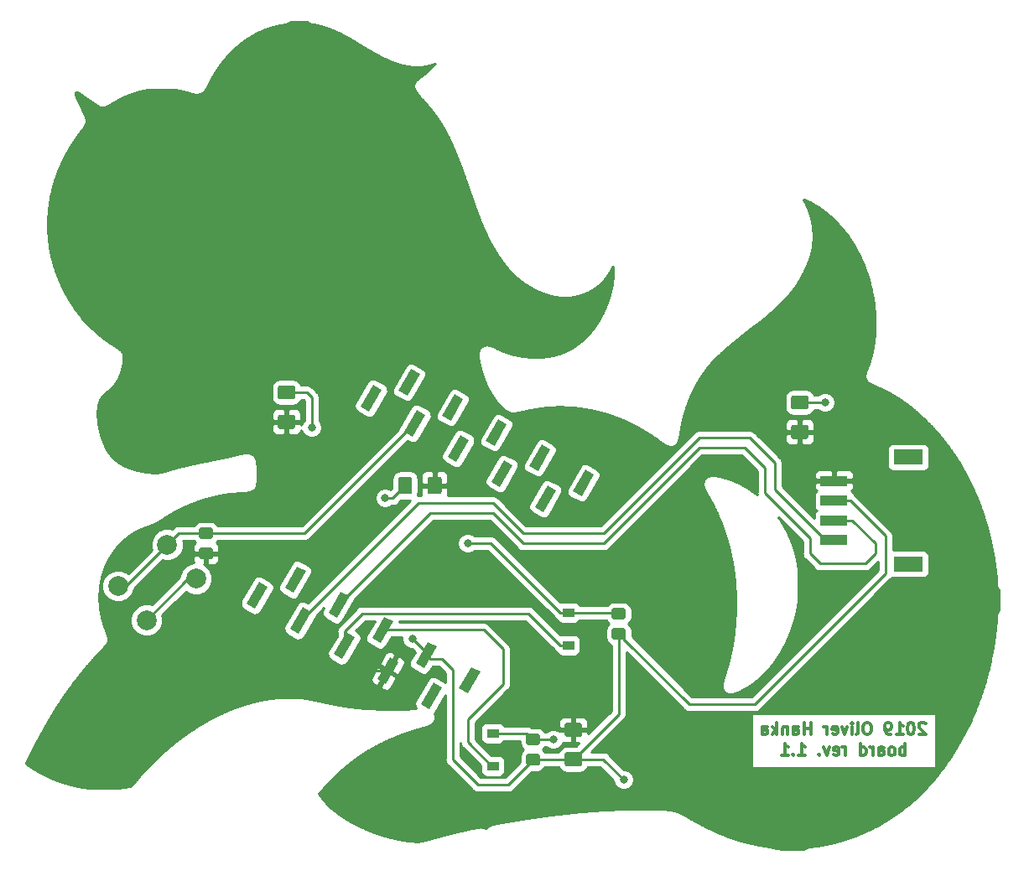
<source format=gbl>
G04 #@! TF.GenerationSoftware,KiCad,Pcbnew,(5.0.1-3-g963ef8bb5)*
G04 #@! TF.CreationDate,2019-04-21T20:34:48+02:00*
G04 #@! TF.ProjectId,unicorn_pcb,756E69636F726E5F7063622E6B696361,rev?*
G04 #@! TF.SameCoordinates,Original*
G04 #@! TF.FileFunction,Copper,L2,Bot,Signal*
G04 #@! TF.FilePolarity,Positive*
%FSLAX46Y46*%
G04 Gerber Fmt 4.6, Leading zero omitted, Abs format (unit mm)*
G04 Created by KiCad (PCBNEW (5.0.1-3-g963ef8bb5)) date Sunday, 21 April 2019 at 20:34:48*
%MOMM*%
%LPD*%
G01*
G04 APERTURE LIST*
G04 #@! TA.AperFunction,NonConductor*
%ADD10C,0.300000*%
G04 #@! TD*
G04 #@! TA.AperFunction,ComponentPad*
%ADD11C,2.000000*%
G04 #@! TD*
G04 #@! TA.AperFunction,Conductor*
%ADD12C,0.100000*%
G04 #@! TD*
G04 #@! TA.AperFunction,SMDPad,CuDef*
%ADD13C,1.425000*%
G04 #@! TD*
G04 #@! TA.AperFunction,SMDPad,CuDef*
%ADD14C,1.000000*%
G04 #@! TD*
G04 #@! TA.AperFunction,SMDPad,CuDef*
%ADD15R,1.200000X0.900000*%
G04 #@! TD*
G04 #@! TA.AperFunction,SMDPad,CuDef*
%ADD16R,2.738120X1.008380*%
G04 #@! TD*
G04 #@! TA.AperFunction,SMDPad,CuDef*
%ADD17R,2.999740X1.498600*%
G04 #@! TD*
G04 #@! TA.AperFunction,SMDPad,CuDef*
%ADD18C,1.150000*%
G04 #@! TD*
G04 #@! TA.AperFunction,ViaPad*
%ADD19C,0.800000*%
G04 #@! TD*
G04 #@! TA.AperFunction,Conductor*
%ADD20C,0.250000*%
G04 #@! TD*
G04 #@! TA.AperFunction,Conductor*
%ADD21C,0.254000*%
G04 #@! TD*
G04 APERTURE END LIST*
D10*
X240285714Y-91371142D02*
X240228571Y-91314000D01*
X240114285Y-91256857D01*
X239828571Y-91256857D01*
X239714285Y-91314000D01*
X239657142Y-91371142D01*
X239600000Y-91485428D01*
X239600000Y-91599714D01*
X239657142Y-91771142D01*
X240342857Y-92456857D01*
X239600000Y-92456857D01*
X238857142Y-91256857D02*
X238742857Y-91256857D01*
X238628571Y-91314000D01*
X238571428Y-91371142D01*
X238514285Y-91485428D01*
X238457142Y-91714000D01*
X238457142Y-91999714D01*
X238514285Y-92228285D01*
X238571428Y-92342571D01*
X238628571Y-92399714D01*
X238742857Y-92456857D01*
X238857142Y-92456857D01*
X238971428Y-92399714D01*
X239028571Y-92342571D01*
X239085714Y-92228285D01*
X239142857Y-91999714D01*
X239142857Y-91714000D01*
X239085714Y-91485428D01*
X239028571Y-91371142D01*
X238971428Y-91314000D01*
X238857142Y-91256857D01*
X237314285Y-92456857D02*
X238000000Y-92456857D01*
X237657142Y-92456857D02*
X237657142Y-91256857D01*
X237771428Y-91428285D01*
X237885714Y-91542571D01*
X238000000Y-91599714D01*
X236742857Y-92456857D02*
X236514285Y-92456857D01*
X236400000Y-92399714D01*
X236342857Y-92342571D01*
X236228571Y-92171142D01*
X236171428Y-91942571D01*
X236171428Y-91485428D01*
X236228571Y-91371142D01*
X236285714Y-91314000D01*
X236400000Y-91256857D01*
X236628571Y-91256857D01*
X236742857Y-91314000D01*
X236800000Y-91371142D01*
X236857142Y-91485428D01*
X236857142Y-91771142D01*
X236800000Y-91885428D01*
X236742857Y-91942571D01*
X236628571Y-91999714D01*
X236400000Y-91999714D01*
X236285714Y-91942571D01*
X236228571Y-91885428D01*
X236171428Y-91771142D01*
X234514285Y-91256857D02*
X234285714Y-91256857D01*
X234171428Y-91314000D01*
X234057142Y-91428285D01*
X234000000Y-91656857D01*
X234000000Y-92056857D01*
X234057142Y-92285428D01*
X234171428Y-92399714D01*
X234285714Y-92456857D01*
X234514285Y-92456857D01*
X234628571Y-92399714D01*
X234742857Y-92285428D01*
X234800000Y-92056857D01*
X234800000Y-91656857D01*
X234742857Y-91428285D01*
X234628571Y-91314000D01*
X234514285Y-91256857D01*
X233314285Y-92456857D02*
X233428571Y-92399714D01*
X233485714Y-92285428D01*
X233485714Y-91256857D01*
X232857142Y-92456857D02*
X232857142Y-91656857D01*
X232857142Y-91256857D02*
X232914285Y-91314000D01*
X232857142Y-91371142D01*
X232800000Y-91314000D01*
X232857142Y-91256857D01*
X232857142Y-91371142D01*
X232400000Y-91656857D02*
X232114285Y-92456857D01*
X231828571Y-91656857D01*
X230914285Y-92399714D02*
X231028571Y-92456857D01*
X231257142Y-92456857D01*
X231371428Y-92399714D01*
X231428571Y-92285428D01*
X231428571Y-91828285D01*
X231371428Y-91714000D01*
X231257142Y-91656857D01*
X231028571Y-91656857D01*
X230914285Y-91714000D01*
X230857142Y-91828285D01*
X230857142Y-91942571D01*
X231428571Y-92056857D01*
X230342857Y-92456857D02*
X230342857Y-91656857D01*
X230342857Y-91885428D02*
X230285714Y-91771142D01*
X230228571Y-91714000D01*
X230114285Y-91656857D01*
X230000000Y-91656857D01*
X228685714Y-92456857D02*
X228685714Y-91256857D01*
X228685714Y-91828285D02*
X228000000Y-91828285D01*
X228000000Y-92456857D02*
X228000000Y-91256857D01*
X226914285Y-92456857D02*
X226914285Y-91828285D01*
X226971428Y-91714000D01*
X227085714Y-91656857D01*
X227314285Y-91656857D01*
X227428571Y-91714000D01*
X226914285Y-92399714D02*
X227028571Y-92456857D01*
X227314285Y-92456857D01*
X227428571Y-92399714D01*
X227485714Y-92285428D01*
X227485714Y-92171142D01*
X227428571Y-92056857D01*
X227314285Y-91999714D01*
X227028571Y-91999714D01*
X226914285Y-91942571D01*
X226342857Y-91656857D02*
X226342857Y-92456857D01*
X226342857Y-91771142D02*
X226285714Y-91714000D01*
X226171428Y-91656857D01*
X226000000Y-91656857D01*
X225885714Y-91714000D01*
X225828571Y-91828285D01*
X225828571Y-92456857D01*
X225257142Y-92456857D02*
X225257142Y-91256857D01*
X225142857Y-91999714D02*
X224800000Y-92456857D01*
X224800000Y-91656857D02*
X225257142Y-92114000D01*
X223771428Y-92456857D02*
X223771428Y-91828285D01*
X223828571Y-91714000D01*
X223942857Y-91656857D01*
X224171428Y-91656857D01*
X224285714Y-91714000D01*
X223771428Y-92399714D02*
X223885714Y-92456857D01*
X224171428Y-92456857D01*
X224285714Y-92399714D01*
X224342857Y-92285428D01*
X224342857Y-92171142D01*
X224285714Y-92056857D01*
X224171428Y-91999714D01*
X223885714Y-91999714D01*
X223771428Y-91942571D01*
X238228571Y-94556857D02*
X238228571Y-93356857D01*
X238228571Y-93814000D02*
X238114285Y-93756857D01*
X237885714Y-93756857D01*
X237771428Y-93814000D01*
X237714285Y-93871142D01*
X237657142Y-93985428D01*
X237657142Y-94328285D01*
X237714285Y-94442571D01*
X237771428Y-94499714D01*
X237885714Y-94556857D01*
X238114285Y-94556857D01*
X238228571Y-94499714D01*
X236971428Y-94556857D02*
X237085714Y-94499714D01*
X237142857Y-94442571D01*
X237200000Y-94328285D01*
X237200000Y-93985428D01*
X237142857Y-93871142D01*
X237085714Y-93814000D01*
X236971428Y-93756857D01*
X236800000Y-93756857D01*
X236685714Y-93814000D01*
X236628571Y-93871142D01*
X236571428Y-93985428D01*
X236571428Y-94328285D01*
X236628571Y-94442571D01*
X236685714Y-94499714D01*
X236800000Y-94556857D01*
X236971428Y-94556857D01*
X235542857Y-94556857D02*
X235542857Y-93928285D01*
X235600000Y-93814000D01*
X235714285Y-93756857D01*
X235942857Y-93756857D01*
X236057142Y-93814000D01*
X235542857Y-94499714D02*
X235657142Y-94556857D01*
X235942857Y-94556857D01*
X236057142Y-94499714D01*
X236114285Y-94385428D01*
X236114285Y-94271142D01*
X236057142Y-94156857D01*
X235942857Y-94099714D01*
X235657142Y-94099714D01*
X235542857Y-94042571D01*
X234971428Y-94556857D02*
X234971428Y-93756857D01*
X234971428Y-93985428D02*
X234914285Y-93871142D01*
X234857142Y-93814000D01*
X234742857Y-93756857D01*
X234628571Y-93756857D01*
X233714285Y-94556857D02*
X233714285Y-93356857D01*
X233714285Y-94499714D02*
X233828571Y-94556857D01*
X234057142Y-94556857D01*
X234171428Y-94499714D01*
X234228571Y-94442571D01*
X234285714Y-94328285D01*
X234285714Y-93985428D01*
X234228571Y-93871142D01*
X234171428Y-93814000D01*
X234057142Y-93756857D01*
X233828571Y-93756857D01*
X233714285Y-93814000D01*
X232228571Y-94556857D02*
X232228571Y-93756857D01*
X232228571Y-93985428D02*
X232171428Y-93871142D01*
X232114285Y-93814000D01*
X232000000Y-93756857D01*
X231885714Y-93756857D01*
X231028571Y-94499714D02*
X231142857Y-94556857D01*
X231371428Y-94556857D01*
X231485714Y-94499714D01*
X231542857Y-94385428D01*
X231542857Y-93928285D01*
X231485714Y-93814000D01*
X231371428Y-93756857D01*
X231142857Y-93756857D01*
X231028571Y-93814000D01*
X230971428Y-93928285D01*
X230971428Y-94042571D01*
X231542857Y-94156857D01*
X230571428Y-93756857D02*
X230285714Y-94556857D01*
X230000000Y-93756857D01*
X229542857Y-94442571D02*
X229485714Y-94499714D01*
X229542857Y-94556857D01*
X229600000Y-94499714D01*
X229542857Y-94442571D01*
X229542857Y-94556857D01*
X227428571Y-94556857D02*
X228114285Y-94556857D01*
X227771428Y-94556857D02*
X227771428Y-93356857D01*
X227885714Y-93528285D01*
X228000000Y-93642571D01*
X228114285Y-93699714D01*
X226914285Y-94442571D02*
X226857142Y-94499714D01*
X226914285Y-94556857D01*
X226971428Y-94499714D01*
X226914285Y-94442571D01*
X226914285Y-94556857D01*
X225714285Y-94556857D02*
X226400000Y-94556857D01*
X226057142Y-94556857D02*
X226057142Y-93356857D01*
X226171428Y-93528285D01*
X226285714Y-93642571D01*
X226400000Y-93699714D01*
D11*
G04 #@! TO.P,SW1,2*
G04 #@! TO.N,+5V*
X161642544Y-80917200D03*
G04 #@! TO.P,SW1,1*
G04 #@! TO.N,/GPIO26*
X158750000Y-77470000D03*
G04 #@! TO.P,SW1,2*
G04 #@! TO.N,+5V*
X166621833Y-76739081D03*
G04 #@! TO.P,SW1,1*
G04 #@! TO.N,/GPIO26*
X163729289Y-73291881D03*
G04 #@! TD*
D12*
G04 #@! TO.N,GND*
G04 #@! TO.C,C4*
G36*
X176417504Y-60175704D02*
X176441773Y-60179304D01*
X176465571Y-60185265D01*
X176488671Y-60193530D01*
X176510849Y-60204020D01*
X176531893Y-60216633D01*
X176551598Y-60231247D01*
X176569777Y-60247723D01*
X176586253Y-60265902D01*
X176600867Y-60285607D01*
X176613480Y-60306651D01*
X176623970Y-60328829D01*
X176632235Y-60351929D01*
X176638196Y-60375727D01*
X176641796Y-60399996D01*
X176643000Y-60424500D01*
X176643000Y-61349500D01*
X176641796Y-61374004D01*
X176638196Y-61398273D01*
X176632235Y-61422071D01*
X176623970Y-61445171D01*
X176613480Y-61467349D01*
X176600867Y-61488393D01*
X176586253Y-61508098D01*
X176569777Y-61526277D01*
X176551598Y-61542753D01*
X176531893Y-61557367D01*
X176510849Y-61569980D01*
X176488671Y-61580470D01*
X176465571Y-61588735D01*
X176441773Y-61594696D01*
X176417504Y-61598296D01*
X176393000Y-61599500D01*
X175143000Y-61599500D01*
X175118496Y-61598296D01*
X175094227Y-61594696D01*
X175070429Y-61588735D01*
X175047329Y-61580470D01*
X175025151Y-61569980D01*
X175004107Y-61557367D01*
X174984402Y-61542753D01*
X174966223Y-61526277D01*
X174949747Y-61508098D01*
X174935133Y-61488393D01*
X174922520Y-61467349D01*
X174912030Y-61445171D01*
X174903765Y-61422071D01*
X174897804Y-61398273D01*
X174894204Y-61374004D01*
X174893000Y-61349500D01*
X174893000Y-60424500D01*
X174894204Y-60399996D01*
X174897804Y-60375727D01*
X174903765Y-60351929D01*
X174912030Y-60328829D01*
X174922520Y-60306651D01*
X174935133Y-60285607D01*
X174949747Y-60265902D01*
X174966223Y-60247723D01*
X174984402Y-60231247D01*
X175004107Y-60216633D01*
X175025151Y-60204020D01*
X175047329Y-60193530D01*
X175070429Y-60185265D01*
X175094227Y-60179304D01*
X175118496Y-60175704D01*
X175143000Y-60174500D01*
X176393000Y-60174500D01*
X176417504Y-60175704D01*
X176417504Y-60175704D01*
G37*
D13*
G04 #@! TD*
G04 #@! TO.P,C4,2*
G04 #@! TO.N,GND*
X175768000Y-60887000D03*
D12*
G04 #@! TO.N,+5V*
G04 #@! TO.C,C4*
G36*
X176417504Y-57200704D02*
X176441773Y-57204304D01*
X176465571Y-57210265D01*
X176488671Y-57218530D01*
X176510849Y-57229020D01*
X176531893Y-57241633D01*
X176551598Y-57256247D01*
X176569777Y-57272723D01*
X176586253Y-57290902D01*
X176600867Y-57310607D01*
X176613480Y-57331651D01*
X176623970Y-57353829D01*
X176632235Y-57376929D01*
X176638196Y-57400727D01*
X176641796Y-57424996D01*
X176643000Y-57449500D01*
X176643000Y-58374500D01*
X176641796Y-58399004D01*
X176638196Y-58423273D01*
X176632235Y-58447071D01*
X176623970Y-58470171D01*
X176613480Y-58492349D01*
X176600867Y-58513393D01*
X176586253Y-58533098D01*
X176569777Y-58551277D01*
X176551598Y-58567753D01*
X176531893Y-58582367D01*
X176510849Y-58594980D01*
X176488671Y-58605470D01*
X176465571Y-58613735D01*
X176441773Y-58619696D01*
X176417504Y-58623296D01*
X176393000Y-58624500D01*
X175143000Y-58624500D01*
X175118496Y-58623296D01*
X175094227Y-58619696D01*
X175070429Y-58613735D01*
X175047329Y-58605470D01*
X175025151Y-58594980D01*
X175004107Y-58582367D01*
X174984402Y-58567753D01*
X174966223Y-58551277D01*
X174949747Y-58533098D01*
X174935133Y-58513393D01*
X174922520Y-58492349D01*
X174912030Y-58470171D01*
X174903765Y-58447071D01*
X174897804Y-58423273D01*
X174894204Y-58399004D01*
X174893000Y-58374500D01*
X174893000Y-57449500D01*
X174894204Y-57424996D01*
X174897804Y-57400727D01*
X174903765Y-57376929D01*
X174912030Y-57353829D01*
X174922520Y-57331651D01*
X174935133Y-57310607D01*
X174949747Y-57290902D01*
X174966223Y-57272723D01*
X174984402Y-57256247D01*
X175004107Y-57241633D01*
X175025151Y-57229020D01*
X175047329Y-57218530D01*
X175070429Y-57210265D01*
X175094227Y-57204304D01*
X175118496Y-57200704D01*
X175143000Y-57199500D01*
X176393000Y-57199500D01*
X176417504Y-57200704D01*
X176417504Y-57200704D01*
G37*
D13*
G04 #@! TD*
G04 #@! TO.P,C4,1*
G04 #@! TO.N,+5V*
X175768000Y-57912000D03*
D12*
G04 #@! TO.N,+5V*
G04 #@! TO.C,C3*
G36*
X228233504Y-58216704D02*
X228257773Y-58220304D01*
X228281571Y-58226265D01*
X228304671Y-58234530D01*
X228326849Y-58245020D01*
X228347893Y-58257633D01*
X228367598Y-58272247D01*
X228385777Y-58288723D01*
X228402253Y-58306902D01*
X228416867Y-58326607D01*
X228429480Y-58347651D01*
X228439970Y-58369829D01*
X228448235Y-58392929D01*
X228454196Y-58416727D01*
X228457796Y-58440996D01*
X228459000Y-58465500D01*
X228459000Y-59390500D01*
X228457796Y-59415004D01*
X228454196Y-59439273D01*
X228448235Y-59463071D01*
X228439970Y-59486171D01*
X228429480Y-59508349D01*
X228416867Y-59529393D01*
X228402253Y-59549098D01*
X228385777Y-59567277D01*
X228367598Y-59583753D01*
X228347893Y-59598367D01*
X228326849Y-59610980D01*
X228304671Y-59621470D01*
X228281571Y-59629735D01*
X228257773Y-59635696D01*
X228233504Y-59639296D01*
X228209000Y-59640500D01*
X226959000Y-59640500D01*
X226934496Y-59639296D01*
X226910227Y-59635696D01*
X226886429Y-59629735D01*
X226863329Y-59621470D01*
X226841151Y-59610980D01*
X226820107Y-59598367D01*
X226800402Y-59583753D01*
X226782223Y-59567277D01*
X226765747Y-59549098D01*
X226751133Y-59529393D01*
X226738520Y-59508349D01*
X226728030Y-59486171D01*
X226719765Y-59463071D01*
X226713804Y-59439273D01*
X226710204Y-59415004D01*
X226709000Y-59390500D01*
X226709000Y-58465500D01*
X226710204Y-58440996D01*
X226713804Y-58416727D01*
X226719765Y-58392929D01*
X226728030Y-58369829D01*
X226738520Y-58347651D01*
X226751133Y-58326607D01*
X226765747Y-58306902D01*
X226782223Y-58288723D01*
X226800402Y-58272247D01*
X226820107Y-58257633D01*
X226841151Y-58245020D01*
X226863329Y-58234530D01*
X226886429Y-58226265D01*
X226910227Y-58220304D01*
X226934496Y-58216704D01*
X226959000Y-58215500D01*
X228209000Y-58215500D01*
X228233504Y-58216704D01*
X228233504Y-58216704D01*
G37*
D13*
G04 #@! TD*
G04 #@! TO.P,C3,1*
G04 #@! TO.N,+5V*
X227584000Y-58928000D03*
D12*
G04 #@! TO.N,GND*
G04 #@! TO.C,C3*
G36*
X228233504Y-61191704D02*
X228257773Y-61195304D01*
X228281571Y-61201265D01*
X228304671Y-61209530D01*
X228326849Y-61220020D01*
X228347893Y-61232633D01*
X228367598Y-61247247D01*
X228385777Y-61263723D01*
X228402253Y-61281902D01*
X228416867Y-61301607D01*
X228429480Y-61322651D01*
X228439970Y-61344829D01*
X228448235Y-61367929D01*
X228454196Y-61391727D01*
X228457796Y-61415996D01*
X228459000Y-61440500D01*
X228459000Y-62365500D01*
X228457796Y-62390004D01*
X228454196Y-62414273D01*
X228448235Y-62438071D01*
X228439970Y-62461171D01*
X228429480Y-62483349D01*
X228416867Y-62504393D01*
X228402253Y-62524098D01*
X228385777Y-62542277D01*
X228367598Y-62558753D01*
X228347893Y-62573367D01*
X228326849Y-62585980D01*
X228304671Y-62596470D01*
X228281571Y-62604735D01*
X228257773Y-62610696D01*
X228233504Y-62614296D01*
X228209000Y-62615500D01*
X226959000Y-62615500D01*
X226934496Y-62614296D01*
X226910227Y-62610696D01*
X226886429Y-62604735D01*
X226863329Y-62596470D01*
X226841151Y-62585980D01*
X226820107Y-62573367D01*
X226800402Y-62558753D01*
X226782223Y-62542277D01*
X226765747Y-62524098D01*
X226751133Y-62504393D01*
X226738520Y-62483349D01*
X226728030Y-62461171D01*
X226719765Y-62438071D01*
X226713804Y-62414273D01*
X226710204Y-62390004D01*
X226709000Y-62365500D01*
X226709000Y-61440500D01*
X226710204Y-61415996D01*
X226713804Y-61391727D01*
X226719765Y-61367929D01*
X226728030Y-61344829D01*
X226738520Y-61322651D01*
X226751133Y-61301607D01*
X226765747Y-61281902D01*
X226782223Y-61263723D01*
X226800402Y-61247247D01*
X226820107Y-61232633D01*
X226841151Y-61220020D01*
X226863329Y-61209530D01*
X226886429Y-61201265D01*
X226910227Y-61195304D01*
X226934496Y-61191704D01*
X226959000Y-61190500D01*
X228209000Y-61190500D01*
X228233504Y-61191704D01*
X228233504Y-61191704D01*
G37*
D13*
G04 #@! TD*
G04 #@! TO.P,C3,2*
G04 #@! TO.N,GND*
X227584000Y-61903000D03*
D14*
G04 #@! TO.P,J2,2*
G04 #@! TO.N,Net-(J2-Pad2)*
X176660990Y-76816408D03*
D12*
G04 #@! TD*
G04 #@! TO.N,Net-(J2-Pad2)*
G04 #@! TO.C,J2*
G36*
X176855477Y-75479546D02*
X177721503Y-75979546D01*
X176466503Y-78153270D01*
X175600477Y-77653270D01*
X176855477Y-75479546D01*
X176855477Y-75479546D01*
G37*
D14*
G04 #@! TO.P,J2,4*
G04 #@! TO.N,/WireSDA*
X181060399Y-79356408D03*
D12*
G04 #@! TD*
G04 #@! TO.N,/WireSDA*
G04 #@! TO.C,J2*
G36*
X181254886Y-78019546D02*
X182120912Y-78519546D01*
X180865912Y-80693270D01*
X179999886Y-80193270D01*
X181254886Y-78019546D01*
X181254886Y-78019546D01*
G37*
D14*
G04 #@! TO.P,J2,6*
G04 #@! TO.N,/GPIO16*
X185459808Y-81896408D03*
D12*
G04 #@! TD*
G04 #@! TO.N,/GPIO16*
G04 #@! TO.C,J2*
G36*
X185654295Y-80559546D02*
X186520321Y-81059546D01*
X185265321Y-83233270D01*
X184399295Y-82733270D01*
X185654295Y-80559546D01*
X185654295Y-80559546D01*
G37*
D14*
G04 #@! TO.P,J2,8*
G04 #@! TO.N,+5V*
X189859217Y-84436408D03*
D12*
G04 #@! TD*
G04 #@! TO.N,+5V*
G04 #@! TO.C,J2*
G36*
X190053704Y-83099546D02*
X190919730Y-83599546D01*
X189664730Y-85773270D01*
X188798704Y-85273270D01*
X190053704Y-83099546D01*
X190053704Y-83099546D01*
G37*
D14*
G04 #@! TO.P,J2,10*
G04 #@! TO.N,Net-(J2-Pad10)*
X194258626Y-86976408D03*
D12*
G04 #@! TD*
G04 #@! TO.N,Net-(J2-Pad10)*
G04 #@! TO.C,J2*
G36*
X194453113Y-85639546D02*
X195319139Y-86139546D01*
X194064139Y-88313270D01*
X193198113Y-87813270D01*
X194453113Y-85639546D01*
X194453113Y-85639546D01*
G37*
D14*
G04 #@! TO.P,J2,1*
G04 #@! TO.N,Net-(J2-Pad1)*
X172806286Y-78412952D03*
D12*
G04 #@! TD*
G04 #@! TO.N,Net-(J2-Pad1)*
G04 #@! TO.C,J2*
G36*
X173000773Y-77076090D02*
X173866799Y-77576090D01*
X172611799Y-79749814D01*
X171745773Y-79249814D01*
X173000773Y-77076090D01*
X173000773Y-77076090D01*
G37*
D14*
G04 #@! TO.P,J2,3*
G04 #@! TO.N,/WireSCL*
X177205695Y-80952952D03*
D12*
G04 #@! TD*
G04 #@! TO.N,/WireSCL*
G04 #@! TO.C,J2*
G36*
X177400182Y-79616090D02*
X178266208Y-80116090D01*
X177011208Y-82289814D01*
X176145182Y-81789814D01*
X177400182Y-79616090D01*
X177400182Y-79616090D01*
G37*
D14*
G04 #@! TO.P,J2,5*
G04 #@! TO.N,/GPIO17*
X181605104Y-83492952D03*
D12*
G04 #@! TD*
G04 #@! TO.N,/GPIO17*
G04 #@! TO.C,J2*
G36*
X181799591Y-82156090D02*
X182665617Y-82656090D01*
X181410617Y-84829814D01*
X180544591Y-84329814D01*
X181799591Y-82156090D01*
X181799591Y-82156090D01*
G37*
D14*
G04 #@! TO.P,J2,7*
G04 #@! TO.N,GND*
X186004513Y-86032952D03*
D12*
G04 #@! TD*
G04 #@! TO.N,GND*
G04 #@! TO.C,J2*
G36*
X186199000Y-84696090D02*
X187065026Y-85196090D01*
X185810026Y-87369814D01*
X184944000Y-86869814D01*
X186199000Y-84696090D01*
X186199000Y-84696090D01*
G37*
D14*
G04 #@! TO.P,J2,9*
G04 #@! TO.N,Net-(J2-Pad9)*
X190403922Y-88572952D03*
D12*
G04 #@! TD*
G04 #@! TO.N,Net-(J2-Pad9)*
G04 #@! TO.C,J2*
G36*
X190598409Y-87236090D02*
X191464435Y-87736090D01*
X190209435Y-89909814D01*
X189343409Y-89409814D01*
X190598409Y-87236090D01*
X190598409Y-87236090D01*
G37*
D14*
G04 #@! TO.P,J1,2*
G04 #@! TO.N,Net-(J1-Pad2)*
X188160990Y-56897824D03*
D12*
G04 #@! TD*
G04 #@! TO.N,Net-(J1-Pad2)*
G04 #@! TO.C,J1*
G36*
X188355477Y-55560962D02*
X189221503Y-56060962D01*
X187966503Y-58234686D01*
X187100477Y-57734686D01*
X188355477Y-55560962D01*
X188355477Y-55560962D01*
G37*
D14*
G04 #@! TO.P,J1,4*
G04 #@! TO.N,Net-(J1-Pad4)*
X192560399Y-59437824D03*
D12*
G04 #@! TD*
G04 #@! TO.N,Net-(J1-Pad4)*
G04 #@! TO.C,J1*
G36*
X192754886Y-58100962D02*
X193620912Y-58600962D01*
X192365912Y-60774686D01*
X191499886Y-60274686D01*
X192754886Y-58100962D01*
X192754886Y-58100962D01*
G37*
D14*
G04 #@! TO.P,J1,6*
G04 #@! TO.N,Net-(J1-Pad6)*
X196959808Y-61977824D03*
D12*
G04 #@! TD*
G04 #@! TO.N,Net-(J1-Pad6)*
G04 #@! TO.C,J1*
G36*
X197154295Y-60640962D02*
X198020321Y-61140962D01*
X196765321Y-63314686D01*
X195899295Y-62814686D01*
X197154295Y-60640962D01*
X197154295Y-60640962D01*
G37*
D14*
G04 #@! TO.P,J1,8*
G04 #@! TO.N,Net-(J1-Pad8)*
X201359217Y-64517824D03*
D12*
G04 #@! TD*
G04 #@! TO.N,Net-(J1-Pad8)*
G04 #@! TO.C,J1*
G36*
X201553704Y-63180962D02*
X202419730Y-63680962D01*
X201164730Y-65854686D01*
X200298704Y-65354686D01*
X201553704Y-63180962D01*
X201553704Y-63180962D01*
G37*
D14*
G04 #@! TO.P,J1,10*
G04 #@! TO.N,Net-(J1-Pad10)*
X205758626Y-67057824D03*
D12*
G04 #@! TD*
G04 #@! TO.N,Net-(J1-Pad10)*
G04 #@! TO.C,J1*
G36*
X205953113Y-65720962D02*
X206819139Y-66220962D01*
X205564139Y-68394686D01*
X204698113Y-67894686D01*
X205953113Y-65720962D01*
X205953113Y-65720962D01*
G37*
D14*
G04 #@! TO.P,J1,1*
G04 #@! TO.N,Net-(J1-Pad1)*
X184306286Y-58494368D03*
D12*
G04 #@! TD*
G04 #@! TO.N,Net-(J1-Pad1)*
G04 #@! TO.C,J1*
G36*
X184500773Y-57157506D02*
X185366799Y-57657506D01*
X184111799Y-59831230D01*
X183245773Y-59331230D01*
X184500773Y-57157506D01*
X184500773Y-57157506D01*
G37*
D14*
G04 #@! TO.P,J1,3*
G04 #@! TO.N,/GPIO26*
X188705695Y-61034368D03*
D12*
G04 #@! TD*
G04 #@! TO.N,/GPIO26*
G04 #@! TO.C,J1*
G36*
X188900182Y-59697506D02*
X189766208Y-60197506D01*
X188511208Y-62371230D01*
X187645182Y-61871230D01*
X188900182Y-59697506D01*
X188900182Y-59697506D01*
G37*
D14*
G04 #@! TO.P,J1,5*
G04 #@! TO.N,Net-(J1-Pad5)*
X193105104Y-63574368D03*
D12*
G04 #@! TD*
G04 #@! TO.N,Net-(J1-Pad5)*
G04 #@! TO.C,J1*
G36*
X193299591Y-62237506D02*
X194165617Y-62737506D01*
X192910617Y-64911230D01*
X192044591Y-64411230D01*
X193299591Y-62237506D01*
X193299591Y-62237506D01*
G37*
D14*
G04 #@! TO.P,J1,7*
G04 #@! TO.N,Net-(J1-Pad7)*
X197504513Y-66114368D03*
D12*
G04 #@! TD*
G04 #@! TO.N,Net-(J1-Pad7)*
G04 #@! TO.C,J1*
G36*
X197699000Y-64777506D02*
X198565026Y-65277506D01*
X197310026Y-67451230D01*
X196444000Y-66951230D01*
X197699000Y-64777506D01*
X197699000Y-64777506D01*
G37*
D14*
G04 #@! TO.P,J1,9*
G04 #@! TO.N,Net-(J1-Pad9)*
X201903922Y-68654368D03*
D12*
G04 #@! TD*
G04 #@! TO.N,Net-(J1-Pad9)*
G04 #@! TO.C,J1*
G36*
X202098409Y-67317506D02*
X202964435Y-67817506D01*
X201709435Y-69991230D01*
X200843409Y-69491230D01*
X202098409Y-67317506D01*
X202098409Y-67317506D01*
G37*
D15*
G04 #@! TO.P,D7,1*
G04 #@! TO.N,/GPIO16*
X196596000Y-95630000D03*
G04 #@! TO.P,D7,2*
G04 #@! TO.N,Net-(D1-Pad4)*
X196596000Y-92330000D03*
G04 #@! TD*
D12*
G04 #@! TO.N,GND*
G04 #@! TO.C,C2*
G36*
X191204504Y-66436204D02*
X191228773Y-66439804D01*
X191252571Y-66445765D01*
X191275671Y-66454030D01*
X191297849Y-66464520D01*
X191318893Y-66477133D01*
X191338598Y-66491747D01*
X191356777Y-66508223D01*
X191373253Y-66526402D01*
X191387867Y-66546107D01*
X191400480Y-66567151D01*
X191410970Y-66589329D01*
X191419235Y-66612429D01*
X191425196Y-66636227D01*
X191428796Y-66660496D01*
X191430000Y-66685000D01*
X191430000Y-67935000D01*
X191428796Y-67959504D01*
X191425196Y-67983773D01*
X191419235Y-68007571D01*
X191410970Y-68030671D01*
X191400480Y-68052849D01*
X191387867Y-68073893D01*
X191373253Y-68093598D01*
X191356777Y-68111777D01*
X191338598Y-68128253D01*
X191318893Y-68142867D01*
X191297849Y-68155480D01*
X191275671Y-68165970D01*
X191252571Y-68174235D01*
X191228773Y-68180196D01*
X191204504Y-68183796D01*
X191180000Y-68185000D01*
X190255000Y-68185000D01*
X190230496Y-68183796D01*
X190206227Y-68180196D01*
X190182429Y-68174235D01*
X190159329Y-68165970D01*
X190137151Y-68155480D01*
X190116107Y-68142867D01*
X190096402Y-68128253D01*
X190078223Y-68111777D01*
X190061747Y-68093598D01*
X190047133Y-68073893D01*
X190034520Y-68052849D01*
X190024030Y-68030671D01*
X190015765Y-68007571D01*
X190009804Y-67983773D01*
X190006204Y-67959504D01*
X190005000Y-67935000D01*
X190005000Y-66685000D01*
X190006204Y-66660496D01*
X190009804Y-66636227D01*
X190015765Y-66612429D01*
X190024030Y-66589329D01*
X190034520Y-66567151D01*
X190047133Y-66546107D01*
X190061747Y-66526402D01*
X190078223Y-66508223D01*
X190096402Y-66491747D01*
X190116107Y-66477133D01*
X190137151Y-66464520D01*
X190159329Y-66454030D01*
X190182429Y-66445765D01*
X190206227Y-66439804D01*
X190230496Y-66436204D01*
X190255000Y-66435000D01*
X191180000Y-66435000D01*
X191204504Y-66436204D01*
X191204504Y-66436204D01*
G37*
D13*
G04 #@! TD*
G04 #@! TO.P,C2,2*
G04 #@! TO.N,GND*
X190717500Y-67310000D03*
D12*
G04 #@! TO.N,+5V*
G04 #@! TO.C,C2*
G36*
X188229504Y-66436204D02*
X188253773Y-66439804D01*
X188277571Y-66445765D01*
X188300671Y-66454030D01*
X188322849Y-66464520D01*
X188343893Y-66477133D01*
X188363598Y-66491747D01*
X188381777Y-66508223D01*
X188398253Y-66526402D01*
X188412867Y-66546107D01*
X188425480Y-66567151D01*
X188435970Y-66589329D01*
X188444235Y-66612429D01*
X188450196Y-66636227D01*
X188453796Y-66660496D01*
X188455000Y-66685000D01*
X188455000Y-67935000D01*
X188453796Y-67959504D01*
X188450196Y-67983773D01*
X188444235Y-68007571D01*
X188435970Y-68030671D01*
X188425480Y-68052849D01*
X188412867Y-68073893D01*
X188398253Y-68093598D01*
X188381777Y-68111777D01*
X188363598Y-68128253D01*
X188343893Y-68142867D01*
X188322849Y-68155480D01*
X188300671Y-68165970D01*
X188277571Y-68174235D01*
X188253773Y-68180196D01*
X188229504Y-68183796D01*
X188205000Y-68185000D01*
X187280000Y-68185000D01*
X187255496Y-68183796D01*
X187231227Y-68180196D01*
X187207429Y-68174235D01*
X187184329Y-68165970D01*
X187162151Y-68155480D01*
X187141107Y-68142867D01*
X187121402Y-68128253D01*
X187103223Y-68111777D01*
X187086747Y-68093598D01*
X187072133Y-68073893D01*
X187059520Y-68052849D01*
X187049030Y-68030671D01*
X187040765Y-68007571D01*
X187034804Y-67983773D01*
X187031204Y-67959504D01*
X187030000Y-67935000D01*
X187030000Y-66685000D01*
X187031204Y-66660496D01*
X187034804Y-66636227D01*
X187040765Y-66612429D01*
X187049030Y-66589329D01*
X187059520Y-66567151D01*
X187072133Y-66546107D01*
X187086747Y-66526402D01*
X187103223Y-66508223D01*
X187121402Y-66491747D01*
X187141107Y-66477133D01*
X187162151Y-66464520D01*
X187184329Y-66454030D01*
X187207429Y-66445765D01*
X187231227Y-66439804D01*
X187255496Y-66436204D01*
X187280000Y-66435000D01*
X188205000Y-66435000D01*
X188229504Y-66436204D01*
X188229504Y-66436204D01*
G37*
D13*
G04 #@! TD*
G04 #@! TO.P,C2,1*
G04 #@! TO.N,+5V*
X187742500Y-67310000D03*
D12*
G04 #@! TO.N,+5V*
G04 #@! TO.C,C1*
G36*
X205373504Y-94248204D02*
X205397773Y-94251804D01*
X205421571Y-94257765D01*
X205444671Y-94266030D01*
X205466849Y-94276520D01*
X205487893Y-94289133D01*
X205507598Y-94303747D01*
X205525777Y-94320223D01*
X205542253Y-94338402D01*
X205556867Y-94358107D01*
X205569480Y-94379151D01*
X205579970Y-94401329D01*
X205588235Y-94424429D01*
X205594196Y-94448227D01*
X205597796Y-94472496D01*
X205599000Y-94497000D01*
X205599000Y-95422000D01*
X205597796Y-95446504D01*
X205594196Y-95470773D01*
X205588235Y-95494571D01*
X205579970Y-95517671D01*
X205569480Y-95539849D01*
X205556867Y-95560893D01*
X205542253Y-95580598D01*
X205525777Y-95598777D01*
X205507598Y-95615253D01*
X205487893Y-95629867D01*
X205466849Y-95642480D01*
X205444671Y-95652970D01*
X205421571Y-95661235D01*
X205397773Y-95667196D01*
X205373504Y-95670796D01*
X205349000Y-95672000D01*
X204099000Y-95672000D01*
X204074496Y-95670796D01*
X204050227Y-95667196D01*
X204026429Y-95661235D01*
X204003329Y-95652970D01*
X203981151Y-95642480D01*
X203960107Y-95629867D01*
X203940402Y-95615253D01*
X203922223Y-95598777D01*
X203905747Y-95580598D01*
X203891133Y-95560893D01*
X203878520Y-95539849D01*
X203868030Y-95517671D01*
X203859765Y-95494571D01*
X203853804Y-95470773D01*
X203850204Y-95446504D01*
X203849000Y-95422000D01*
X203849000Y-94497000D01*
X203850204Y-94472496D01*
X203853804Y-94448227D01*
X203859765Y-94424429D01*
X203868030Y-94401329D01*
X203878520Y-94379151D01*
X203891133Y-94358107D01*
X203905747Y-94338402D01*
X203922223Y-94320223D01*
X203940402Y-94303747D01*
X203960107Y-94289133D01*
X203981151Y-94276520D01*
X204003329Y-94266030D01*
X204026429Y-94257765D01*
X204050227Y-94251804D01*
X204074496Y-94248204D01*
X204099000Y-94247000D01*
X205349000Y-94247000D01*
X205373504Y-94248204D01*
X205373504Y-94248204D01*
G37*
D13*
G04 #@! TD*
G04 #@! TO.P,C1,1*
G04 #@! TO.N,+5V*
X204724000Y-94959500D03*
D12*
G04 #@! TO.N,GND*
G04 #@! TO.C,C1*
G36*
X205373504Y-91273204D02*
X205397773Y-91276804D01*
X205421571Y-91282765D01*
X205444671Y-91291030D01*
X205466849Y-91301520D01*
X205487893Y-91314133D01*
X205507598Y-91328747D01*
X205525777Y-91345223D01*
X205542253Y-91363402D01*
X205556867Y-91383107D01*
X205569480Y-91404151D01*
X205579970Y-91426329D01*
X205588235Y-91449429D01*
X205594196Y-91473227D01*
X205597796Y-91497496D01*
X205599000Y-91522000D01*
X205599000Y-92447000D01*
X205597796Y-92471504D01*
X205594196Y-92495773D01*
X205588235Y-92519571D01*
X205579970Y-92542671D01*
X205569480Y-92564849D01*
X205556867Y-92585893D01*
X205542253Y-92605598D01*
X205525777Y-92623777D01*
X205507598Y-92640253D01*
X205487893Y-92654867D01*
X205466849Y-92667480D01*
X205444671Y-92677970D01*
X205421571Y-92686235D01*
X205397773Y-92692196D01*
X205373504Y-92695796D01*
X205349000Y-92697000D01*
X204099000Y-92697000D01*
X204074496Y-92695796D01*
X204050227Y-92692196D01*
X204026429Y-92686235D01*
X204003329Y-92677970D01*
X203981151Y-92667480D01*
X203960107Y-92654867D01*
X203940402Y-92640253D01*
X203922223Y-92623777D01*
X203905747Y-92605598D01*
X203891133Y-92585893D01*
X203878520Y-92564849D01*
X203868030Y-92542671D01*
X203859765Y-92519571D01*
X203853804Y-92495773D01*
X203850204Y-92471504D01*
X203849000Y-92447000D01*
X203849000Y-91522000D01*
X203850204Y-91497496D01*
X203853804Y-91473227D01*
X203859765Y-91449429D01*
X203868030Y-91426329D01*
X203878520Y-91404151D01*
X203891133Y-91383107D01*
X203905747Y-91363402D01*
X203922223Y-91345223D01*
X203940402Y-91328747D01*
X203960107Y-91314133D01*
X203981151Y-91301520D01*
X204003329Y-91291030D01*
X204026429Y-91282765D01*
X204050227Y-91276804D01*
X204074496Y-91273204D01*
X204099000Y-91272000D01*
X205349000Y-91272000D01*
X205373504Y-91273204D01*
X205373504Y-91273204D01*
G37*
D13*
G04 #@! TD*
G04 #@! TO.P,C1,2*
G04 #@! TO.N,GND*
X204724000Y-91984500D03*
D16*
G04 #@! TO.P,Grove1,1*
G04 #@! TO.N,/WireSCL*
X231040940Y-72849740D03*
G04 #@! TO.P,Grove1,2*
G04 #@! TO.N,/WireSDA*
X231040940Y-70848220D03*
G04 #@! TO.P,Grove1,3*
G04 #@! TO.N,+5V*
X231040940Y-68851780D03*
G04 #@! TO.P,Grove1,4*
G04 #@! TO.N,GND*
X231040940Y-66850260D03*
D17*
G04 #@! TO.P,Grove1,SS1*
G04 #@! TO.N,Net-(Grove1-PadSS1)*
X238539020Y-75247500D03*
G04 #@! TO.P,Grove1,SS2*
G04 #@! TO.N,Net-(Grove1-PadSS2)*
X238539020Y-64452500D03*
G04 #@! TD*
D15*
G04 #@! TO.P,D8,1*
G04 #@! TO.N,/GPIO17*
X204216000Y-83438000D03*
G04 #@! TO.P,D8,2*
G04 #@! TO.N,Net-(D8-Pad2)*
X204216000Y-80138000D03*
G04 #@! TD*
D12*
G04 #@! TO.N,+5V*
G04 #@! TO.C,R3*
G36*
X209770505Y-81731204D02*
X209794773Y-81734804D01*
X209818572Y-81740765D01*
X209841671Y-81749030D01*
X209863850Y-81759520D01*
X209884893Y-81772132D01*
X209904599Y-81786747D01*
X209922777Y-81803223D01*
X209939253Y-81821401D01*
X209953868Y-81841107D01*
X209966480Y-81862150D01*
X209976970Y-81884329D01*
X209985235Y-81907428D01*
X209991196Y-81931227D01*
X209994796Y-81955495D01*
X209996000Y-81979999D01*
X209996000Y-82630001D01*
X209994796Y-82654505D01*
X209991196Y-82678773D01*
X209985235Y-82702572D01*
X209976970Y-82725671D01*
X209966480Y-82747850D01*
X209953868Y-82768893D01*
X209939253Y-82788599D01*
X209922777Y-82806777D01*
X209904599Y-82823253D01*
X209884893Y-82837868D01*
X209863850Y-82850480D01*
X209841671Y-82860970D01*
X209818572Y-82869235D01*
X209794773Y-82875196D01*
X209770505Y-82878796D01*
X209746001Y-82880000D01*
X208845999Y-82880000D01*
X208821495Y-82878796D01*
X208797227Y-82875196D01*
X208773428Y-82869235D01*
X208750329Y-82860970D01*
X208728150Y-82850480D01*
X208707107Y-82837868D01*
X208687401Y-82823253D01*
X208669223Y-82806777D01*
X208652747Y-82788599D01*
X208638132Y-82768893D01*
X208625520Y-82747850D01*
X208615030Y-82725671D01*
X208606765Y-82702572D01*
X208600804Y-82678773D01*
X208597204Y-82654505D01*
X208596000Y-82630001D01*
X208596000Y-81979999D01*
X208597204Y-81955495D01*
X208600804Y-81931227D01*
X208606765Y-81907428D01*
X208615030Y-81884329D01*
X208625520Y-81862150D01*
X208638132Y-81841107D01*
X208652747Y-81821401D01*
X208669223Y-81803223D01*
X208687401Y-81786747D01*
X208707107Y-81772132D01*
X208728150Y-81759520D01*
X208750329Y-81749030D01*
X208773428Y-81740765D01*
X208797227Y-81734804D01*
X208821495Y-81731204D01*
X208845999Y-81730000D01*
X209746001Y-81730000D01*
X209770505Y-81731204D01*
X209770505Y-81731204D01*
G37*
D18*
G04 #@! TD*
G04 #@! TO.P,R3,1*
G04 #@! TO.N,+5V*
X209296000Y-82305000D03*
D12*
G04 #@! TO.N,Net-(D8-Pad2)*
G04 #@! TO.C,R3*
G36*
X209770505Y-79681204D02*
X209794773Y-79684804D01*
X209818572Y-79690765D01*
X209841671Y-79699030D01*
X209863850Y-79709520D01*
X209884893Y-79722132D01*
X209904599Y-79736747D01*
X209922777Y-79753223D01*
X209939253Y-79771401D01*
X209953868Y-79791107D01*
X209966480Y-79812150D01*
X209976970Y-79834329D01*
X209985235Y-79857428D01*
X209991196Y-79881227D01*
X209994796Y-79905495D01*
X209996000Y-79929999D01*
X209996000Y-80580001D01*
X209994796Y-80604505D01*
X209991196Y-80628773D01*
X209985235Y-80652572D01*
X209976970Y-80675671D01*
X209966480Y-80697850D01*
X209953868Y-80718893D01*
X209939253Y-80738599D01*
X209922777Y-80756777D01*
X209904599Y-80773253D01*
X209884893Y-80787868D01*
X209863850Y-80800480D01*
X209841671Y-80810970D01*
X209818572Y-80819235D01*
X209794773Y-80825196D01*
X209770505Y-80828796D01*
X209746001Y-80830000D01*
X208845999Y-80830000D01*
X208821495Y-80828796D01*
X208797227Y-80825196D01*
X208773428Y-80819235D01*
X208750329Y-80810970D01*
X208728150Y-80800480D01*
X208707107Y-80787868D01*
X208687401Y-80773253D01*
X208669223Y-80756777D01*
X208652747Y-80738599D01*
X208638132Y-80718893D01*
X208625520Y-80697850D01*
X208615030Y-80675671D01*
X208606765Y-80652572D01*
X208600804Y-80628773D01*
X208597204Y-80604505D01*
X208596000Y-80580001D01*
X208596000Y-79929999D01*
X208597204Y-79905495D01*
X208600804Y-79881227D01*
X208606765Y-79857428D01*
X208615030Y-79834329D01*
X208625520Y-79812150D01*
X208638132Y-79791107D01*
X208652747Y-79771401D01*
X208669223Y-79753223D01*
X208687401Y-79736747D01*
X208707107Y-79722132D01*
X208728150Y-79709520D01*
X208750329Y-79699030D01*
X208773428Y-79690765D01*
X208797227Y-79684804D01*
X208821495Y-79681204D01*
X208845999Y-79680000D01*
X209746001Y-79680000D01*
X209770505Y-79681204D01*
X209770505Y-79681204D01*
G37*
D18*
G04 #@! TD*
G04 #@! TO.P,R3,2*
G04 #@! TO.N,Net-(D8-Pad2)*
X209296000Y-80255000D03*
D12*
G04 #@! TO.N,GND*
G04 #@! TO.C,R2*
G36*
X168114505Y-73603204D02*
X168138773Y-73606804D01*
X168162572Y-73612765D01*
X168185671Y-73621030D01*
X168207850Y-73631520D01*
X168228893Y-73644132D01*
X168248599Y-73658747D01*
X168266777Y-73675223D01*
X168283253Y-73693401D01*
X168297868Y-73713107D01*
X168310480Y-73734150D01*
X168320970Y-73756329D01*
X168329235Y-73779428D01*
X168335196Y-73803227D01*
X168338796Y-73827495D01*
X168340000Y-73851999D01*
X168340000Y-74502001D01*
X168338796Y-74526505D01*
X168335196Y-74550773D01*
X168329235Y-74574572D01*
X168320970Y-74597671D01*
X168310480Y-74619850D01*
X168297868Y-74640893D01*
X168283253Y-74660599D01*
X168266777Y-74678777D01*
X168248599Y-74695253D01*
X168228893Y-74709868D01*
X168207850Y-74722480D01*
X168185671Y-74732970D01*
X168162572Y-74741235D01*
X168138773Y-74747196D01*
X168114505Y-74750796D01*
X168090001Y-74752000D01*
X167189999Y-74752000D01*
X167165495Y-74750796D01*
X167141227Y-74747196D01*
X167117428Y-74741235D01*
X167094329Y-74732970D01*
X167072150Y-74722480D01*
X167051107Y-74709868D01*
X167031401Y-74695253D01*
X167013223Y-74678777D01*
X166996747Y-74660599D01*
X166982132Y-74640893D01*
X166969520Y-74619850D01*
X166959030Y-74597671D01*
X166950765Y-74574572D01*
X166944804Y-74550773D01*
X166941204Y-74526505D01*
X166940000Y-74502001D01*
X166940000Y-73851999D01*
X166941204Y-73827495D01*
X166944804Y-73803227D01*
X166950765Y-73779428D01*
X166959030Y-73756329D01*
X166969520Y-73734150D01*
X166982132Y-73713107D01*
X166996747Y-73693401D01*
X167013223Y-73675223D01*
X167031401Y-73658747D01*
X167051107Y-73644132D01*
X167072150Y-73631520D01*
X167094329Y-73621030D01*
X167117428Y-73612765D01*
X167141227Y-73606804D01*
X167165495Y-73603204D01*
X167189999Y-73602000D01*
X168090001Y-73602000D01*
X168114505Y-73603204D01*
X168114505Y-73603204D01*
G37*
D18*
G04 #@! TD*
G04 #@! TO.P,R2,1*
G04 #@! TO.N,GND*
X167640000Y-74177000D03*
D12*
G04 #@! TO.N,/GPIO26*
G04 #@! TO.C,R2*
G36*
X168114505Y-71553204D02*
X168138773Y-71556804D01*
X168162572Y-71562765D01*
X168185671Y-71571030D01*
X168207850Y-71581520D01*
X168228893Y-71594132D01*
X168248599Y-71608747D01*
X168266777Y-71625223D01*
X168283253Y-71643401D01*
X168297868Y-71663107D01*
X168310480Y-71684150D01*
X168320970Y-71706329D01*
X168329235Y-71729428D01*
X168335196Y-71753227D01*
X168338796Y-71777495D01*
X168340000Y-71801999D01*
X168340000Y-72452001D01*
X168338796Y-72476505D01*
X168335196Y-72500773D01*
X168329235Y-72524572D01*
X168320970Y-72547671D01*
X168310480Y-72569850D01*
X168297868Y-72590893D01*
X168283253Y-72610599D01*
X168266777Y-72628777D01*
X168248599Y-72645253D01*
X168228893Y-72659868D01*
X168207850Y-72672480D01*
X168185671Y-72682970D01*
X168162572Y-72691235D01*
X168138773Y-72697196D01*
X168114505Y-72700796D01*
X168090001Y-72702000D01*
X167189999Y-72702000D01*
X167165495Y-72700796D01*
X167141227Y-72697196D01*
X167117428Y-72691235D01*
X167094329Y-72682970D01*
X167072150Y-72672480D01*
X167051107Y-72659868D01*
X167031401Y-72645253D01*
X167013223Y-72628777D01*
X166996747Y-72610599D01*
X166982132Y-72590893D01*
X166969520Y-72569850D01*
X166959030Y-72547671D01*
X166950765Y-72524572D01*
X166944804Y-72500773D01*
X166941204Y-72476505D01*
X166940000Y-72452001D01*
X166940000Y-71801999D01*
X166941204Y-71777495D01*
X166944804Y-71753227D01*
X166950765Y-71729428D01*
X166959030Y-71706329D01*
X166969520Y-71684150D01*
X166982132Y-71663107D01*
X166996747Y-71643401D01*
X167013223Y-71625223D01*
X167031401Y-71608747D01*
X167051107Y-71594132D01*
X167072150Y-71581520D01*
X167094329Y-71571030D01*
X167117428Y-71562765D01*
X167141227Y-71556804D01*
X167165495Y-71553204D01*
X167189999Y-71552000D01*
X168090001Y-71552000D01*
X168114505Y-71553204D01*
X168114505Y-71553204D01*
G37*
D18*
G04 #@! TD*
G04 #@! TO.P,R2,2*
G04 #@! TO.N,/GPIO26*
X167640000Y-72127000D03*
D12*
G04 #@! TO.N,+5V*
G04 #@! TO.C,R1*
G36*
X201134505Y-94431204D02*
X201158773Y-94434804D01*
X201182572Y-94440765D01*
X201205671Y-94449030D01*
X201227850Y-94459520D01*
X201248893Y-94472132D01*
X201268599Y-94486747D01*
X201286777Y-94503223D01*
X201303253Y-94521401D01*
X201317868Y-94541107D01*
X201330480Y-94562150D01*
X201340970Y-94584329D01*
X201349235Y-94607428D01*
X201355196Y-94631227D01*
X201358796Y-94655495D01*
X201360000Y-94679999D01*
X201360000Y-95330001D01*
X201358796Y-95354505D01*
X201355196Y-95378773D01*
X201349235Y-95402572D01*
X201340970Y-95425671D01*
X201330480Y-95447850D01*
X201317868Y-95468893D01*
X201303253Y-95488599D01*
X201286777Y-95506777D01*
X201268599Y-95523253D01*
X201248893Y-95537868D01*
X201227850Y-95550480D01*
X201205671Y-95560970D01*
X201182572Y-95569235D01*
X201158773Y-95575196D01*
X201134505Y-95578796D01*
X201110001Y-95580000D01*
X200209999Y-95580000D01*
X200185495Y-95578796D01*
X200161227Y-95575196D01*
X200137428Y-95569235D01*
X200114329Y-95560970D01*
X200092150Y-95550480D01*
X200071107Y-95537868D01*
X200051401Y-95523253D01*
X200033223Y-95506777D01*
X200016747Y-95488599D01*
X200002132Y-95468893D01*
X199989520Y-95447850D01*
X199979030Y-95425671D01*
X199970765Y-95402572D01*
X199964804Y-95378773D01*
X199961204Y-95354505D01*
X199960000Y-95330001D01*
X199960000Y-94679999D01*
X199961204Y-94655495D01*
X199964804Y-94631227D01*
X199970765Y-94607428D01*
X199979030Y-94584329D01*
X199989520Y-94562150D01*
X200002132Y-94541107D01*
X200016747Y-94521401D01*
X200033223Y-94503223D01*
X200051401Y-94486747D01*
X200071107Y-94472132D01*
X200092150Y-94459520D01*
X200114329Y-94449030D01*
X200137428Y-94440765D01*
X200161227Y-94434804D01*
X200185495Y-94431204D01*
X200209999Y-94430000D01*
X201110001Y-94430000D01*
X201134505Y-94431204D01*
X201134505Y-94431204D01*
G37*
D18*
G04 #@! TD*
G04 #@! TO.P,R1,1*
G04 #@! TO.N,+5V*
X200660000Y-95005000D03*
D12*
G04 #@! TO.N,Net-(D1-Pad4)*
G04 #@! TO.C,R1*
G36*
X201134505Y-92381204D02*
X201158773Y-92384804D01*
X201182572Y-92390765D01*
X201205671Y-92399030D01*
X201227850Y-92409520D01*
X201248893Y-92422132D01*
X201268599Y-92436747D01*
X201286777Y-92453223D01*
X201303253Y-92471401D01*
X201317868Y-92491107D01*
X201330480Y-92512150D01*
X201340970Y-92534329D01*
X201349235Y-92557428D01*
X201355196Y-92581227D01*
X201358796Y-92605495D01*
X201360000Y-92629999D01*
X201360000Y-93280001D01*
X201358796Y-93304505D01*
X201355196Y-93328773D01*
X201349235Y-93352572D01*
X201340970Y-93375671D01*
X201330480Y-93397850D01*
X201317868Y-93418893D01*
X201303253Y-93438599D01*
X201286777Y-93456777D01*
X201268599Y-93473253D01*
X201248893Y-93487868D01*
X201227850Y-93500480D01*
X201205671Y-93510970D01*
X201182572Y-93519235D01*
X201158773Y-93525196D01*
X201134505Y-93528796D01*
X201110001Y-93530000D01*
X200209999Y-93530000D01*
X200185495Y-93528796D01*
X200161227Y-93525196D01*
X200137428Y-93519235D01*
X200114329Y-93510970D01*
X200092150Y-93500480D01*
X200071107Y-93487868D01*
X200051401Y-93473253D01*
X200033223Y-93456777D01*
X200016747Y-93438599D01*
X200002132Y-93418893D01*
X199989520Y-93397850D01*
X199979030Y-93375671D01*
X199970765Y-93352572D01*
X199964804Y-93328773D01*
X199961204Y-93304505D01*
X199960000Y-93280001D01*
X199960000Y-92629999D01*
X199961204Y-92605495D01*
X199964804Y-92581227D01*
X199970765Y-92557428D01*
X199979030Y-92534329D01*
X199989520Y-92512150D01*
X200002132Y-92491107D01*
X200016747Y-92471401D01*
X200033223Y-92453223D01*
X200051401Y-92436747D01*
X200071107Y-92422132D01*
X200092150Y-92409520D01*
X200114329Y-92399030D01*
X200137428Y-92390765D01*
X200161227Y-92384804D01*
X200185495Y-92381204D01*
X200209999Y-92380000D01*
X201110001Y-92380000D01*
X201134505Y-92381204D01*
X201134505Y-92381204D01*
G37*
D18*
G04 #@! TD*
G04 #@! TO.P,R1,2*
G04 #@! TO.N,Net-(D1-Pad4)*
X200660000Y-92955000D03*
D19*
G04 #@! TO.N,Net-(D1-Pad4)*
X202692000Y-92964000D03*
G04 #@! TO.N,+5V*
X209804000Y-97028000D03*
X230124000Y-58928000D03*
X178308000Y-61468000D03*
X185710990Y-68580000D03*
X188468000Y-82804000D03*
G04 #@! TO.N,GND*
X181356000Y-87884000D03*
X223012000Y-59944000D03*
X204216000Y-87376000D03*
G04 #@! TO.N,Net-(D8-Pad2)*
X194056000Y-73152000D03*
G04 #@! TD*
D20*
G04 #@! TO.N,Net-(D1-Pad4)*
X196596000Y-92330000D02*
X197994000Y-92330000D01*
X200035000Y-92330000D02*
X200660000Y-92955000D01*
X197994000Y-92330000D02*
X200035000Y-92330000D01*
X202683000Y-92955000D02*
X202692000Y-92964000D01*
X200660000Y-92955000D02*
X202683000Y-92955000D01*
G04 #@! TO.N,+5V*
X230124000Y-58928000D02*
X227584000Y-58928000D01*
X209928372Y-82928372D02*
X216408000Y-89408000D01*
X209296000Y-82305000D02*
X209919372Y-82928372D01*
X209919372Y-82928372D02*
X209928372Y-82928372D01*
X209296000Y-82305000D02*
X209296000Y-90387500D01*
X209296000Y-90387500D02*
X204724000Y-94959500D01*
X231040940Y-68851780D02*
X232660000Y-68851780D01*
X232660000Y-68851780D02*
X236220000Y-72411780D01*
X236220000Y-72411780D02*
X236220000Y-76200000D01*
X236220000Y-76200000D02*
X223012000Y-89408000D01*
X204724000Y-94959500D02*
X207735500Y-94959500D01*
X207735500Y-94959500D02*
X209804000Y-97028000D01*
X161642544Y-80917200D02*
X165820663Y-76739081D01*
X165820663Y-76739081D02*
X166621833Y-76739081D01*
X200660000Y-95005000D02*
X204678500Y-95005000D01*
X204678500Y-95005000D02*
X204724000Y-94959500D01*
X216408000Y-89408000D02*
X223012000Y-89408000D01*
X178308000Y-58420000D02*
X177800000Y-57912000D01*
X186276675Y-68580000D02*
X185710990Y-68580000D01*
X186472500Y-68580000D02*
X186276675Y-68580000D01*
X187742500Y-67310000D02*
X186472500Y-68580000D01*
X177800000Y-57912000D02*
X175768000Y-57912000D01*
X178308000Y-61468000D02*
X178308000Y-58420000D01*
X195072000Y-97536000D02*
X198129000Y-97536000D01*
X192532000Y-94996000D02*
X195072000Y-97536000D01*
X191478857Y-84873143D02*
X192532000Y-85926286D01*
X190295952Y-84873143D02*
X191478857Y-84873143D01*
X198129000Y-97536000D02*
X200660000Y-95005000D01*
X192532000Y-85926286D02*
X192532000Y-94996000D01*
X189859217Y-84436408D02*
X190295952Y-84873143D01*
X189859217Y-84195217D02*
X188468000Y-82804000D01*
X189859217Y-84436408D02*
X189859217Y-84195217D01*
G04 #@! TO.N,GND*
X183207048Y-86032952D02*
X181356000Y-87884000D01*
X186004513Y-86032952D02*
X183207048Y-86032952D01*
X224971000Y-61903000D02*
X223012000Y-59944000D01*
X227584000Y-61903000D02*
X224971000Y-61903000D01*
X231040940Y-66850260D02*
X231040940Y-65359940D01*
G04 #@! TO.N,/GPIO16*
X196446000Y-95630000D02*
X196596000Y-95630000D01*
X194056000Y-93240000D02*
X196446000Y-95630000D01*
X194056000Y-90932000D02*
X194056000Y-93240000D01*
X197612000Y-83820000D02*
X197612000Y-87376000D01*
X197612000Y-87376000D02*
X194056000Y-90932000D01*
X195688408Y-81896408D02*
X197612000Y-83820000D01*
X185459808Y-81896408D02*
X195688408Y-81896408D01*
G04 #@! TO.N,/GPIO26*
X164894170Y-72127000D02*
X167640000Y-72127000D01*
X163729289Y-73291881D02*
X164894170Y-72127000D01*
X177613063Y-72127000D02*
X188705695Y-61034368D01*
X167640000Y-72127000D02*
X177613063Y-72127000D01*
X159551170Y-77470000D02*
X158750000Y-77470000D01*
X163729289Y-73291881D02*
X159551170Y-77470000D01*
G04 #@! TO.N,/WireSCL*
X189070647Y-69088000D02*
X177205695Y-80952952D01*
X199644000Y-72136000D02*
X196596000Y-69088000D01*
X207772000Y-72136000D02*
X199644000Y-72136000D01*
X217424000Y-62484000D02*
X207772000Y-72136000D01*
X222504000Y-62484000D02*
X217424000Y-62484000D01*
X225044000Y-67717670D02*
X225044000Y-65024000D01*
X225044000Y-65024000D02*
X222504000Y-62484000D01*
X196596000Y-69088000D02*
X189070647Y-69088000D01*
X230176070Y-72849740D02*
X225044000Y-67717670D01*
X231040940Y-72849740D02*
X230176070Y-72849740D01*
G04 #@! TO.N,/GPIO17*
X181605104Y-83492952D02*
X181605104Y-82046896D01*
X200162536Y-80234536D02*
X203366000Y-83438000D01*
X203366000Y-83438000D02*
X204216000Y-83438000D01*
X181605104Y-82046896D02*
X183417464Y-80234536D01*
X183417464Y-80234536D02*
X200162536Y-80234536D01*
G04 #@! TO.N,/WireSDA*
X190312807Y-70104000D02*
X181060399Y-79356408D01*
X196596000Y-70104000D02*
X190312807Y-70104000D01*
X207772000Y-73152000D02*
X199644000Y-73152000D01*
X217424000Y-63500000D02*
X207772000Y-73152000D01*
X228600000Y-72644000D02*
X224028000Y-68072000D01*
X228600000Y-74168000D02*
X228600000Y-72644000D01*
X235204000Y-73152000D02*
X235204000Y-74168000D01*
X232900220Y-70848220D02*
X235204000Y-73152000D01*
X229616000Y-75184000D02*
X228600000Y-74168000D01*
X221996000Y-63500000D02*
X217424000Y-63500000D01*
X235204000Y-74168000D02*
X234188000Y-75184000D01*
X224028000Y-68072000D02*
X224028000Y-65532000D01*
X234188000Y-75184000D02*
X229616000Y-75184000D01*
X224028000Y-65532000D02*
X221996000Y-63500000D01*
X199644000Y-73152000D02*
X196596000Y-70104000D01*
X231040940Y-70848220D02*
X232900220Y-70848220D01*
G04 #@! TO.N,Net-(D8-Pad2)*
X209179000Y-80138000D02*
X209296000Y-80255000D01*
X204216000Y-80138000D02*
X209179000Y-80138000D01*
X196380000Y-73152000D02*
X194621685Y-73152000D01*
X204216000Y-80138000D02*
X203366000Y-80138000D01*
X194621685Y-73152000D02*
X194056000Y-73152000D01*
X203366000Y-80138000D02*
X196380000Y-73152000D01*
G04 #@! TD*
D21*
G04 #@! TO.N,GND*
G36*
X177106749Y-20510335D02*
X177131291Y-20510358D01*
X177158012Y-20510399D01*
X177183267Y-20510454D01*
X177206812Y-20510520D01*
X177232531Y-20510608D01*
X177255728Y-20510705D01*
X177279967Y-20510823D01*
X177303627Y-20510956D01*
X177326542Y-20511101D01*
X177349199Y-20511264D01*
X177372248Y-20511448D01*
X177393641Y-20511637D01*
X177416433Y-20511859D01*
X177437349Y-20512081D01*
X177459276Y-20512334D01*
X177479918Y-20512586D01*
X177500594Y-20512867D01*
X177518469Y-20513137D01*
X177540827Y-20513478D01*
X177560338Y-20513805D01*
X177578983Y-20514147D01*
X177599091Y-20514520D01*
X177617261Y-20514887D01*
X177635870Y-20515293D01*
X177654313Y-20515728D01*
X177671912Y-20516149D01*
X177689352Y-20516596D01*
X177706027Y-20517056D01*
X177723457Y-20517568D01*
X177740173Y-20518067D01*
X177755857Y-20518567D01*
X177771974Y-20519114D01*
X177787065Y-20519656D01*
X177803398Y-20520254D01*
X177817865Y-20520815D01*
X177832644Y-20521421D01*
X177846395Y-20522018D01*
X177860178Y-20522650D01*
X177875064Y-20523344D01*
X177886235Y-20523894D01*
X177895845Y-20538438D01*
X177908178Y-20546771D01*
X177910078Y-20549544D01*
X177921027Y-20556676D01*
X177923620Y-20560321D01*
X177934737Y-20567286D01*
X177937459Y-20570969D01*
X177946959Y-20576686D01*
X177950270Y-20581000D01*
X177954128Y-20583227D01*
X177974891Y-20604670D01*
X177978507Y-20606237D01*
X177986703Y-20614440D01*
X177990233Y-20615904D01*
X177998332Y-20623768D01*
X178003634Y-20625873D01*
X178009116Y-20631026D01*
X178048949Y-20646099D01*
X178058646Y-20653774D01*
X178072280Y-20657648D01*
X178076972Y-20660818D01*
X178077686Y-20661118D01*
X178080292Y-20663521D01*
X178090576Y-20667301D01*
X178093153Y-20669610D01*
X178100795Y-20672296D01*
X178101308Y-20672749D01*
X178102786Y-20673257D01*
X178103829Y-20673883D01*
X178103831Y-20673884D01*
X178105946Y-20675153D01*
X178107239Y-20675617D01*
X178145642Y-20699402D01*
X178150348Y-20700170D01*
X178161836Y-20706995D01*
X178166560Y-20707677D01*
X178178056Y-20714223D01*
X178215307Y-20718902D01*
X178216187Y-20719271D01*
X178219106Y-20719865D01*
X178220986Y-20720717D01*
X178222623Y-20721099D01*
X178222670Y-20721120D01*
X178225113Y-20721689D01*
X178228954Y-20723228D01*
X178229100Y-20723255D01*
X178230554Y-20723837D01*
X178230648Y-20723854D01*
X178232062Y-20724420D01*
X178234739Y-20724918D01*
X178235095Y-20725073D01*
X178236728Y-20725427D01*
X178236774Y-20725447D01*
X178239474Y-20726032D01*
X178245513Y-20728328D01*
X178245518Y-20728329D01*
X178248159Y-20729333D01*
X178254481Y-20730399D01*
X178263150Y-20733524D01*
X178267859Y-20734234D01*
X178294571Y-20744339D01*
X178298597Y-20744214D01*
X178311719Y-20748918D01*
X178316726Y-20748675D01*
X178328448Y-20752637D01*
X178333890Y-20752273D01*
X178346042Y-20756120D01*
X178366257Y-20754375D01*
X178368891Y-20754460D01*
X178369803Y-20754714D01*
X178372916Y-20754948D01*
X178378172Y-20756087D01*
X178378173Y-20756087D01*
X178381347Y-20756775D01*
X178386100Y-20756856D01*
X178388208Y-20757397D01*
X178390426Y-20757519D01*
X178394553Y-20758345D01*
X178394557Y-20758345D01*
X178397728Y-20758980D01*
X178404122Y-20758988D01*
X178405082Y-20759030D01*
X178407305Y-20759559D01*
X178411345Y-20759710D01*
X178413221Y-20760146D01*
X178417613Y-20760287D01*
X178419824Y-20760787D01*
X178420137Y-20760795D01*
X178430387Y-20762882D01*
X178434456Y-20762092D01*
X178446965Y-20764420D01*
X178451121Y-20763540D01*
X178463713Y-20765662D01*
X178468683Y-20764521D01*
X178479300Y-20766122D01*
X178483774Y-20765013D01*
X178484221Y-20765060D01*
X178486391Y-20764862D01*
X178490413Y-20765264D01*
X178490645Y-20765241D01*
X178494731Y-20765779D01*
X178496290Y-20765361D01*
X178497006Y-20765428D01*
X178499176Y-20765203D01*
X178503209Y-20765556D01*
X178505585Y-20765296D01*
X178509812Y-20765638D01*
X178511985Y-20765386D01*
X178516023Y-20765689D01*
X178518595Y-20765375D01*
X178523031Y-20765677D01*
X178527883Y-20765050D01*
X178534883Y-20765434D01*
X178537131Y-20765113D01*
X178541519Y-20765327D01*
X178543024Y-20765103D01*
X178545167Y-20765335D01*
X178552405Y-20766184D01*
X178560280Y-20767173D01*
X178568616Y-20768291D01*
X178577776Y-20769590D01*
X178588097Y-20771132D01*
X178598909Y-20772806D01*
X178609548Y-20774528D01*
X178621162Y-20776482D01*
X178633195Y-20778577D01*
X178645655Y-20780818D01*
X178658770Y-20783246D01*
X178672411Y-20785843D01*
X178686266Y-20788548D01*
X178700616Y-20791418D01*
X178715419Y-20794449D01*
X178730393Y-20797584D01*
X178746240Y-20800964D01*
X178762017Y-20804395D01*
X178778127Y-20807965D01*
X178794896Y-20811744D01*
X178811699Y-20815595D01*
X178828928Y-20819609D01*
X178846804Y-20823835D01*
X178864313Y-20828033D01*
X178882697Y-20832499D01*
X178901512Y-20837134D01*
X178919850Y-20841705D01*
X178939209Y-20846590D01*
X178958301Y-20851465D01*
X178977636Y-20856463D01*
X178997654Y-20861691D01*
X179017634Y-20866966D01*
X179038039Y-20872409D01*
X179058349Y-20877881D01*
X179079317Y-20883583D01*
X179100020Y-20889263D01*
X179121055Y-20895088D01*
X179142429Y-20901064D01*
X179163827Y-20907098D01*
X179185831Y-20913353D01*
X179207367Y-20919524D01*
X179229763Y-20925996D01*
X179251637Y-20932367D01*
X179274145Y-20938967D01*
X179296531Y-20945589D01*
X179319248Y-20952356D01*
X179342089Y-20959206D01*
X179364934Y-20966107D01*
X179388137Y-20973166D01*
X179411141Y-20980214D01*
X179434511Y-20987421D01*
X179457919Y-20994684D01*
X179481242Y-21001971D01*
X179504867Y-21009401D01*
X179528917Y-21017013D01*
X179552413Y-21024496D01*
X179576487Y-21032207D01*
X179599858Y-21039744D01*
X179624313Y-21047679D01*
X179647988Y-21055400D01*
X179672640Y-21063496D01*
X179696220Y-21071283D01*
X179720706Y-21079413D01*
X179744986Y-21087524D01*
X179768999Y-21095594D01*
X179793821Y-21103983D01*
X179817638Y-21112077D01*
X179842034Y-21120420D01*
X179866492Y-21128826D01*
X179890878Y-21137256D01*
X179915067Y-21145666D01*
X179939685Y-21154272D01*
X179963874Y-21162772D01*
X179988146Y-21171353D01*
X180012381Y-21179972D01*
X180036806Y-21188707D01*
X180060753Y-21197319D01*
X180085349Y-21206210D01*
X180109325Y-21214923D01*
X180133280Y-21223679D01*
X180157728Y-21232668D01*
X180181486Y-21241452D01*
X180205290Y-21250300D01*
X180228953Y-21259152D01*
X180252857Y-21268140D01*
X180276609Y-21277125D01*
X180300298Y-21286136D01*
X180323550Y-21295032D01*
X180347156Y-21304114D01*
X180370027Y-21312969D01*
X180393558Y-21322137D01*
X180416381Y-21331083D01*
X180439368Y-21340148D01*
X180462192Y-21349200D01*
X180484704Y-21358179D01*
X180507422Y-21367301D01*
X180529521Y-21376231D01*
X180552031Y-21385386D01*
X180573648Y-21394232D01*
X180595695Y-21403320D01*
X180617297Y-21412277D01*
X180638908Y-21421301D01*
X180660136Y-21430225D01*
X180681265Y-21439168D01*
X180702203Y-21448089D01*
X180722954Y-21456999D01*
X180743039Y-21465688D01*
X180763601Y-21474651D01*
X180783537Y-21483405D01*
X180803569Y-21492266D01*
X180823088Y-21500964D01*
X180842324Y-21509606D01*
X180861378Y-21518237D01*
X180880214Y-21526842D01*
X180898690Y-21535350D01*
X180916854Y-21543794D01*
X180934982Y-21552290D01*
X180952601Y-21560623D01*
X180970174Y-21569012D01*
X180980633Y-21574042D01*
X180991879Y-21579472D01*
X181002657Y-21584707D01*
X181014082Y-21590287D01*
X181026010Y-21596129D01*
X181037534Y-21601801D01*
X181049893Y-21607911D01*
X181061796Y-21613819D01*
X181074294Y-21620048D01*
X181087193Y-21626499D01*
X181099680Y-21632763D01*
X181112312Y-21639133D01*
X181126091Y-21646099D01*
X181139006Y-21652644D01*
X181152326Y-21659423D01*
X181165735Y-21666274D01*
X181179946Y-21673547D01*
X181193876Y-21680701D01*
X181207786Y-21687866D01*
X181222618Y-21695529D01*
X181236599Y-21702772D01*
X181251374Y-21710445D01*
X181265836Y-21717973D01*
X181280249Y-21725504D01*
X181295363Y-21733416D01*
X181310740Y-21741493D01*
X181325923Y-21749480D01*
X181341124Y-21757500D01*
X181356384Y-21765560D01*
X181372366Y-21774024D01*
X181388590Y-21782638D01*
X181404270Y-21790980D01*
X181419713Y-21799214D01*
X181436380Y-21808118D01*
X181452308Y-21816642D01*
X181468671Y-21825426D01*
X181484771Y-21834081D01*
X181501061Y-21842863D01*
X181518135Y-21852078D01*
X181533555Y-21860420D01*
X181551843Y-21870322D01*
X181568483Y-21879351D01*
X181585264Y-21888476D01*
X181602656Y-21897950D01*
X181619921Y-21907371D01*
X181636884Y-21916642D01*
X181654019Y-21926020D01*
X181670914Y-21935292D01*
X181689123Y-21945297D01*
X181706137Y-21954668D01*
X181723636Y-21964314D01*
X181742959Y-21974990D01*
X181759765Y-21984280D01*
X181776377Y-21993481D01*
X181795506Y-22004094D01*
X181813182Y-22013918D01*
X181830418Y-22023511D01*
X181849226Y-22033994D01*
X181866391Y-22043586D01*
X181884824Y-22053898D01*
X181902790Y-22063959D01*
X181922592Y-22075074D01*
X181939613Y-22084635D01*
X181958183Y-22095087D01*
X181972707Y-22103277D01*
X181994693Y-22115679D01*
X182013282Y-22126182D01*
X182031681Y-22136594D01*
X182048153Y-22145929D01*
X182068164Y-22157283D01*
X182087239Y-22168133D01*
X182103988Y-22177671D01*
X182123995Y-22189075D01*
X182141510Y-22199079D01*
X182160719Y-22210059D01*
X182179240Y-22220667D01*
X182198224Y-22231545D01*
X182216258Y-22241896D01*
X182235956Y-22253220D01*
X182253492Y-22263317D01*
X182271703Y-22273816D01*
X182291272Y-22285113D01*
X182309896Y-22295876D01*
X182327116Y-22305853D01*
X182346494Y-22317089D01*
X182363776Y-22327133D01*
X182383777Y-22338763D01*
X182401931Y-22349342D01*
X182420288Y-22360057D01*
X182439335Y-22371181D01*
X182457372Y-22381732D01*
X182475699Y-22392468D01*
X182494785Y-22403665D01*
X182512626Y-22414146D01*
X182530640Y-22424756D01*
X182548386Y-22435218D01*
X182567805Y-22446679D01*
X182583850Y-22456170D01*
X182603570Y-22467844D01*
X182622031Y-22478795D01*
X182637627Y-22488065D01*
X182657924Y-22500134D01*
X182675797Y-22510780D01*
X182693580Y-22521390D01*
X182711390Y-22532033D01*
X182729402Y-22542812D01*
X182746625Y-22553147D01*
X182764354Y-22563799D01*
X182782097Y-22574470D01*
X182800654Y-22585660D01*
X182817003Y-22595527D01*
X182834573Y-22606154D01*
X182851002Y-22616115D01*
X182868466Y-22626707D01*
X182886811Y-22637856D01*
X182903106Y-22647778D01*
X182920103Y-22658145D01*
X182937059Y-22668504D01*
X182953645Y-22678669D01*
X182969851Y-22688614D01*
X182986855Y-22699063D01*
X183004123Y-22709705D01*
X183019641Y-22719278D01*
X183036038Y-22729420D01*
X183052339Y-22739528D01*
X183068333Y-22749454D01*
X183084114Y-22759270D01*
X183094402Y-22765682D01*
X183094730Y-22765990D01*
X183149773Y-22800213D01*
X183150111Y-22800529D01*
X183183739Y-22821379D01*
X183205019Y-22834646D01*
X183205140Y-22834759D01*
X183212299Y-22839185D01*
X183216869Y-22842034D01*
X183216968Y-22842072D01*
X183239418Y-22855951D01*
X183259679Y-22868548D01*
X183259814Y-22868673D01*
X183267499Y-22873410D01*
X183272326Y-22876411D01*
X183272434Y-22876452D01*
X183294254Y-22889901D01*
X183313973Y-22902127D01*
X183314094Y-22902239D01*
X183320892Y-22906417D01*
X183327421Y-22910465D01*
X183327569Y-22910521D01*
X183347711Y-22922899D01*
X183367919Y-22935392D01*
X183368065Y-22935527D01*
X183376013Y-22940396D01*
X183382171Y-22944203D01*
X183382314Y-22944256D01*
X183403234Y-22957072D01*
X183421494Y-22968328D01*
X183421653Y-22968474D01*
X183430243Y-22973720D01*
X183436575Y-22977623D01*
X183436724Y-22977679D01*
X183455959Y-22989426D01*
X183474741Y-23000969D01*
X183474896Y-23001111D01*
X183483038Y-23006068D01*
X183490577Y-23010701D01*
X183490760Y-23010769D01*
X183510231Y-23022623D01*
X183527634Y-23033284D01*
X183527826Y-23033460D01*
X183537710Y-23039457D01*
X183544290Y-23043488D01*
X183544453Y-23043548D01*
X183563588Y-23055158D01*
X183580199Y-23065303D01*
X183580389Y-23065476D01*
X183589909Y-23071233D01*
X183597615Y-23075939D01*
X183597811Y-23076011D01*
X183615278Y-23086573D01*
X183632442Y-23097023D01*
X183632637Y-23097200D01*
X183642136Y-23102924D01*
X183650602Y-23108078D01*
X183650823Y-23108159D01*
X183668474Y-23118795D01*
X183684320Y-23128409D01*
X183684527Y-23128597D01*
X183694545Y-23134613D01*
X183703289Y-23139918D01*
X183703519Y-23140002D01*
X183719981Y-23149887D01*
X183735882Y-23159503D01*
X183736105Y-23159704D01*
X183746584Y-23165974D01*
X183755607Y-23171430D01*
X183755851Y-23171518D01*
X183772354Y-23181392D01*
X183787116Y-23190288D01*
X183787361Y-23190509D01*
X183798647Y-23197236D01*
X183807619Y-23202643D01*
X183807866Y-23202732D01*
X183823794Y-23212227D01*
X183838042Y-23220782D01*
X183838295Y-23221010D01*
X183849660Y-23227759D01*
X183859272Y-23233531D01*
X183859544Y-23233629D01*
X183874813Y-23242696D01*
X183888648Y-23250974D01*
X183888914Y-23251212D01*
X183900580Y-23258113D01*
X183910625Y-23264123D01*
X183910915Y-23264227D01*
X183925709Y-23272977D01*
X183938931Y-23280859D01*
X183939203Y-23281102D01*
X183950964Y-23288032D01*
X183961662Y-23294409D01*
X183961976Y-23294520D01*
X183975783Y-23302656D01*
X183988904Y-23310448D01*
X183989194Y-23310706D01*
X184001470Y-23317910D01*
X184012380Y-23324389D01*
X184012706Y-23324504D01*
X184026482Y-23332588D01*
X184038563Y-23339735D01*
X184038870Y-23340007D01*
X184051640Y-23347470D01*
X184062790Y-23354066D01*
X184063129Y-23354185D01*
X184076017Y-23361717D01*
X184087930Y-23368737D01*
X184088255Y-23369024D01*
X184101408Y-23376679D01*
X184112871Y-23383433D01*
X184113229Y-23383558D01*
X184125930Y-23390950D01*
X184137005Y-23397449D01*
X184137346Y-23397749D01*
X184150834Y-23405565D01*
X184162664Y-23412507D01*
X184163041Y-23412638D01*
X184174980Y-23419556D01*
X184185774Y-23425865D01*
X184186124Y-23426171D01*
X184199669Y-23433985D01*
X184212142Y-23441275D01*
X184212548Y-23441415D01*
X184223762Y-23447884D01*
X184234252Y-23453990D01*
X184234617Y-23454308D01*
X184248482Y-23462271D01*
X184261342Y-23469755D01*
X184261768Y-23469901D01*
X184272786Y-23476229D01*
X184282437Y-23481821D01*
X184282830Y-23482163D01*
X184297459Y-23490526D01*
X184310251Y-23497938D01*
X184310683Y-23498086D01*
X184321149Y-23504068D01*
X184330346Y-23509374D01*
X184330747Y-23509721D01*
X184345326Y-23518016D01*
X184358850Y-23525818D01*
X184359315Y-23525976D01*
X184368940Y-23531452D01*
X184377961Y-23536633D01*
X184378374Y-23536989D01*
X184393192Y-23545380D01*
X184407170Y-23553408D01*
X184407659Y-23553573D01*
X184417070Y-23558902D01*
X184425315Y-23563615D01*
X184425769Y-23564005D01*
X184441616Y-23572934D01*
X184455219Y-23580710D01*
X184455708Y-23580874D01*
X184465065Y-23586146D01*
X184472378Y-23590307D01*
X184472832Y-23590695D01*
X184488469Y-23599463D01*
X184502975Y-23607716D01*
X184503503Y-23607892D01*
X184511341Y-23612286D01*
X184519192Y-23616732D01*
X184519662Y-23617132D01*
X184535408Y-23625915D01*
X184550443Y-23634429D01*
X184551004Y-23634614D01*
X184559350Y-23639269D01*
X184565713Y-23642855D01*
X184566221Y-23643285D01*
X184583024Y-23652608D01*
X184597696Y-23660875D01*
X184598250Y-23661057D01*
X184605534Y-23665098D01*
X184612006Y-23668727D01*
X184612521Y-23669161D01*
X184629070Y-23678294D01*
X184644608Y-23687006D01*
X184645211Y-23687202D01*
X184652092Y-23691000D01*
X184657999Y-23694295D01*
X184658520Y-23694732D01*
X184675130Y-23703850D01*
X184691301Y-23712870D01*
X184691934Y-23713074D01*
X184698174Y-23716500D01*
X184703765Y-23719602D01*
X184704337Y-23720080D01*
X184722063Y-23729755D01*
X184737732Y-23738449D01*
X184738362Y-23738651D01*
X184744937Y-23742240D01*
X184749264Y-23744628D01*
X184749843Y-23745109D01*
X184767561Y-23754725D01*
X184783902Y-23763744D01*
X184784566Y-23763955D01*
X184789497Y-23766632D01*
X184794541Y-23769400D01*
X184795135Y-23769892D01*
X184812789Y-23779418D01*
X184829773Y-23788741D01*
X184830484Y-23788965D01*
X184835894Y-23791884D01*
X184839537Y-23793873D01*
X184840164Y-23794389D01*
X184858619Y-23804288D01*
X184875484Y-23813493D01*
X184876195Y-23813715D01*
X184880556Y-23816055D01*
X184884322Y-23818098D01*
X184884967Y-23818627D01*
X184903449Y-23828480D01*
X184920871Y-23837936D01*
X184921625Y-23838170D01*
X184925816Y-23840404D01*
X184928850Y-23842041D01*
X184929515Y-23842583D01*
X184948310Y-23852541D01*
X184966062Y-23862120D01*
X184966839Y-23862359D01*
X184970415Y-23864254D01*
X184973158Y-23865725D01*
X184973849Y-23866285D01*
X184992988Y-23876362D01*
X185010989Y-23886017D01*
X185011793Y-23886262D01*
X185015154Y-23888032D01*
X185017224Y-23889136D01*
X185017946Y-23889717D01*
X185037580Y-23899987D01*
X185055701Y-23909648D01*
X185056523Y-23909896D01*
X185059287Y-23911342D01*
X185061077Y-23912291D01*
X185061810Y-23912878D01*
X185081373Y-23923044D01*
X185100157Y-23932997D01*
X185101024Y-23933257D01*
X185103202Y-23934388D01*
X185104704Y-23935179D01*
X185105477Y-23935795D01*
X185125654Y-23946209D01*
X185144410Y-23956084D01*
X185145294Y-23956346D01*
X185147336Y-23957400D01*
X185148106Y-23957803D01*
X185148895Y-23958428D01*
X185169185Y-23968829D01*
X185188430Y-23978896D01*
X185189349Y-23979166D01*
X185190650Y-23979833D01*
X185191300Y-23980171D01*
X185192112Y-23980810D01*
X185212572Y-23991225D01*
X185232219Y-24001435D01*
X185233176Y-24001713D01*
X185234270Y-24002270D01*
X185235114Y-24002931D01*
X185256113Y-24013544D01*
X185275823Y-24023717D01*
X185276794Y-24023996D01*
X185277060Y-24024131D01*
X185277926Y-24024805D01*
X185299182Y-24035469D01*
X185319177Y-24045719D01*
X185319886Y-24045921D01*
X185320526Y-24046416D01*
X185341993Y-24057106D01*
X185362336Y-24067461D01*
X185362619Y-24067541D01*
X185362898Y-24067755D01*
X185384401Y-24078382D01*
X185405053Y-24088820D01*
X185405107Y-24088861D01*
X185427141Y-24099666D01*
X185447025Y-24109641D01*
X185447109Y-24109705D01*
X185469484Y-24120590D01*
X185488813Y-24130215D01*
X185488928Y-24130302D01*
X185511356Y-24141125D01*
X185530427Y-24150550D01*
X185530549Y-24150641D01*
X185532539Y-24151593D01*
X185532951Y-24151797D01*
X185532982Y-24151805D01*
X185553368Y-24161562D01*
X185571842Y-24170621D01*
X185572001Y-24170739D01*
X185574551Y-24171949D01*
X185575132Y-24172234D01*
X185575176Y-24172246D01*
X185595050Y-24181677D01*
X185613104Y-24190460D01*
X185613288Y-24190596D01*
X185616182Y-24191957D01*
X185617106Y-24192407D01*
X185617177Y-24192426D01*
X185636820Y-24201667D01*
X185654162Y-24210035D01*
X185654364Y-24210183D01*
X185657495Y-24211643D01*
X185658910Y-24212326D01*
X185659020Y-24212355D01*
X185677758Y-24221093D01*
X185695068Y-24229378D01*
X185695294Y-24229542D01*
X185698724Y-24231127D01*
X185700512Y-24231983D01*
X185700654Y-24232019D01*
X185719062Y-24240527D01*
X185735797Y-24248469D01*
X185736045Y-24248648D01*
X185739759Y-24250349D01*
X185741957Y-24251392D01*
X185742134Y-24251437D01*
X185760206Y-24259713D01*
X185776341Y-24267304D01*
X185776624Y-24267507D01*
X185780810Y-24269406D01*
X185783241Y-24270550D01*
X185783439Y-24270599D01*
X185800819Y-24278485D01*
X185816769Y-24285924D01*
X185817087Y-24286150D01*
X185821673Y-24288211D01*
X185824313Y-24289442D01*
X185824532Y-24289496D01*
X185841856Y-24297280D01*
X185856999Y-24304279D01*
X185857326Y-24304510D01*
X185861990Y-24306586D01*
X185865251Y-24308093D01*
X185865525Y-24308159D01*
X185881952Y-24315470D01*
X185897092Y-24322404D01*
X185897450Y-24322655D01*
X185902466Y-24324866D01*
X185906009Y-24326488D01*
X185906311Y-24326560D01*
X185922319Y-24333614D01*
X185937046Y-24340296D01*
X185937434Y-24340566D01*
X185942783Y-24342899D01*
X185946602Y-24344632D01*
X185946933Y-24344709D01*
X185962984Y-24351711D01*
X185976808Y-24357923D01*
X185977229Y-24358213D01*
X185982973Y-24360693D01*
X185987090Y-24362543D01*
X185987449Y-24362626D01*
X186002546Y-24369144D01*
X186016471Y-24375341D01*
X186016915Y-24375645D01*
X186022850Y-24378180D01*
X186027345Y-24380181D01*
X186027745Y-24380271D01*
X186042570Y-24386605D01*
X186055972Y-24392510D01*
X186056437Y-24392826D01*
X186062576Y-24395421D01*
X186067499Y-24397590D01*
X186067942Y-24397688D01*
X186082422Y-24403808D01*
X186095334Y-24409440D01*
X186095849Y-24409787D01*
X186102551Y-24412589D01*
X186107518Y-24414755D01*
X186107970Y-24414854D01*
X186122021Y-24420727D01*
X186134575Y-24426147D01*
X186135107Y-24426502D01*
X186141912Y-24429315D01*
X186147346Y-24431661D01*
X186147849Y-24431769D01*
X186161576Y-24437443D01*
X186173666Y-24442608D01*
X186174235Y-24442984D01*
X186181417Y-24445919D01*
X186187075Y-24448336D01*
X186187604Y-24448447D01*
X186200799Y-24453839D01*
X186212647Y-24458847D01*
X186213233Y-24459231D01*
X186220521Y-24462175D01*
X186226640Y-24464761D01*
X186227220Y-24464881D01*
X186240050Y-24470063D01*
X186251494Y-24474847D01*
X186252124Y-24475256D01*
X186259852Y-24478340D01*
X186266102Y-24480953D01*
X186266701Y-24481074D01*
X186279176Y-24486053D01*
X186290234Y-24490624D01*
X186290894Y-24491049D01*
X186298871Y-24494194D01*
X186305412Y-24496898D01*
X186306048Y-24497024D01*
X186318170Y-24501804D01*
X186328833Y-24506161D01*
X186329507Y-24506591D01*
X186337563Y-24509729D01*
X186344599Y-24512604D01*
X186345289Y-24512738D01*
X186356735Y-24517196D01*
X186367334Y-24521477D01*
X186368046Y-24521927D01*
X186376420Y-24525147D01*
X186383653Y-24528069D01*
X186384372Y-24528205D01*
X186395713Y-24532567D01*
X186405707Y-24536556D01*
X186406452Y-24537022D01*
X186415126Y-24540315D01*
X186422612Y-24543303D01*
X186423363Y-24543442D01*
X186434431Y-24547644D01*
X186443973Y-24551407D01*
X186444766Y-24551898D01*
X186453875Y-24555311D01*
X186461451Y-24558298D01*
X186462219Y-24558437D01*
X186472769Y-24562390D01*
X186482152Y-24566044D01*
X186482958Y-24566539D01*
X186492077Y-24569910D01*
X186500131Y-24573047D01*
X186500959Y-24573193D01*
X186511215Y-24576985D01*
X186520213Y-24580445D01*
X186521057Y-24580958D01*
X186530499Y-24584401D01*
X186538745Y-24587572D01*
X186539600Y-24587719D01*
X186549427Y-24591303D01*
X186558180Y-24594626D01*
X186559050Y-24595149D01*
X186568659Y-24598604D01*
X186577227Y-24601857D01*
X186578125Y-24602008D01*
X186587703Y-24605452D01*
X186596037Y-24608574D01*
X186596935Y-24609109D01*
X186606763Y-24612593D01*
X186615624Y-24615913D01*
X186616560Y-24616066D01*
X186625645Y-24619287D01*
X186633821Y-24622309D01*
X186634764Y-24622865D01*
X186644943Y-24626421D01*
X186653900Y-24629732D01*
X186654858Y-24629884D01*
X186663869Y-24633032D01*
X186671503Y-24635816D01*
X186672474Y-24636382D01*
X186682846Y-24639952D01*
X186692083Y-24643320D01*
X186693079Y-24643474D01*
X186701619Y-24646413D01*
X186709097Y-24649102D01*
X186710090Y-24649675D01*
X186720588Y-24653234D01*
X186730166Y-24656678D01*
X186731207Y-24656834D01*
X186739274Y-24659569D01*
X186746602Y-24662167D01*
X186747612Y-24662743D01*
X186758171Y-24666268D01*
X186768140Y-24669802D01*
X186769233Y-24669961D01*
X186777103Y-24672588D01*
X186784017Y-24675003D01*
X186785085Y-24675606D01*
X186796141Y-24679239D01*
X186806067Y-24682706D01*
X186807164Y-24682860D01*
X186814863Y-24685390D01*
X186821353Y-24687624D01*
X186822443Y-24688232D01*
X186833627Y-24691848D01*
X186843874Y-24695375D01*
X186845014Y-24695530D01*
X186852250Y-24697870D01*
X186858623Y-24700030D01*
X186859746Y-24700650D01*
X186871143Y-24704274D01*
X186881586Y-24707815D01*
X186882759Y-24707969D01*
X186889688Y-24710172D01*
X186895827Y-24712222D01*
X186896978Y-24712850D01*
X186908516Y-24716458D01*
X186919207Y-24720027D01*
X186920420Y-24720180D01*
X186927269Y-24722322D01*
X186932937Y-24724185D01*
X186934123Y-24724824D01*
X186945928Y-24728453D01*
X186956785Y-24732020D01*
X186958023Y-24732171D01*
X186964371Y-24734122D01*
X186969996Y-24735941D01*
X186971199Y-24736582D01*
X186983049Y-24740161D01*
X186994247Y-24743782D01*
X186995534Y-24743932D01*
X187001612Y-24745768D01*
X187006970Y-24747472D01*
X187008196Y-24748118D01*
X187020190Y-24751677D01*
X187031655Y-24755323D01*
X187032979Y-24755471D01*
X187038795Y-24757197D01*
X187043872Y-24758785D01*
X187045141Y-24759445D01*
X187057467Y-24763036D01*
X187068999Y-24766642D01*
X187070337Y-24766785D01*
X187075928Y-24768414D01*
X187080741Y-24769894D01*
X187082047Y-24770565D01*
X187094600Y-24774154D01*
X187106250Y-24777735D01*
X187107614Y-24777874D01*
X187113070Y-24779434D01*
X187117526Y-24780780D01*
X187118845Y-24781450D01*
X187131451Y-24784986D01*
X187143438Y-24788607D01*
X187144846Y-24788744D01*
X187149822Y-24790140D01*
X187154261Y-24791457D01*
X187155599Y-24792128D01*
X187168292Y-24795620D01*
X187180546Y-24799256D01*
X187181994Y-24799390D01*
X187186650Y-24800671D01*
X187190942Y-24801921D01*
X187192309Y-24802598D01*
X187205181Y-24806070D01*
X187217602Y-24809688D01*
X187219076Y-24809817D01*
X187223754Y-24811078D01*
X187227556Y-24812165D01*
X187228975Y-24812859D01*
X187242268Y-24816371D01*
X187254628Y-24819905D01*
X187256100Y-24820026D01*
X187260542Y-24821200D01*
X187264139Y-24822209D01*
X187265563Y-24822896D01*
X187278808Y-24826324D01*
X187291538Y-24829895D01*
X187293061Y-24830013D01*
X187297111Y-24831061D01*
X187300650Y-24832035D01*
X187302083Y-24832717D01*
X187315358Y-24836081D01*
X187328407Y-24839671D01*
X187329971Y-24839784D01*
X187333679Y-24840724D01*
X187337141Y-24841657D01*
X187338628Y-24842356D01*
X187352278Y-24845740D01*
X187365232Y-24849233D01*
X187366796Y-24849338D01*
X187370674Y-24850299D01*
X187373557Y-24851061D01*
X187375051Y-24851754D01*
X187388760Y-24855078D01*
X187402017Y-24858581D01*
X187403615Y-24858680D01*
X187407011Y-24859504D01*
X187409962Y-24860267D01*
X187411491Y-24860967D01*
X187425410Y-24864265D01*
X187438723Y-24867711D01*
X187440337Y-24867803D01*
X187443479Y-24868547D01*
X187446316Y-24869266D01*
X187447831Y-24869950D01*
X187461561Y-24873129D01*
X187475355Y-24876625D01*
X187477031Y-24876712D01*
X187480060Y-24877413D01*
X187482613Y-24878046D01*
X187484183Y-24878745D01*
X187498396Y-24881959D01*
X187512026Y-24885337D01*
X187513681Y-24885414D01*
X187516431Y-24886036D01*
X187518905Y-24886636D01*
X187520482Y-24887328D01*
X187534655Y-24890455D01*
X187548561Y-24893827D01*
X187550258Y-24893898D01*
X187553063Y-24894516D01*
X187555124Y-24895005D01*
X187556719Y-24895695D01*
X187571073Y-24898784D01*
X187585123Y-24902114D01*
X187586831Y-24902176D01*
X187589105Y-24902665D01*
X187591334Y-24903182D01*
X187592936Y-24903865D01*
X187607284Y-24906875D01*
X187621576Y-24910185D01*
X187623318Y-24910239D01*
X187625581Y-24910714D01*
X187627511Y-24911151D01*
X187629149Y-24911839D01*
X187643779Y-24914829D01*
X187658049Y-24918055D01*
X187659789Y-24918100D01*
X187662027Y-24918558D01*
X187663643Y-24918914D01*
X187665289Y-24919596D01*
X187680001Y-24922523D01*
X187694467Y-24925715D01*
X187696226Y-24925752D01*
X187698083Y-24926121D01*
X187699776Y-24926485D01*
X187701443Y-24927166D01*
X187716270Y-24930036D01*
X187730819Y-24933167D01*
X187732593Y-24933195D01*
X187734342Y-24933533D01*
X187735873Y-24933854D01*
X187737528Y-24934520D01*
X187752257Y-24937292D01*
X187767152Y-24940417D01*
X187768964Y-24940436D01*
X187770561Y-24940737D01*
X187771925Y-24941015D01*
X187773613Y-24941684D01*
X187788647Y-24944432D01*
X187803482Y-24947464D01*
X187805281Y-24947473D01*
X187806684Y-24947730D01*
X187807982Y-24947988D01*
X187809673Y-24948648D01*
X187824704Y-24951315D01*
X187839739Y-24954307D01*
X187841562Y-24954307D01*
X187842984Y-24954559D01*
X187843985Y-24954753D01*
X187845684Y-24955406D01*
X187860850Y-24958017D01*
X187876009Y-24960951D01*
X187877835Y-24960942D01*
X187878879Y-24961121D01*
X187880009Y-24961334D01*
X187881725Y-24961983D01*
X187896987Y-24964529D01*
X187912205Y-24967393D01*
X187914041Y-24967374D01*
X187915141Y-24967558D01*
X187915999Y-24967715D01*
X187917711Y-24968352D01*
X187932981Y-24970819D01*
X187948406Y-24973639D01*
X187950257Y-24973610D01*
X187951130Y-24973751D01*
X187951985Y-24973903D01*
X187953720Y-24974539D01*
X187969199Y-24976958D01*
X187984578Y-24979687D01*
X187986420Y-24979649D01*
X187987169Y-24979766D01*
X187987955Y-24979901D01*
X187989670Y-24980520D01*
X188004991Y-24982834D01*
X188020700Y-24985539D01*
X188022575Y-24985491D01*
X188023225Y-24985589D01*
X188023891Y-24985700D01*
X188025618Y-24986313D01*
X188041121Y-24988574D01*
X188056855Y-24991199D01*
X188058720Y-24991141D01*
X188059189Y-24991209D01*
X188059844Y-24991315D01*
X188061575Y-24991920D01*
X188077127Y-24994108D01*
X188092950Y-24996664D01*
X188094820Y-24996596D01*
X188095369Y-24996674D01*
X188095769Y-24996736D01*
X188097503Y-24997332D01*
X188113178Y-24999456D01*
X188129071Y-25001940D01*
X188130933Y-25001863D01*
X188131207Y-25001900D01*
X188131711Y-25001976D01*
X188133447Y-25002563D01*
X188149161Y-25004612D01*
X188165128Y-25007024D01*
X188166993Y-25006937D01*
X188167260Y-25006972D01*
X188167620Y-25007025D01*
X188169335Y-25007595D01*
X188184963Y-25009554D01*
X188201183Y-25011920D01*
X188203061Y-25011823D01*
X188203136Y-25011833D01*
X188203546Y-25011890D01*
X188205279Y-25012457D01*
X188221132Y-25014364D01*
X188237249Y-25016631D01*
X188239105Y-25016526D01*
X188239236Y-25016542D01*
X188239472Y-25016574D01*
X188241199Y-25017129D01*
X188257065Y-25018958D01*
X188273282Y-25021156D01*
X188275138Y-25021041D01*
X188275285Y-25021058D01*
X188275385Y-25021071D01*
X188277107Y-25021616D01*
X188293046Y-25023374D01*
X188309331Y-25025498D01*
X188311163Y-25025376D01*
X188311325Y-25025396D01*
X188313034Y-25025927D01*
X188328885Y-25027597D01*
X188345322Y-25029658D01*
X188347173Y-25029525D01*
X188347258Y-25029535D01*
X188348962Y-25030056D01*
X188364908Y-25031658D01*
X188381373Y-25033639D01*
X188383199Y-25033499D01*
X188384477Y-25033646D01*
X188387219Y-25034460D01*
X188408975Y-25036470D01*
X188417395Y-25037441D01*
X188418501Y-25037351D01*
X188426058Y-25038049D01*
X188438328Y-25039403D01*
X188441208Y-25040222D01*
X188473594Y-25042847D01*
X188489437Y-25044516D01*
X188491224Y-25044352D01*
X188491557Y-25044386D01*
X188495152Y-25045365D01*
X188515222Y-25046764D01*
X188525462Y-25047793D01*
X188527359Y-25047610D01*
X188536192Y-25048226D01*
X188546185Y-25049149D01*
X188549039Y-25049892D01*
X188563129Y-25050715D01*
X188577179Y-25052013D01*
X188580111Y-25051706D01*
X188590173Y-25052294D01*
X188599997Y-25053090D01*
X188602872Y-25053804D01*
X188617053Y-25054472D01*
X188631254Y-25055623D01*
X188634207Y-25055280D01*
X188644068Y-25055745D01*
X188653744Y-25056420D01*
X188656652Y-25057107D01*
X188670970Y-25057620D01*
X188685256Y-25058616D01*
X188688219Y-25058238D01*
X188697958Y-25058588D01*
X188707432Y-25059141D01*
X188710372Y-25059801D01*
X188724822Y-25060156D01*
X188739188Y-25060995D01*
X188742160Y-25060582D01*
X188751716Y-25060817D01*
X188761051Y-25061257D01*
X188763997Y-25061884D01*
X188778463Y-25062077D01*
X188793036Y-25062764D01*
X188796039Y-25062312D01*
X188805348Y-25062437D01*
X188814591Y-25062768D01*
X188817569Y-25063367D01*
X188832174Y-25063398D01*
X188846813Y-25063923D01*
X188849820Y-25063436D01*
X188859085Y-25063456D01*
X188868055Y-25063676D01*
X188871066Y-25064247D01*
X188885823Y-25064113D01*
X188900509Y-25064474D01*
X188903515Y-25063952D01*
X188912581Y-25063870D01*
X188921433Y-25063988D01*
X188924454Y-25064526D01*
X188939239Y-25064227D01*
X188954088Y-25064425D01*
X188957118Y-25063864D01*
X188965979Y-25063685D01*
X188974729Y-25063704D01*
X188977772Y-25064210D01*
X188992650Y-25063742D01*
X189007590Y-25063774D01*
X189010628Y-25063176D01*
X189019397Y-25062901D01*
X189027939Y-25062823D01*
X189031024Y-25063301D01*
X189046078Y-25062658D01*
X189060999Y-25062523D01*
X189064025Y-25061892D01*
X189072655Y-25061524D01*
X189081067Y-25061354D01*
X189084150Y-25061796D01*
X189099170Y-25060987D01*
X189114274Y-25060681D01*
X189117329Y-25060009D01*
X189125753Y-25059555D01*
X189134077Y-25059293D01*
X189137178Y-25059703D01*
X189152272Y-25058721D01*
X189167462Y-25058243D01*
X189170524Y-25057533D01*
X189178854Y-25056991D01*
X189186977Y-25056644D01*
X189190103Y-25057022D01*
X189205318Y-25055862D01*
X189220559Y-25055211D01*
X189223617Y-25054466D01*
X189231758Y-25053845D01*
X189239775Y-25053413D01*
X189242905Y-25053756D01*
X189258127Y-25052425D01*
X189273509Y-25051596D01*
X189276585Y-25050810D01*
X189284552Y-25050113D01*
X189292464Y-25049598D01*
X189295636Y-25049910D01*
X189311025Y-25048391D01*
X189326341Y-25047394D01*
X189329397Y-25046577D01*
X189337354Y-25045791D01*
X189345033Y-25045205D01*
X189348199Y-25045481D01*
X189363557Y-25043793D01*
X189379049Y-25042611D01*
X189382126Y-25041751D01*
X189389800Y-25040907D01*
X189397481Y-25040236D01*
X189400661Y-25040477D01*
X189416064Y-25038610D01*
X189431615Y-25037250D01*
X189434696Y-25036352D01*
X189442341Y-25035425D01*
X189449794Y-25034690D01*
X189452997Y-25034897D01*
X189468515Y-25032841D01*
X189484085Y-25031304D01*
X189487155Y-25030372D01*
X189494590Y-25029387D01*
X189501986Y-25028574D01*
X189505196Y-25028746D01*
X189520716Y-25026515D01*
X189536368Y-25024794D01*
X189539446Y-25023822D01*
X189546776Y-25022768D01*
X189554038Y-25021888D01*
X189557256Y-25022025D01*
X189572810Y-25019613D01*
X189588528Y-25017708D01*
X189591607Y-25016698D01*
X189598831Y-25015578D01*
X189605946Y-25014635D01*
X189609182Y-25014737D01*
X189624811Y-25012136D01*
X189640543Y-25010052D01*
X189643613Y-25009007D01*
X189650706Y-25007827D01*
X189657703Y-25006821D01*
X189660947Y-25006887D01*
X189676608Y-25004103D01*
X189692397Y-25001833D01*
X189695466Y-25000751D01*
X189702441Y-24999510D01*
X189709328Y-24998442D01*
X189712592Y-24998473D01*
X189728319Y-24995497D01*
X189744095Y-24993051D01*
X189747153Y-24991934D01*
X189754077Y-24990624D01*
X189760799Y-24989505D01*
X189764067Y-24989500D01*
X189779803Y-24986343D01*
X189795636Y-24983708D01*
X189798693Y-24982553D01*
X189805407Y-24981206D01*
X189812110Y-24980014D01*
X189815371Y-24979973D01*
X189831058Y-24976646D01*
X189846999Y-24973812D01*
X189850066Y-24972615D01*
X189856676Y-24971213D01*
X189863260Y-24969967D01*
X189866549Y-24969889D01*
X189882356Y-24966354D01*
X189898217Y-24963353D01*
X189901258Y-24962127D01*
X189907833Y-24960656D01*
X189914231Y-24959372D01*
X189917508Y-24959259D01*
X189933264Y-24955554D01*
X189949248Y-24952347D01*
X189952297Y-24951078D01*
X189958637Y-24949587D01*
X189965054Y-24948226D01*
X189968346Y-24948076D01*
X189984138Y-24944179D01*
X190000087Y-24940796D01*
X190003123Y-24939493D01*
X190009523Y-24937914D01*
X190015668Y-24936539D01*
X190018964Y-24936353D01*
X190034800Y-24932261D01*
X190050780Y-24928687D01*
X190053802Y-24927350D01*
X190059905Y-24925773D01*
X190066154Y-24924304D01*
X190069452Y-24924081D01*
X190085244Y-24919815D01*
X190101237Y-24916054D01*
X190104258Y-24914678D01*
X190110434Y-24913010D01*
X190116435Y-24911529D01*
X190119753Y-24911268D01*
X190135627Y-24906792D01*
X190151545Y-24902864D01*
X190154541Y-24901460D01*
X190160537Y-24899769D01*
X190166530Y-24898221D01*
X190169819Y-24897926D01*
X190185542Y-24893308D01*
X190201624Y-24889152D01*
X190204639Y-24887698D01*
X190210480Y-24885983D01*
X190216422Y-24884378D01*
X190219719Y-24884046D01*
X190235486Y-24879227D01*
X190251542Y-24874890D01*
X190254537Y-24873405D01*
X190260397Y-24871614D01*
X190266112Y-24870003D01*
X190269437Y-24869632D01*
X190285329Y-24864585D01*
X190301258Y-24860094D01*
X190304217Y-24858587D01*
X190309960Y-24856763D01*
X190315640Y-24855095D01*
X190318954Y-24854688D01*
X190334753Y-24849480D01*
X190350725Y-24844789D01*
X190353686Y-24843240D01*
X190359322Y-24841382D01*
X190364964Y-24839658D01*
X190368276Y-24839215D01*
X190384034Y-24833830D01*
X190400002Y-24828950D01*
X190402954Y-24827364D01*
X190408521Y-24825462D01*
X190414052Y-24823705D01*
X190417350Y-24823228D01*
X190433050Y-24817672D01*
X190449078Y-24812582D01*
X190452025Y-24810957D01*
X190457439Y-24809041D01*
X190462954Y-24807223D01*
X190466267Y-24806707D01*
X190482005Y-24800944D01*
X190497933Y-24795694D01*
X190500853Y-24794042D01*
X190506320Y-24792041D01*
X190511627Y-24790227D01*
X190514949Y-24789672D01*
X190530717Y-24783703D01*
X190546572Y-24778285D01*
X190549467Y-24776606D01*
X190554774Y-24774597D01*
X190560096Y-24772713D01*
X190563387Y-24772127D01*
X190578985Y-24766029D01*
X190594951Y-24760379D01*
X190597857Y-24758651D01*
X190603074Y-24756611D01*
X190608330Y-24754687D01*
X190611634Y-24754061D01*
X190627280Y-24747748D01*
X190643146Y-24741938D01*
X190646022Y-24740185D01*
X190651200Y-24738096D01*
X190656330Y-24736154D01*
X190659620Y-24735494D01*
X190675205Y-24729009D01*
X190691090Y-24722996D01*
X190693954Y-24721208D01*
X190698943Y-24719132D01*
X190704119Y-24717108D01*
X190707409Y-24716411D01*
X190722950Y-24709746D01*
X190738776Y-24703559D01*
X190741623Y-24701738D01*
X190746689Y-24699565D01*
X190751677Y-24697553D01*
X190754991Y-24696813D01*
X190761422Y-24693972D01*
X190755161Y-24700936D01*
X190739985Y-24717735D01*
X190725307Y-24733905D01*
X190709850Y-24750877D01*
X190694587Y-24767548D01*
X190679362Y-24784119D01*
X190664007Y-24800741D01*
X190648468Y-24817497D01*
X190632976Y-24834135D01*
X190617265Y-24850938D01*
X190601514Y-24867711D01*
X190585565Y-24884618D01*
X190569664Y-24901424D01*
X190553991Y-24917912D01*
X190537588Y-24935082D01*
X190521657Y-24951699D01*
X190505224Y-24968779D01*
X190489127Y-24985445D01*
X190472779Y-25002305D01*
X190456492Y-25019034D01*
X190440232Y-25035662D01*
X190423751Y-25052442D01*
X190407123Y-25069321D01*
X190391061Y-25085549D01*
X190374164Y-25102560D01*
X190357777Y-25118977D01*
X190341121Y-25135599D01*
X190324556Y-25152068D01*
X190307927Y-25168534D01*
X190291246Y-25184981D01*
X190274316Y-25201626D01*
X190257455Y-25218125D01*
X190240936Y-25234237D01*
X190224159Y-25250520D01*
X190207561Y-25266573D01*
X190190721Y-25282796D01*
X190174160Y-25298686D01*
X190157394Y-25314706D01*
X190140739Y-25330551D01*
X190123990Y-25346412D01*
X190107447Y-25362030D01*
X190090819Y-25377646D01*
X190074349Y-25393058D01*
X190057737Y-25408521D01*
X190041082Y-25423961D01*
X190024952Y-25438849D01*
X190008330Y-25454124D01*
X189991892Y-25469156D01*
X189975296Y-25484283D01*
X189959270Y-25498816D01*
X189943202Y-25513308D01*
X189926817Y-25528024D01*
X189910505Y-25542615D01*
X189894518Y-25556847D01*
X189878565Y-25570981D01*
X189862601Y-25585056D01*
X189846930Y-25598798D01*
X189831440Y-25612306D01*
X189815784Y-25625881D01*
X189800120Y-25639401D01*
X189784751Y-25652583D01*
X189769374Y-25665704D01*
X189754176Y-25678605D01*
X189738842Y-25691547D01*
X189723965Y-25704029D01*
X189709248Y-25716302D01*
X189694549Y-25728479D01*
X189679940Y-25740498D01*
X189665418Y-25752379D01*
X189651287Y-25763855D01*
X189636657Y-25775660D01*
X189622750Y-25786808D01*
X189608784Y-25797928D01*
X189595074Y-25808763D01*
X189581783Y-25819185D01*
X189568313Y-25829664D01*
X189555232Y-25839753D01*
X189542142Y-25849776D01*
X189529374Y-25859461D01*
X189516768Y-25868945D01*
X189504250Y-25878280D01*
X189492049Y-25887298D01*
X189480103Y-25896040D01*
X189468495Y-25904450D01*
X189457216Y-25912533D01*
X189446538Y-25920099D01*
X189441193Y-25923784D01*
X189440207Y-25924213D01*
X189434518Y-25928160D01*
X189434309Y-25928251D01*
X189427938Y-25932677D01*
X189426979Y-25933098D01*
X189421395Y-25937001D01*
X189421265Y-25937058D01*
X189414880Y-25941524D01*
X189413876Y-25941969D01*
X189408328Y-25945874D01*
X189408211Y-25945926D01*
X189401964Y-25950326D01*
X189401078Y-25950722D01*
X189395578Y-25954618D01*
X189395497Y-25954654D01*
X189389250Y-25959081D01*
X189388326Y-25959497D01*
X189382842Y-25963406D01*
X189382749Y-25963448D01*
X189376560Y-25967862D01*
X189375676Y-25968263D01*
X189370270Y-25972140D01*
X189370226Y-25972160D01*
X189364197Y-25976485D01*
X189363463Y-25976820D01*
X189357395Y-25981193D01*
X189356585Y-25981565D01*
X189351578Y-25985191D01*
X189348148Y-25987529D01*
X189347989Y-25987691D01*
X189342244Y-25991611D01*
X189341772Y-25992093D01*
X189338651Y-25994364D01*
X189338403Y-25994535D01*
X189337680Y-25994871D01*
X189332287Y-25998816D01*
X189331619Y-25999276D01*
X189330956Y-25999586D01*
X189326368Y-26002958D01*
X189322892Y-26005355D01*
X189322355Y-26005908D01*
X189320624Y-26007180D01*
X189319745Y-26007790D01*
X189319207Y-26008043D01*
X189316491Y-26010047D01*
X189315754Y-26010559D01*
X189315644Y-26010673D01*
X189315255Y-26010960D01*
X189313028Y-26012507D01*
X189312715Y-26012655D01*
X189311220Y-26013763D01*
X189309906Y-26014676D01*
X189309699Y-26014890D01*
X189306885Y-26016976D01*
X189306164Y-26017319D01*
X189300641Y-26021431D01*
X189297153Y-26023871D01*
X189296627Y-26024420D01*
X189295405Y-26025330D01*
X189294887Y-26025577D01*
X189291446Y-26028148D01*
X189290037Y-26029139D01*
X189289951Y-26029229D01*
X189288799Y-26030041D01*
X189288392Y-26030236D01*
X189286400Y-26031731D01*
X189284402Y-26033138D01*
X189284097Y-26033459D01*
X189282745Y-26034473D01*
X189282135Y-26034767D01*
X189277537Y-26038230D01*
X189277513Y-26038247D01*
X189277509Y-26038251D01*
X189277044Y-26038602D01*
X189276451Y-26039022D01*
X189275975Y-26039252D01*
X189273707Y-26040966D01*
X189271952Y-26042210D01*
X189271677Y-26042501D01*
X189270307Y-26043536D01*
X189269615Y-26043873D01*
X189264073Y-26048080D01*
X189263494Y-26048363D01*
X189260609Y-26050561D01*
X189259483Y-26051364D01*
X189259301Y-26051557D01*
X189255548Y-26054416D01*
X189252657Y-26056490D01*
X189252625Y-26056524D01*
X189247218Y-26060403D01*
X189246769Y-26060883D01*
X189245989Y-26061480D01*
X189240665Y-26065317D01*
X189240469Y-26065528D01*
X189237240Y-26068011D01*
X189235072Y-26069581D01*
X189234957Y-26069638D01*
X189234399Y-26070068D01*
X189234017Y-26070345D01*
X189233987Y-26070378D01*
X189228631Y-26074258D01*
X189228166Y-26074760D01*
X189227267Y-26075455D01*
X189222072Y-26079237D01*
X189221852Y-26079475D01*
X189219123Y-26081594D01*
X189216779Y-26083308D01*
X189215816Y-26083795D01*
X189210672Y-26087822D01*
X189210269Y-26088026D01*
X189205091Y-26092090D01*
X189204938Y-26092202D01*
X189204353Y-26092500D01*
X189199255Y-26096516D01*
X189198846Y-26096725D01*
X189193739Y-26100758D01*
X189193293Y-26100987D01*
X189188174Y-26105042D01*
X189187679Y-26105296D01*
X189183317Y-26108762D01*
X189182638Y-26109267D01*
X189182459Y-26109359D01*
X189181670Y-26109987D01*
X189179876Y-26111322D01*
X189179577Y-26111653D01*
X189178502Y-26112509D01*
X189177155Y-26113514D01*
X189176899Y-26113647D01*
X189175755Y-26114560D01*
X189173762Y-26116049D01*
X189173434Y-26116414D01*
X189171878Y-26117655D01*
X189171046Y-26118280D01*
X189169935Y-26118860D01*
X189165084Y-26122764D01*
X189164745Y-26122941D01*
X189159875Y-26126868D01*
X189159475Y-26127078D01*
X189154704Y-26130935D01*
X189154392Y-26131099D01*
X189149671Y-26134923D01*
X189149548Y-26135016D01*
X189149179Y-26135211D01*
X189145945Y-26137837D01*
X189143013Y-26140066D01*
X189142205Y-26140497D01*
X189139059Y-26143073D01*
X189138826Y-26143250D01*
X189138782Y-26143299D01*
X189137644Y-26144232D01*
X189137452Y-26144334D01*
X189135263Y-26146129D01*
X189132905Y-26147928D01*
X189132503Y-26148384D01*
X189131755Y-26148956D01*
X189130604Y-26149577D01*
X189125987Y-26153393D01*
X189125643Y-26153579D01*
X189121544Y-26156975D01*
X189121071Y-26157338D01*
X189121026Y-26157390D01*
X189120743Y-26157543D01*
X189117757Y-26160021D01*
X189115417Y-26161826D01*
X189115233Y-26162037D01*
X189114412Y-26162485D01*
X189110640Y-26165637D01*
X189109853Y-26166246D01*
X189109811Y-26166294D01*
X189109627Y-26166395D01*
X189106376Y-26169117D01*
X189103997Y-26170964D01*
X189103768Y-26171229D01*
X189099737Y-26174609D01*
X189098510Y-26175288D01*
X189094214Y-26178919D01*
X189093990Y-26179043D01*
X189088892Y-26183358D01*
X189087723Y-26184011D01*
X189083536Y-26187581D01*
X189083348Y-26187686D01*
X189078230Y-26192054D01*
X189076942Y-26192782D01*
X189072820Y-26196329D01*
X189072613Y-26196446D01*
X189067711Y-26200670D01*
X189066583Y-26201313D01*
X189062654Y-26204722D01*
X189062579Y-26204765D01*
X189060369Y-26206683D01*
X189059156Y-26207652D01*
X189058889Y-26207968D01*
X189057652Y-26209043D01*
X189056404Y-26209761D01*
X189051588Y-26213975D01*
X189050396Y-26214667D01*
X189046589Y-26218023D01*
X189046501Y-26218074D01*
X189041656Y-26222348D01*
X189040341Y-26223119D01*
X189035611Y-26227326D01*
X189034372Y-26228059D01*
X189026171Y-26235410D01*
X189024978Y-26236122D01*
X189020421Y-26240238D01*
X189019216Y-26240963D01*
X189011256Y-26248207D01*
X189010037Y-26248947D01*
X189005472Y-26253134D01*
X189004111Y-26253968D01*
X188999881Y-26257881D01*
X188998843Y-26258522D01*
X188991189Y-26265649D01*
X188991143Y-26265687D01*
X188989816Y-26266515D01*
X188985624Y-26270452D01*
X188984469Y-26271178D01*
X188980309Y-26275113D01*
X188979133Y-26275859D01*
X188974950Y-26279846D01*
X188973690Y-26280652D01*
X188969537Y-26284643D01*
X188968246Y-26285476D01*
X188960188Y-26293284D01*
X188957721Y-26294904D01*
X188951093Y-26301429D01*
X188950036Y-26302128D01*
X188946053Y-26306076D01*
X188944671Y-26306999D01*
X188940709Y-26310961D01*
X188939291Y-26311918D01*
X188935645Y-26315598D01*
X188934529Y-26316357D01*
X188924683Y-26326367D01*
X188919448Y-26331058D01*
X188918592Y-26332199D01*
X188915609Y-26334893D01*
X188907503Y-26340821D01*
X188890128Y-26359736D01*
X188889453Y-26360364D01*
X188880839Y-26367030D01*
X188873265Y-26375739D01*
X188873181Y-26375784D01*
X188873039Y-26375959D01*
X188869793Y-26377751D01*
X188868250Y-26379684D01*
X188862919Y-26382721D01*
X188861380Y-26384703D01*
X188855974Y-26387882D01*
X188833208Y-26418047D01*
X188831231Y-26420005D01*
X188830145Y-26421613D01*
X188829898Y-26421934D01*
X188824601Y-26426739D01*
X188821708Y-26430643D01*
X188798710Y-26447518D01*
X188794196Y-26454963D01*
X188789739Y-26458350D01*
X188784713Y-26466963D01*
X188779459Y-26471123D01*
X188750223Y-26523589D01*
X188745041Y-26530064D01*
X188744040Y-26531994D01*
X188707460Y-26572264D01*
X188700836Y-26590713D01*
X188690704Y-26602913D01*
X188682793Y-26628457D01*
X188669426Y-26646777D01*
X188663661Y-26670579D01*
X188652662Y-26687591D01*
X188648803Y-26708648D01*
X188640286Y-26723315D01*
X188637626Y-26743132D01*
X188630506Y-26756727D01*
X188628890Y-26774682D01*
X188628865Y-26774739D01*
X188628858Y-26775044D01*
X188627585Y-26789188D01*
X188616432Y-26817953D01*
X188616586Y-26824704D01*
X188615661Y-26827199D01*
X188615679Y-26827687D01*
X188613971Y-26831893D01*
X188614127Y-26854596D01*
X188605168Y-26884807D01*
X188605553Y-26888483D01*
X188605481Y-26888733D01*
X188606162Y-26894803D01*
X188605489Y-26897257D01*
X188606269Y-26903454D01*
X188605621Y-26905951D01*
X188608547Y-26926879D01*
X188605616Y-26937807D01*
X188607595Y-26952867D01*
X188602198Y-26988016D01*
X188603521Y-26993416D01*
X188602330Y-27002152D01*
X188604021Y-27008582D01*
X188602853Y-27018633D01*
X188619295Y-27076460D01*
X188622409Y-27141301D01*
X188629150Y-27155594D01*
X188630971Y-27175257D01*
X188641517Y-27195267D01*
X188645671Y-27221838D01*
X188656180Y-27239066D01*
X188661363Y-27263208D01*
X188670962Y-27277114D01*
X188676493Y-27297967D01*
X188684967Y-27309068D01*
X188692159Y-27332053D01*
X188707918Y-27350917D01*
X188709623Y-27353916D01*
X188713856Y-27363929D01*
X188716950Y-27368487D01*
X188727456Y-27393931D01*
X188735195Y-27401687D01*
X188735197Y-27401690D01*
X188744969Y-27421820D01*
X188751760Y-27430785D01*
X188751927Y-27431104D01*
X188752277Y-27432017D01*
X188753016Y-27433188D01*
X188761449Y-27449325D01*
X188766761Y-27455922D01*
X188767271Y-27457204D01*
X188771107Y-27463125D01*
X188771906Y-27464558D01*
X188772098Y-27465038D01*
X188772613Y-27465827D01*
X188777788Y-27475116D01*
X188778752Y-27476249D01*
X188782206Y-27482391D01*
X188784170Y-27484682D01*
X188788501Y-27492238D01*
X188789414Y-27493286D01*
X188793021Y-27499524D01*
X188794940Y-27501709D01*
X188799429Y-27509335D01*
X188800263Y-27510270D01*
X188804001Y-27516571D01*
X188805826Y-27518603D01*
X188810436Y-27526245D01*
X188811295Y-27527187D01*
X188815236Y-27533670D01*
X188816886Y-27535468D01*
X188821555Y-27543035D01*
X188822417Y-27543962D01*
X188826552Y-27550613D01*
X188828221Y-27552396D01*
X188833097Y-27560124D01*
X188833860Y-27560929D01*
X188838108Y-27567617D01*
X188838859Y-27568404D01*
X188843179Y-27575162D01*
X188844753Y-27576801D01*
X188849825Y-27584630D01*
X188850580Y-27585407D01*
X188855087Y-27592319D01*
X188855791Y-27593039D01*
X188860337Y-27599970D01*
X188861900Y-27601560D01*
X188861940Y-27601620D01*
X188862003Y-27601758D01*
X188862351Y-27602239D01*
X188867234Y-27609587D01*
X188867935Y-27610291D01*
X188872666Y-27617370D01*
X188873365Y-27618069D01*
X188878179Y-27625230D01*
X188878908Y-27625955D01*
X188883824Y-27633224D01*
X188885264Y-27634648D01*
X188887081Y-27637303D01*
X188887230Y-27637620D01*
X188888160Y-27638880D01*
X188890854Y-27642817D01*
X188891538Y-27643487D01*
X188893647Y-27646550D01*
X188893724Y-27646714D01*
X188894208Y-27647367D01*
X188896605Y-27650850D01*
X188897281Y-27651507D01*
X188897378Y-27651639D01*
X188900277Y-27655829D01*
X188900296Y-27655868D01*
X188900414Y-27656026D01*
X188902455Y-27658976D01*
X188903027Y-27659529D01*
X188903577Y-27660267D01*
X188908372Y-27667159D01*
X188908831Y-27667601D01*
X188910003Y-27669165D01*
X188914388Y-27675432D01*
X188914749Y-27675778D01*
X188916279Y-27677808D01*
X188920440Y-27683724D01*
X188921116Y-27684368D01*
X188926577Y-27692091D01*
X188927273Y-27692751D01*
X188932831Y-27700568D01*
X188933504Y-27701203D01*
X188933551Y-27701269D01*
X188933601Y-27701371D01*
X188933971Y-27701857D01*
X188939120Y-27709060D01*
X188939849Y-27709744D01*
X188945591Y-27717732D01*
X188946259Y-27718356D01*
X188952038Y-27726353D01*
X188952712Y-27726979D01*
X188958571Y-27735045D01*
X188959266Y-27735688D01*
X188961479Y-27738717D01*
X188961502Y-27738764D01*
X188961689Y-27739006D01*
X188965222Y-27743843D01*
X188965894Y-27744461D01*
X188971909Y-27752655D01*
X188972628Y-27753314D01*
X188978765Y-27761627D01*
X188979442Y-27762243D01*
X188979465Y-27762273D01*
X188985627Y-27770578D01*
X188986304Y-27771191D01*
X188992564Y-27779585D01*
X188993061Y-27780033D01*
X188994496Y-27781861D01*
X188999620Y-27788695D01*
X189000268Y-27789276D01*
X189000465Y-27789527D01*
X189004367Y-27794705D01*
X189004489Y-27794944D01*
X189005737Y-27796522D01*
X189006712Y-27797817D01*
X189006837Y-27797929D01*
X189012864Y-27805919D01*
X189013035Y-27806071D01*
X189016626Y-27810589D01*
X189020106Y-27815179D01*
X189020478Y-27815509D01*
X189022878Y-27818525D01*
X189027437Y-27824507D01*
X189027548Y-27824605D01*
X189033773Y-27832767D01*
X189034479Y-27833390D01*
X189034605Y-27833554D01*
X189034727Y-27833789D01*
X189036066Y-27835460D01*
X189041273Y-27842251D01*
X189041982Y-27842873D01*
X189041992Y-27842886D01*
X189042074Y-27843044D01*
X189043065Y-27844279D01*
X189048853Y-27851788D01*
X189049585Y-27852427D01*
X189049869Y-27852793D01*
X189050293Y-27853601D01*
X189055317Y-27859824D01*
X189056561Y-27861429D01*
X189056711Y-27861559D01*
X189057766Y-27862920D01*
X189057828Y-27863037D01*
X189058546Y-27863925D01*
X189063260Y-27870001D01*
X189063933Y-27870585D01*
X189064611Y-27871423D01*
X189065339Y-27872356D01*
X189065461Y-27872588D01*
X189067027Y-27874520D01*
X189071127Y-27879776D01*
X189071255Y-27879886D01*
X189073730Y-27883056D01*
X189073760Y-27883113D01*
X189074104Y-27883535D01*
X189077922Y-27888425D01*
X189078479Y-27888905D01*
X189080300Y-27891140D01*
X189081479Y-27892643D01*
X189081606Y-27892881D01*
X189083174Y-27894801D01*
X189085941Y-27898325D01*
X189086107Y-27898468D01*
X189092940Y-27907159D01*
X189093668Y-27907782D01*
X189101031Y-27917099D01*
X189101713Y-27917680D01*
X189102759Y-27918955D01*
X189105183Y-27922005D01*
X189105240Y-27922112D01*
X189106083Y-27923138D01*
X189109307Y-27927194D01*
X189109489Y-27927348D01*
X189113845Y-27932821D01*
X189113968Y-27933050D01*
X189115554Y-27934969D01*
X189116541Y-27936209D01*
X189116667Y-27936316D01*
X189117653Y-27937508D01*
X189123926Y-27945377D01*
X189124381Y-27945761D01*
X189127227Y-27949197D01*
X189130211Y-27952921D01*
X189130226Y-27952948D01*
X189130431Y-27953195D01*
X189132309Y-27955538D01*
X189132527Y-27955721D01*
X189139795Y-27964775D01*
X189140251Y-27965157D01*
X189143860Y-27969494D01*
X189146753Y-27973077D01*
X189146795Y-27973154D01*
X189147421Y-27973904D01*
X189148409Y-27975128D01*
X189148518Y-27975219D01*
X189150082Y-27977093D01*
X189156097Y-27984530D01*
X189156372Y-27984759D01*
X189156502Y-27984915D01*
X189163896Y-27994037D01*
X189164253Y-27994333D01*
X189168350Y-27999219D01*
X189172099Y-28003821D01*
X189172118Y-28003855D01*
X189172408Y-28004200D01*
X189172558Y-28004384D01*
X189172574Y-28004397D01*
X189176237Y-28008753D01*
X189180592Y-28014085D01*
X189180835Y-28014285D01*
X189180934Y-28014406D01*
X189181344Y-28015147D01*
X189187320Y-28022213D01*
X189188492Y-28023645D01*
X189188623Y-28023753D01*
X189189777Y-28025118D01*
X189190032Y-28025576D01*
X189194240Y-28030536D01*
X189196557Y-28033363D01*
X189196822Y-28033580D01*
X189197483Y-28034360D01*
X189204725Y-28043172D01*
X189205488Y-28043797D01*
X189206078Y-28044493D01*
X189207054Y-28045673D01*
X189207512Y-28046493D01*
X189218045Y-28058841D01*
X189222099Y-28063736D01*
X189222432Y-28064006D01*
X189224500Y-28066498D01*
X189224596Y-28066669D01*
X189226158Y-28068495D01*
X189230458Y-28073674D01*
X189230817Y-28073965D01*
X189233497Y-28077186D01*
X189233616Y-28077396D01*
X189235510Y-28079604D01*
X189238919Y-28083699D01*
X189239263Y-28083977D01*
X189239285Y-28084003D01*
X189242531Y-28087893D01*
X189242615Y-28088042D01*
X189243933Y-28089574D01*
X189247406Y-28093736D01*
X189247739Y-28094005D01*
X189251646Y-28098676D01*
X189251686Y-28098747D01*
X189252303Y-28099462D01*
X189255927Y-28103795D01*
X189256307Y-28104101D01*
X189256469Y-28104289D01*
X189260817Y-28109473D01*
X189260870Y-28109566D01*
X189261664Y-28110483D01*
X189264612Y-28113998D01*
X189264927Y-28114251D01*
X189265605Y-28115034D01*
X189270063Y-28120336D01*
X189270102Y-28120404D01*
X189270676Y-28121065D01*
X189273309Y-28124196D01*
X189273596Y-28124426D01*
X189278713Y-28130315D01*
X189278721Y-28130330D01*
X189280447Y-28132316D01*
X189282936Y-28135259D01*
X189283155Y-28135433D01*
X189284673Y-28137181D01*
X189287930Y-28141023D01*
X189288093Y-28141307D01*
X189290898Y-28144525D01*
X189299835Y-28155067D01*
X189300177Y-28155338D01*
X189306280Y-28162314D01*
X189306322Y-28162388D01*
X189307465Y-28163694D01*
X189317912Y-28175946D01*
X189318309Y-28176260D01*
X189318642Y-28176639D01*
X189327026Y-28186442D01*
X189327195Y-28186575D01*
X189330903Y-28190781D01*
X189336279Y-28197046D01*
X189336678Y-28197359D01*
X189336958Y-28197676D01*
X189345487Y-28207588D01*
X189345650Y-28207716D01*
X189349149Y-28211667D01*
X189353712Y-28216954D01*
X189353840Y-28217173D01*
X189362088Y-28226454D01*
X189362981Y-28227485D01*
X189363012Y-28227538D01*
X189363577Y-28228174D01*
X189364189Y-28228880D01*
X189364243Y-28228922D01*
X189370089Y-28235495D01*
X189372615Y-28238402D01*
X189372852Y-28238805D01*
X189377203Y-28243678D01*
X189382300Y-28249545D01*
X189382585Y-28249766D01*
X189385603Y-28253143D01*
X189391916Y-28260383D01*
X189392008Y-28260454D01*
X189392121Y-28260645D01*
X189399475Y-28268841D01*
X189401545Y-28271207D01*
X189401548Y-28271210D01*
X189402410Y-28272169D01*
X189410432Y-28281334D01*
X189410932Y-28281718D01*
X189420158Y-28292223D01*
X189420715Y-28292650D01*
X189430044Y-28303231D01*
X189430121Y-28303290D01*
X189439080Y-28313446D01*
X189439603Y-28313845D01*
X189448980Y-28324437D01*
X189449542Y-28324864D01*
X189459007Y-28335515D01*
X189459128Y-28335606D01*
X189468249Y-28345862D01*
X189468806Y-28346283D01*
X189478346Y-28356969D01*
X189478508Y-28357091D01*
X189487746Y-28367427D01*
X189488325Y-28367863D01*
X189497963Y-28378604D01*
X189498107Y-28378712D01*
X189510298Y-28392285D01*
X189560380Y-28448301D01*
X189610175Y-28504256D01*
X189659317Y-28559745D01*
X189708081Y-28615084D01*
X189756119Y-28669881D01*
X189803661Y-28724403D01*
X189851115Y-28779125D01*
X189897536Y-28832957D01*
X189944029Y-28887186D01*
X189989615Y-28940674D01*
X190034963Y-28994210D01*
X190079904Y-29047601D01*
X190124172Y-29100532D01*
X190168253Y-29153590D01*
X190211647Y-29206173D01*
X190254928Y-29258983D01*
X190297617Y-29311443D01*
X190339822Y-29363685D01*
X190381758Y-29415978D01*
X190423268Y-29468129D01*
X190464372Y-29520169D01*
X190505106Y-29572147D01*
X190545486Y-29624083D01*
X190585511Y-29675985D01*
X190625098Y-29727742D01*
X190664398Y-29779555D01*
X190703316Y-29831308D01*
X190742178Y-29883433D01*
X190780296Y-29935013D01*
X190818370Y-29986997D01*
X190856095Y-30038969D01*
X190893417Y-30090859D01*
X190930554Y-30142970D01*
X190967457Y-30195244D01*
X191003881Y-30247328D01*
X191040209Y-30299773D01*
X191076254Y-30352320D01*
X191111894Y-30404782D01*
X191147465Y-30457661D01*
X191182746Y-30510633D01*
X191217832Y-30563840D01*
X191252699Y-30617251D01*
X191287295Y-30670787D01*
X191321749Y-30724654D01*
X191355950Y-30778672D01*
X191389931Y-30832897D01*
X191423877Y-30887629D01*
X191457565Y-30942516D01*
X191491009Y-30997573D01*
X191524418Y-31053154D01*
X191557561Y-31108872D01*
X191590687Y-31165144D01*
X191623529Y-31221524D01*
X191656415Y-31278578D01*
X191689053Y-31335794D01*
X191721599Y-31393453D01*
X191753985Y-31451432D01*
X191786455Y-31510173D01*
X191818717Y-31569148D01*
X191850874Y-31628549D01*
X191882955Y-31688428D01*
X191914949Y-31748764D01*
X191946998Y-31809827D01*
X191978754Y-31870953D01*
X192010741Y-31933158D01*
X192042489Y-31995525D01*
X192074265Y-32058580D01*
X192106020Y-32122224D01*
X192137660Y-32186274D01*
X192169382Y-32251119D01*
X192201085Y-32316564D01*
X192232685Y-32382435D01*
X192264396Y-32449163D01*
X192296057Y-32516428D01*
X192327668Y-32584225D01*
X192359418Y-32652947D01*
X192391217Y-32722411D01*
X192422887Y-32792231D01*
X192454705Y-32863003D01*
X192486618Y-32934622D01*
X192518474Y-33006733D01*
X192550355Y-33079530D01*
X192582378Y-33153277D01*
X192614451Y-33227751D01*
X192646552Y-33302915D01*
X192678897Y-33379263D01*
X192711188Y-33456100D01*
X192743458Y-33533486D01*
X192776036Y-33612225D01*
X192808644Y-33691629D01*
X192841335Y-33771829D01*
X192874164Y-33852966D01*
X192907092Y-33934926D01*
X192940227Y-34017987D01*
X192973384Y-34101677D01*
X193006772Y-34186519D01*
X193040126Y-34271845D01*
X193073960Y-34358953D01*
X193107709Y-34446397D01*
X193141626Y-34534820D01*
X193175758Y-34624346D01*
X193210063Y-34714861D01*
X193244715Y-34806817D01*
X193279317Y-34899157D01*
X193314172Y-34992699D01*
X193349262Y-35087367D01*
X193384557Y-35183089D01*
X193420008Y-35279727D01*
X193455726Y-35377570D01*
X193491883Y-35477097D01*
X193527877Y-35576643D01*
X193564235Y-35677657D01*
X193600713Y-35779445D01*
X193637878Y-35883604D01*
X193674858Y-35987678D01*
X193712248Y-36093331D01*
X193750132Y-36200797D01*
X193788037Y-36308737D01*
X193826124Y-36417595D01*
X193864912Y-36528849D01*
X193903308Y-36639354D01*
X193942791Y-36753370D01*
X193981968Y-36866870D01*
X194021657Y-36982203D01*
X194061661Y-37098803D01*
X194102198Y-37217292D01*
X194139135Y-37325565D01*
X194139142Y-37325619D01*
X194158528Y-37382446D01*
X194158535Y-37382499D01*
X194170620Y-37417908D01*
X194177812Y-37439000D01*
X194177833Y-37439160D01*
X194196924Y-37495000D01*
X194196973Y-37495143D01*
X194197000Y-37495342D01*
X194210805Y-37535651D01*
X194224507Y-37575797D01*
X194224607Y-37575969D01*
X194234821Y-37605845D01*
X194234830Y-37605912D01*
X194238548Y-37616746D01*
X194243745Y-37631947D01*
X194243791Y-37632026D01*
X194253488Y-37660285D01*
X194253490Y-37660302D01*
X194256687Y-37669618D01*
X194262853Y-37687621D01*
X194262871Y-37687653D01*
X194272055Y-37714458D01*
X194272064Y-37714526D01*
X194276370Y-37727055D01*
X194281669Y-37742521D01*
X194281711Y-37742594D01*
X194290480Y-37768104D01*
X194290502Y-37768269D01*
X194304496Y-37808923D01*
X194308794Y-37821447D01*
X194308808Y-37821548D01*
X194313580Y-37835392D01*
X194318980Y-37851126D01*
X194319038Y-37851226D01*
X194322944Y-37862556D01*
X194326962Y-37874245D01*
X194326975Y-37874340D01*
X194331696Y-37888017D01*
X194337486Y-37904863D01*
X194337546Y-37904965D01*
X194341015Y-37915017D01*
X194344995Y-37926579D01*
X194345008Y-37926674D01*
X194349736Y-37940353D01*
X194355853Y-37958123D01*
X194355912Y-37958224D01*
X194359589Y-37968863D01*
X194362891Y-37978442D01*
X194362904Y-37978538D01*
X194368153Y-37993707D01*
X194374087Y-38010922D01*
X194374143Y-38011017D01*
X194377121Y-38019624D01*
X194380656Y-38029865D01*
X194380669Y-38029959D01*
X194385876Y-38044988D01*
X194392176Y-38063241D01*
X194392233Y-38063338D01*
X194395404Y-38072491D01*
X194398283Y-38080821D01*
X194398295Y-38080911D01*
X194403655Y-38096367D01*
X194410132Y-38115107D01*
X194410187Y-38115202D01*
X194412473Y-38121791D01*
X194415773Y-38131329D01*
X194415784Y-38131407D01*
X194420697Y-38145558D01*
X194427946Y-38166508D01*
X194428004Y-38166607D01*
X194430008Y-38172379D01*
X194433187Y-38181554D01*
X194433223Y-38181814D01*
X194444890Y-38215337D01*
X194445630Y-38217472D01*
X194445638Y-38217486D01*
X194450458Y-38231333D01*
X194450472Y-38231436D01*
X194456449Y-38248593D01*
X194463169Y-38267970D01*
X194463227Y-38268069D01*
X194467643Y-38280789D01*
X194467667Y-38280961D01*
X194473713Y-38298274D01*
X194480567Y-38318018D01*
X194480667Y-38318188D01*
X194484655Y-38329609D01*
X194484666Y-38329687D01*
X194490341Y-38345927D01*
X194498009Y-38367959D01*
X194498064Y-38368053D01*
X194515165Y-38417142D01*
X194515300Y-38417371D01*
X194516463Y-38420697D01*
X194518314Y-38425996D01*
X194518350Y-38426251D01*
X194535021Y-38473814D01*
X194535055Y-38474055D01*
X194546746Y-38507342D01*
X194549252Y-38514512D01*
X194549284Y-38514566D01*
X194550276Y-38517390D01*
X194551625Y-38521246D01*
X194551656Y-38521466D01*
X194558590Y-38541166D01*
X194566017Y-38562403D01*
X194566137Y-38562607D01*
X194567316Y-38565957D01*
X194568051Y-38568054D01*
X194568055Y-38568079D01*
X194569065Y-38570946D01*
X194582827Y-38610210D01*
X194582951Y-38610419D01*
X194584391Y-38614519D01*
X194584413Y-38614675D01*
X194591520Y-38634817D01*
X194599515Y-38657580D01*
X194599606Y-38657733D01*
X194600625Y-38660623D01*
X194600657Y-38660843D01*
X194614267Y-38699344D01*
X194616103Y-38704559D01*
X194616123Y-38704592D01*
X194616311Y-38705125D01*
X194616764Y-38706412D01*
X194616793Y-38706611D01*
X194623879Y-38726618D01*
X194632384Y-38750772D01*
X194632506Y-38750978D01*
X194632792Y-38751789D01*
X194632822Y-38751994D01*
X194640552Y-38773782D01*
X194648725Y-38796945D01*
X194648738Y-38796967D01*
X194648738Y-38796968D01*
X194656326Y-38818319D01*
X194664944Y-38842698D01*
X194664960Y-38842725D01*
X194672369Y-38863538D01*
X194680318Y-38885983D01*
X194680347Y-38886181D01*
X194692774Y-38920973D01*
X194695951Y-38929926D01*
X194695960Y-38929989D01*
X194704011Y-38952498D01*
X194712935Y-38977608D01*
X194712997Y-38977711D01*
X194715489Y-38984670D01*
X194726963Y-39016901D01*
X194726966Y-39016922D01*
X194727430Y-39018214D01*
X194728710Y-39021809D01*
X194728740Y-39021860D01*
X194740338Y-39054135D01*
X194742266Y-39059532D01*
X194742279Y-39059621D01*
X194750729Y-39083107D01*
X194757562Y-39102211D01*
X194757587Y-39102376D01*
X194766446Y-39126924D01*
X194775608Y-39152502D01*
X194775719Y-39152687D01*
X194781609Y-39168990D01*
X194787797Y-39186212D01*
X194787824Y-39186387D01*
X194796803Y-39211168D01*
X194802837Y-39227939D01*
X194802855Y-39228059D01*
X194805362Y-39234958D01*
X194806425Y-39237913D01*
X194806451Y-39237956D01*
X194815920Y-39264019D01*
X194817691Y-39268925D01*
X194817698Y-39268974D01*
X194819026Y-39272625D01*
X194821786Y-39280274D01*
X194821839Y-39280362D01*
X194822840Y-39283115D01*
X194832537Y-39309956D01*
X194832539Y-39309966D01*
X194832766Y-39310588D01*
X194836849Y-39321890D01*
X194836944Y-39322048D01*
X194842106Y-39336205D01*
X194847275Y-39350470D01*
X194847298Y-39350620D01*
X194850757Y-39360081D01*
X194852012Y-39363545D01*
X194852039Y-39363590D01*
X194861178Y-39388588D01*
X194861927Y-39390649D01*
X194861970Y-39390924D01*
X194871632Y-39417289D01*
X194876545Y-39430800D01*
X194876562Y-39430908D01*
X194878688Y-39436694D01*
X194881859Y-39445413D01*
X194881939Y-39445545D01*
X194886514Y-39457998D01*
X194891051Y-39470442D01*
X194891069Y-39470555D01*
X194893453Y-39477030D01*
X194896738Y-39486039D01*
X194896820Y-39486174D01*
X194901092Y-39497776D01*
X194905479Y-39509775D01*
X194905499Y-39509904D01*
X194908284Y-39517450D01*
X194911531Y-39526332D01*
X194911611Y-39526463D01*
X194915806Y-39537831D01*
X194919896Y-39548990D01*
X194919949Y-39549323D01*
X194933171Y-39585005D01*
X194934203Y-39587813D01*
X194934238Y-39588032D01*
X194938384Y-39599196D01*
X194940852Y-39605913D01*
X194940919Y-39606023D01*
X194944548Y-39615795D01*
X194948423Y-39626319D01*
X194948436Y-39626398D01*
X194950003Y-39630611D01*
X194955381Y-39645215D01*
X194955526Y-39645451D01*
X194955743Y-39646037D01*
X194969837Y-39684222D01*
X194970039Y-39684551D01*
X194973100Y-39692762D01*
X194976650Y-39702341D01*
X194976706Y-39702687D01*
X194983956Y-39722060D01*
X194984408Y-39723279D01*
X194984420Y-39723298D01*
X194990733Y-39740167D01*
X194990808Y-39740624D01*
X195004519Y-39777121D01*
X195004689Y-39777578D01*
X195004719Y-39777760D01*
X195008117Y-39786790D01*
X195012920Y-39799699D01*
X195013047Y-39799905D01*
X195018650Y-39814932D01*
X195018679Y-39815108D01*
X195021535Y-39822671D01*
X195027049Y-39837460D01*
X195027232Y-39837756D01*
X195029860Y-39844717D01*
X195032445Y-39851622D01*
X195032457Y-39851696D01*
X195033912Y-39855543D01*
X195041315Y-39875324D01*
X195041517Y-39875650D01*
X195043986Y-39882179D01*
X195046216Y-39888115D01*
X195046274Y-39888459D01*
X195053338Y-39907071D01*
X195055534Y-39912918D01*
X195055592Y-39913011D01*
X195057597Y-39918294D01*
X195059979Y-39924626D01*
X195060029Y-39924920D01*
X195065213Y-39938536D01*
X195069434Y-39949754D01*
X195069563Y-39949962D01*
X195073668Y-39960742D01*
X195073736Y-39961143D01*
X195081704Y-39982002D01*
X195083505Y-39986771D01*
X195083559Y-39986857D01*
X195085449Y-39991804D01*
X195087331Y-39996783D01*
X195087382Y-39997078D01*
X195092081Y-40009340D01*
X195097273Y-40023068D01*
X195097450Y-40023352D01*
X195099219Y-40027967D01*
X195100918Y-40032445D01*
X195100969Y-40032740D01*
X195105766Y-40045220D01*
X195111190Y-40059511D01*
X195111369Y-40059797D01*
X195112675Y-40063196D01*
X195114453Y-40067865D01*
X195114503Y-40068153D01*
X195119308Y-40080617D01*
X195125036Y-40095661D01*
X195125223Y-40095959D01*
X195126554Y-40099410D01*
X195127922Y-40102993D01*
X195127973Y-40103285D01*
X195133033Y-40116372D01*
X195138840Y-40131574D01*
X195139023Y-40131865D01*
X195140105Y-40134664D01*
X195141341Y-40137888D01*
X195141393Y-40138187D01*
X195146709Y-40151897D01*
X195152575Y-40167205D01*
X195152756Y-40167492D01*
X195153699Y-40169925D01*
X195154696Y-40172519D01*
X195154746Y-40172801D01*
X195159936Y-40186151D01*
X195166247Y-40202570D01*
X195166435Y-40202867D01*
X195166984Y-40204279D01*
X195168092Y-40207154D01*
X195168187Y-40207689D01*
X195176759Y-40229635D01*
X195179864Y-40237689D01*
X195179971Y-40237857D01*
X195181396Y-40241506D01*
X195181451Y-40241815D01*
X195188018Y-40258586D01*
X195193411Y-40272535D01*
X195193590Y-40272818D01*
X195194064Y-40274026D01*
X195194611Y-40275438D01*
X195194661Y-40275716D01*
X195199364Y-40287697D01*
X195206909Y-40307155D01*
X195207086Y-40307434D01*
X195207880Y-40309475D01*
X195207949Y-40309857D01*
X195213694Y-40324430D01*
X195220328Y-40341495D01*
X195220572Y-40341878D01*
X195221018Y-40343011D01*
X195221071Y-40343300D01*
X195228469Y-40362022D01*
X195233957Y-40376074D01*
X195234123Y-40376334D01*
X195234177Y-40376471D01*
X195234271Y-40376985D01*
X195242436Y-40397564D01*
X195247281Y-40409938D01*
X195247376Y-40410086D01*
X195247446Y-40410466D01*
X195254671Y-40428602D01*
X195260550Y-40443579D01*
X195260563Y-40443599D01*
X195260582Y-40443702D01*
X195269577Y-40466191D01*
X195274008Y-40477432D01*
X195274049Y-40477496D01*
X195277243Y-40485465D01*
X195287184Y-40510625D01*
X195287299Y-40510803D01*
X195292082Y-40522694D01*
X195300548Y-40544032D01*
X195300603Y-40544117D01*
X195307362Y-40560861D01*
X195312572Y-40573937D01*
X195312597Y-40574069D01*
X195322510Y-40598536D01*
X195325503Y-40606019D01*
X195325552Y-40606276D01*
X195332595Y-40623599D01*
X195338465Y-40638248D01*
X195338470Y-40638275D01*
X195338785Y-40639048D01*
X195340179Y-40642526D01*
X195340246Y-40642629D01*
X195345554Y-40655642D01*
X195351350Y-40670052D01*
X195351354Y-40670072D01*
X195351596Y-40670663D01*
X195353372Y-40675079D01*
X195353455Y-40675206D01*
X195358421Y-40687340D01*
X195364206Y-40701671D01*
X195364215Y-40701718D01*
X195364796Y-40703132D01*
X195366533Y-40707436D01*
X195366612Y-40707557D01*
X195371661Y-40719854D01*
X195377130Y-40733352D01*
X195377189Y-40733653D01*
X195387255Y-40758047D01*
X195389964Y-40764710D01*
X195390000Y-40764893D01*
X195392167Y-40770129D01*
X195392751Y-40771566D01*
X195392779Y-40771609D01*
X195398371Y-40785122D01*
X195402877Y-40796167D01*
X195402944Y-40796503D01*
X195412222Y-40818812D01*
X195415700Y-40827311D01*
X195415714Y-40827381D01*
X195416489Y-40829239D01*
X195418806Y-40834901D01*
X195418924Y-40835079D01*
X195421738Y-40841828D01*
X195428597Y-40858533D01*
X195428620Y-40858649D01*
X195429815Y-40861502D01*
X195431795Y-40866324D01*
X195431905Y-40866490D01*
X195438338Y-40881844D01*
X195441327Y-40889088D01*
X195441345Y-40889177D01*
X195442400Y-40891689D01*
X195445006Y-40898004D01*
X195445130Y-40898190D01*
X195447299Y-40903354D01*
X195454186Y-40919998D01*
X195454207Y-40920099D01*
X195455319Y-40922735D01*
X195457926Y-40929035D01*
X195458063Y-40929240D01*
X195464080Y-40943505D01*
X195466987Y-40950496D01*
X195467065Y-40950870D01*
X195475980Y-40971913D01*
X195483973Y-40991082D01*
X195484190Y-40991405D01*
X195487985Y-41000344D01*
X195492501Y-41011124D01*
X195492556Y-41011386D01*
X195495759Y-41018899D01*
X195497106Y-41022115D01*
X195497169Y-41022208D01*
X195499957Y-41028748D01*
X195505326Y-41041532D01*
X195505352Y-41041656D01*
X195506745Y-41044912D01*
X195509915Y-41052460D01*
X195510079Y-41052703D01*
X195514469Y-41062963D01*
X195518094Y-41071556D01*
X195518150Y-41071820D01*
X195521221Y-41078969D01*
X195522990Y-41083163D01*
X195523079Y-41083294D01*
X195529541Y-41098338D01*
X195530857Y-41101445D01*
X195530945Y-41101855D01*
X195535880Y-41113300D01*
X195536056Y-41113716D01*
X195536065Y-41113729D01*
X195539545Y-41121800D01*
X195543682Y-41131547D01*
X195543716Y-41131703D01*
X195545452Y-41135716D01*
X195548800Y-41143602D01*
X195548976Y-41143861D01*
X195552411Y-41151800D01*
X195556447Y-41161267D01*
X195556484Y-41161439D01*
X195558437Y-41165937D01*
X195561817Y-41173865D01*
X195561986Y-41174112D01*
X195565077Y-41181233D01*
X195569214Y-41190900D01*
X195569250Y-41191066D01*
X195571225Y-41195601D01*
X195574795Y-41203943D01*
X195574971Y-41204200D01*
X195578060Y-41211290D01*
X195582076Y-41220638D01*
X195582169Y-41221062D01*
X195586864Y-41231785D01*
X195587779Y-41233915D01*
X195587828Y-41233986D01*
X195593624Y-41247225D01*
X195594873Y-41250121D01*
X195594944Y-41250442D01*
X195598636Y-41258848D01*
X195600756Y-41263765D01*
X195600865Y-41263923D01*
X195604738Y-41272742D01*
X195607661Y-41279497D01*
X195607700Y-41279673D01*
X195609791Y-41284421D01*
X195613693Y-41293439D01*
X195613887Y-41293719D01*
X195615649Y-41297720D01*
X195620555Y-41309021D01*
X195620626Y-41309338D01*
X195624119Y-41317229D01*
X195626626Y-41323005D01*
X195626761Y-41323200D01*
X195629654Y-41329736D01*
X195633374Y-41338275D01*
X195633392Y-41338355D01*
X195634309Y-41340422D01*
X195639556Y-41352467D01*
X195639828Y-41352858D01*
X195643389Y-41360883D01*
X195646223Y-41367354D01*
X195646320Y-41367783D01*
X195651438Y-41379266D01*
X195652751Y-41382264D01*
X195652816Y-41382358D01*
X195657270Y-41392349D01*
X195659166Y-41396666D01*
X195659274Y-41397139D01*
X195664499Y-41408809D01*
X195665677Y-41411491D01*
X195665740Y-41411581D01*
X195669366Y-41419679D01*
X195672040Y-41425750D01*
X195672062Y-41425847D01*
X195673170Y-41428315D01*
X195678572Y-41440581D01*
X195678854Y-41440983D01*
X195681484Y-41446844D01*
X195684935Y-41454642D01*
X195685008Y-41454958D01*
X195688807Y-41463390D01*
X195691760Y-41470063D01*
X195691907Y-41470272D01*
X195693400Y-41473586D01*
X195697931Y-41483797D01*
X195697985Y-41484029D01*
X195700568Y-41489739D01*
X195704656Y-41498952D01*
X195704877Y-41499265D01*
X195708223Y-41506664D01*
X195710896Y-41512661D01*
X195710976Y-41513001D01*
X195714897Y-41521636D01*
X195717828Y-41528212D01*
X195717981Y-41528428D01*
X195723305Y-41540154D01*
X195723868Y-41541411D01*
X195723976Y-41541869D01*
X195729513Y-41554020D01*
X195731029Y-41557405D01*
X195731105Y-41557511D01*
X195733536Y-41562846D01*
X195736933Y-41570417D01*
X195736987Y-41570646D01*
X195739578Y-41576313D01*
X195743927Y-41586004D01*
X195744160Y-41586332D01*
X195746337Y-41591093D01*
X195749974Y-41599165D01*
X195750027Y-41599388D01*
X195752617Y-41605033D01*
X195757094Y-41614970D01*
X195757327Y-41615297D01*
X195759690Y-41620446D01*
X195763022Y-41627811D01*
X195763073Y-41628026D01*
X195765697Y-41633727D01*
X195770298Y-41643898D01*
X195770526Y-41644217D01*
X195772776Y-41649104D01*
X195776075Y-41656369D01*
X195776122Y-41656565D01*
X195778649Y-41662038D01*
X195783507Y-41672737D01*
X195783735Y-41673055D01*
X195785648Y-41677197D01*
X195789158Y-41684901D01*
X195789209Y-41685110D01*
X195792017Y-41691174D01*
X195796713Y-41701478D01*
X195796926Y-41701774D01*
X195798927Y-41706095D01*
X195802370Y-41713623D01*
X195802479Y-41714071D01*
X195808030Y-41726001D01*
X195809922Y-41730138D01*
X195810014Y-41730265D01*
X195815045Y-41741079D01*
X195815530Y-41742134D01*
X195815611Y-41742467D01*
X195819959Y-41751787D01*
X195823160Y-41758763D01*
X195823310Y-41758970D01*
X195826460Y-41765722D01*
X195828699Y-41770586D01*
X195828746Y-41770778D01*
X195831361Y-41776370D01*
X195836392Y-41787298D01*
X195836614Y-41787604D01*
X195837231Y-41788923D01*
X195842015Y-41799285D01*
X195842095Y-41799608D01*
X195846146Y-41808233D01*
X195849613Y-41815742D01*
X195849781Y-41815972D01*
X195852026Y-41820753D01*
X195855262Y-41827740D01*
X195855280Y-41827814D01*
X195856272Y-41829922D01*
X195862881Y-41844193D01*
X195863183Y-41844607D01*
X195865998Y-41850589D01*
X195868581Y-41856141D01*
X195868690Y-41856576D01*
X195874771Y-41869445D01*
X195876438Y-41873027D01*
X195876511Y-41873126D01*
X195880782Y-41882165D01*
X195882007Y-41884792D01*
X195882119Y-41885236D01*
X195887935Y-41897499D01*
X195889730Y-41901346D01*
X195889815Y-41901462D01*
X195892695Y-41907534D01*
X195895387Y-41913290D01*
X195895402Y-41913351D01*
X195896229Y-41915093D01*
X195903010Y-41929593D01*
X195903317Y-41930010D01*
X195905263Y-41934107D01*
X195908814Y-41941668D01*
X195908890Y-41941967D01*
X195913227Y-41951063D01*
X195916631Y-41958312D01*
X195916776Y-41958509D01*
X195917517Y-41960062D01*
X195922375Y-41970385D01*
X195922421Y-41970566D01*
X195924829Y-41975600D01*
X195929944Y-41986469D01*
X195930183Y-41986792D01*
X195933452Y-41993626D01*
X195935908Y-41998823D01*
X195935987Y-41999133D01*
X195940369Y-42008264D01*
X195943615Y-42015134D01*
X195943758Y-42015327D01*
X195949196Y-42026659D01*
X195949485Y-42027268D01*
X195949586Y-42027661D01*
X195955459Y-42039865D01*
X195957284Y-42043712D01*
X195957360Y-42043814D01*
X195959240Y-42047720D01*
X195963182Y-42056018D01*
X195963225Y-42056184D01*
X195965511Y-42060921D01*
X195970679Y-42071798D01*
X195970911Y-42072110D01*
X195972866Y-42076161D01*
X195977079Y-42084997D01*
X195977237Y-42085602D01*
X195991446Y-42114867D01*
X195996064Y-42124520D01*
X195996253Y-42125235D01*
X196009357Y-42152029D01*
X196011931Y-42157394D01*
X196012072Y-42157582D01*
X196014610Y-42162772D01*
X196015145Y-42163884D01*
X196015410Y-42164873D01*
X196024592Y-42183512D01*
X196025730Y-42185877D01*
X196025807Y-42185979D01*
X196028766Y-42191987D01*
X196034581Y-42204036D01*
X196034717Y-42204537D01*
X196038594Y-42212349D01*
X196039566Y-42214364D01*
X196039646Y-42214470D01*
X196046960Y-42229209D01*
X196054068Y-42243848D01*
X196054158Y-42244179D01*
X196056600Y-42249065D01*
X196058752Y-42253497D01*
X196058939Y-42253743D01*
X196066351Y-42268572D01*
X196073561Y-42283314D01*
X196073600Y-42283455D01*
X196074694Y-42285631D01*
X196078272Y-42292947D01*
X196078568Y-42293336D01*
X196084606Y-42305343D01*
X196093230Y-42322851D01*
X196093300Y-42323101D01*
X196095241Y-42326934D01*
X196097933Y-42332398D01*
X196098157Y-42332690D01*
X196105697Y-42347577D01*
X196113040Y-42362374D01*
X196113148Y-42362757D01*
X196116129Y-42368600D01*
X196117751Y-42371868D01*
X196117886Y-42372043D01*
X196126870Y-42389650D01*
X196132899Y-42401712D01*
X196132987Y-42402020D01*
X196135503Y-42406921D01*
X196137699Y-42411315D01*
X196137874Y-42411540D01*
X196144226Y-42423915D01*
X196153019Y-42441403D01*
X196153093Y-42441659D01*
X196155076Y-42445494D01*
X196157555Y-42450424D01*
X196157764Y-42450692D01*
X196165625Y-42465895D01*
X196173239Y-42480926D01*
X196173350Y-42481307D01*
X196176294Y-42486957D01*
X196177767Y-42489866D01*
X196177892Y-42490026D01*
X196187259Y-42508005D01*
X196193502Y-42520240D01*
X196193592Y-42520545D01*
X196196068Y-42525270D01*
X196198130Y-42529310D01*
X196198297Y-42529522D01*
X196204913Y-42542144D01*
X196213933Y-42559716D01*
X196213947Y-42559763D01*
X196214328Y-42560486D01*
X196218388Y-42568395D01*
X196218719Y-42568813D01*
X196225198Y-42581098D01*
X196234492Y-42599072D01*
X196234582Y-42599370D01*
X196236992Y-42603905D01*
X196239013Y-42607814D01*
X196239179Y-42608023D01*
X196248821Y-42626168D01*
X196255089Y-42638200D01*
X196255198Y-42638558D01*
X196258255Y-42644277D01*
X196259796Y-42647234D01*
X196259917Y-42647384D01*
X196268044Y-42662586D01*
X196275868Y-42677514D01*
X196275944Y-42677761D01*
X196278033Y-42681644D01*
X196280463Y-42686280D01*
X196280655Y-42686518D01*
X196287516Y-42699271D01*
X196296760Y-42716799D01*
X196296792Y-42716904D01*
X196297677Y-42718538D01*
X196301243Y-42725301D01*
X196301527Y-42725651D01*
X196309820Y-42740971D01*
X196317674Y-42755752D01*
X196317765Y-42756043D01*
X196320352Y-42760793D01*
X196322411Y-42764667D01*
X196322567Y-42764858D01*
X196330751Y-42779881D01*
X196338769Y-42794878D01*
X196338858Y-42795162D01*
X196341365Y-42799735D01*
X196343457Y-42803648D01*
X196343617Y-42803844D01*
X196352052Y-42819228D01*
X196359969Y-42833944D01*
X196360062Y-42834237D01*
X196362652Y-42838931D01*
X196364645Y-42842636D01*
X196364798Y-42842822D01*
X196373170Y-42857996D01*
X196381301Y-42873015D01*
X196381394Y-42873306D01*
X196383926Y-42877865D01*
X196385928Y-42881563D01*
X196386082Y-42881749D01*
X196394609Y-42897105D01*
X196402746Y-42912041D01*
X196402839Y-42912329D01*
X196405343Y-42916809D01*
X196407343Y-42920480D01*
X196407499Y-42920667D01*
X196416143Y-42936134D01*
X196424305Y-42951021D01*
X196424400Y-42951312D01*
X196426934Y-42955817D01*
X196428882Y-42959370D01*
X196429036Y-42959554D01*
X196437630Y-42974831D01*
X196445892Y-42989806D01*
X196445927Y-42989913D01*
X196446900Y-42991633D01*
X196450530Y-42998213D01*
X196450806Y-42998540D01*
X196457966Y-43011202D01*
X196467623Y-43028593D01*
X196467698Y-43028818D01*
X196469748Y-43032419D01*
X196472316Y-43037044D01*
X196472512Y-43037275D01*
X196481192Y-43052524D01*
X196489481Y-43067355D01*
X196489597Y-43067701D01*
X196492730Y-43073169D01*
X196494213Y-43075822D01*
X196494327Y-43075956D01*
X196504522Y-43093748D01*
X196511355Y-43105894D01*
X196511452Y-43106181D01*
X196514165Y-43110890D01*
X196516229Y-43114559D01*
X196516382Y-43114737D01*
X196523687Y-43127417D01*
X196533376Y-43144549D01*
X196533393Y-43144600D01*
X196533876Y-43145433D01*
X196538122Y-43152942D01*
X196538438Y-43153309D01*
X196545522Y-43165537D01*
X196555497Y-43183060D01*
X196555593Y-43183340D01*
X196558209Y-43187826D01*
X196560352Y-43191590D01*
X196560514Y-43191776D01*
X196570843Y-43209487D01*
X196577627Y-43221325D01*
X196577746Y-43221668D01*
X196581113Y-43227410D01*
X196582717Y-43230208D01*
X196582832Y-43230340D01*
X196591623Y-43245328D01*
X196599915Y-43259720D01*
X196599998Y-43259958D01*
X196602319Y-43263893D01*
X196604948Y-43268456D01*
X196605139Y-43268674D01*
X196612484Y-43281126D01*
X196622299Y-43298069D01*
X196622341Y-43298189D01*
X196623505Y-43300151D01*
X196627264Y-43306640D01*
X196627541Y-43306955D01*
X196636456Y-43321984D01*
X196644673Y-43336072D01*
X196644779Y-43336370D01*
X196647801Y-43341435D01*
X196649938Y-43345099D01*
X196650089Y-43345269D01*
X196658893Y-43360025D01*
X196667201Y-43374191D01*
X196667302Y-43374473D01*
X196670145Y-43379210D01*
X196672473Y-43383180D01*
X196672639Y-43383366D01*
X196681383Y-43397939D01*
X196689930Y-43412429D01*
X196690102Y-43412904D01*
X196694604Y-43420352D01*
X196695113Y-43421216D01*
X196695152Y-43421259D01*
X196705713Y-43438734D01*
X196712606Y-43450354D01*
X196712673Y-43450538D01*
X196714501Y-43453549D01*
X196717847Y-43459189D01*
X196718091Y-43459461D01*
X196725504Y-43471668D01*
X196735415Y-43488280D01*
X196735486Y-43488474D01*
X196737401Y-43491610D01*
X196740682Y-43497108D01*
X196740924Y-43497376D01*
X196748280Y-43509418D01*
X196758325Y-43526157D01*
X196758394Y-43526344D01*
X196760214Y-43529305D01*
X196763597Y-43534943D01*
X196763850Y-43535222D01*
X196774565Y-43552657D01*
X196781219Y-43563667D01*
X196781402Y-43564156D01*
X196786393Y-43572227D01*
X196786895Y-43573058D01*
X196786931Y-43573097D01*
X196795909Y-43587617D01*
X196804272Y-43601389D01*
X196804321Y-43601520D01*
X196805649Y-43603658D01*
X196809775Y-43610452D01*
X196810074Y-43610779D01*
X196817318Y-43622435D01*
X196827394Y-43638930D01*
X196827490Y-43639183D01*
X196830020Y-43643229D01*
X196832997Y-43648102D01*
X196833215Y-43648338D01*
X196842131Y-43662597D01*
X196850505Y-43676223D01*
X196850583Y-43676427D01*
X196852684Y-43679769D01*
X196856317Y-43685680D01*
X196856571Y-43685954D01*
X196865561Y-43700258D01*
X196873746Y-43713494D01*
X196873913Y-43713927D01*
X196878418Y-43721050D01*
X196879743Y-43723192D01*
X196879837Y-43723293D01*
X196888702Y-43737308D01*
X196897080Y-43750790D01*
X196897162Y-43751001D01*
X196899328Y-43754407D01*
X196902986Y-43760294D01*
X196903251Y-43760577D01*
X196912139Y-43774555D01*
X196920385Y-43787742D01*
X196920489Y-43788009D01*
X196923362Y-43792503D01*
X196926579Y-43797648D01*
X196926803Y-43797886D01*
X196934038Y-43809203D01*
X196943923Y-43824931D01*
X196944058Y-43825274D01*
X196947527Y-43830665D01*
X196950009Y-43834614D01*
X196950193Y-43834809D01*
X196960818Y-43851321D01*
X196967387Y-43861706D01*
X196967543Y-43862099D01*
X196971693Y-43868513D01*
X196973768Y-43871794D01*
X196973916Y-43871950D01*
X196982712Y-43885545D01*
X196990994Y-43898571D01*
X196991112Y-43898865D01*
X196994173Y-43903570D01*
X196997360Y-43908582D01*
X196997592Y-43908824D01*
X197004973Y-43920169D01*
X197014662Y-43935326D01*
X197014733Y-43935503D01*
X197016559Y-43938295D01*
X197021035Y-43945296D01*
X197021364Y-43945639D01*
X197030129Y-43959037D01*
X197038298Y-43971732D01*
X197038442Y-43972086D01*
X197042239Y-43977856D01*
X197045047Y-43982220D01*
X197045245Y-43982425D01*
X197053942Y-43995643D01*
X197062064Y-44008197D01*
X197062207Y-44008546D01*
X197065921Y-44014158D01*
X197068886Y-44018741D01*
X197069099Y-44018960D01*
X197077872Y-44032217D01*
X197085897Y-44044552D01*
X197086049Y-44044921D01*
X197089945Y-44050775D01*
X197092820Y-44055193D01*
X197093028Y-44055406D01*
X197101703Y-44068439D01*
X197109814Y-44080836D01*
X197109970Y-44081212D01*
X197113881Y-44087053D01*
X197116801Y-44091516D01*
X197117017Y-44091737D01*
X197125858Y-44104939D01*
X197133679Y-44116826D01*
X197133770Y-44117043D01*
X197136128Y-44120548D01*
X197140881Y-44127771D01*
X197141219Y-44128114D01*
X197148134Y-44138391D01*
X197157671Y-44152802D01*
X197157811Y-44153135D01*
X197161377Y-44158403D01*
X197165017Y-44163903D01*
X197165281Y-44164169D01*
X197173873Y-44176861D01*
X197181610Y-44188485D01*
X197181723Y-44188751D01*
X197184695Y-44193119D01*
X197189235Y-44199940D01*
X197189551Y-44200257D01*
X197197960Y-44212617D01*
X197205666Y-44224126D01*
X197205884Y-44224635D01*
X197211502Y-44232842D01*
X197213541Y-44235886D01*
X197213685Y-44236030D01*
X197222130Y-44248364D01*
X197229906Y-44259922D01*
X197230104Y-44260381D01*
X197234867Y-44267294D01*
X197237636Y-44271410D01*
X197237846Y-44271618D01*
X197247938Y-44286268D01*
X197254042Y-44295285D01*
X197254226Y-44295708D01*
X197258781Y-44302285D01*
X197262070Y-44307143D01*
X197262311Y-44307381D01*
X197269103Y-44317187D01*
X197278289Y-44330689D01*
X197278375Y-44330887D01*
X197280474Y-44333902D01*
X197286283Y-44342440D01*
X197286715Y-44342865D01*
X197293412Y-44352484D01*
X197302591Y-44365890D01*
X197302789Y-44366340D01*
X197307508Y-44373073D01*
X197310848Y-44377951D01*
X197311101Y-44378198D01*
X197321050Y-44392392D01*
X197326844Y-44400803D01*
X197327055Y-44401278D01*
X197332245Y-44408642D01*
X197335469Y-44413322D01*
X197335704Y-44413551D01*
X197343845Y-44425102D01*
X197351216Y-44435745D01*
X197351397Y-44436149D01*
X197355752Y-44442294D01*
X197359915Y-44448304D01*
X197360224Y-44448603D01*
X197366731Y-44457783D01*
X197375638Y-44470575D01*
X197375769Y-44470867D01*
X197378868Y-44475215D01*
X197384385Y-44483138D01*
X197384802Y-44483539D01*
X197392968Y-44494996D01*
X197399990Y-44505013D01*
X197400204Y-44505485D01*
X197405418Y-44512757D01*
X197409224Y-44518187D01*
X197409501Y-44518452D01*
X197417305Y-44529336D01*
X197424469Y-44539501D01*
X197424682Y-44539968D01*
X197429753Y-44546999D01*
X197433818Y-44552767D01*
X197434121Y-44553055D01*
X197442038Y-44564032D01*
X197448983Y-44573831D01*
X197449207Y-44574318D01*
X197454424Y-44581508D01*
X197458504Y-44587264D01*
X197458810Y-44587554D01*
X197466522Y-44598183D01*
X197473554Y-44608048D01*
X197473785Y-44608546D01*
X197479063Y-44615776D01*
X197483220Y-44621608D01*
X197483540Y-44621909D01*
X197491313Y-44632557D01*
X197498057Y-44641963D01*
X197498222Y-44642317D01*
X197502105Y-44647609D01*
X197508005Y-44655838D01*
X197508445Y-44656250D01*
X197514481Y-44664476D01*
X197522648Y-44675801D01*
X197522865Y-44676261D01*
X197527850Y-44683013D01*
X197532839Y-44689930D01*
X197533216Y-44690281D01*
X197540602Y-44700285D01*
X197547306Y-44709525D01*
X197547586Y-44710115D01*
X197553868Y-44718569D01*
X197557723Y-44723882D01*
X197558022Y-44724158D01*
X197567065Y-44736328D01*
X197571882Y-44742927D01*
X197572134Y-44743455D01*
X197577974Y-44751272D01*
X197582667Y-44757701D01*
X197583018Y-44758024D01*
X197588730Y-44765670D01*
X197596677Y-44776501D01*
X197596929Y-44777024D01*
X197602357Y-44784242D01*
X197607390Y-44791101D01*
X197607794Y-44791471D01*
X197615023Y-44801083D01*
X197621343Y-44809643D01*
X197621564Y-44810100D01*
X197626449Y-44816560D01*
X197632404Y-44824625D01*
X197632869Y-44825048D01*
X197639984Y-44834456D01*
X197645969Y-44842511D01*
X197646223Y-44843031D01*
X197651999Y-44850625D01*
X197657512Y-44858044D01*
X197657928Y-44858420D01*
X197663201Y-44865354D01*
X197670826Y-44875560D01*
X197671120Y-44876157D01*
X197677329Y-44884263D01*
X197682356Y-44890993D01*
X197682763Y-44891359D01*
X197691170Y-44902336D01*
X197695539Y-44908145D01*
X197695863Y-44908799D01*
X197702905Y-44917940D01*
X197707547Y-44924112D01*
X197707911Y-44924438D01*
X197714623Y-44933149D01*
X197720355Y-44940728D01*
X197720646Y-44941312D01*
X197726815Y-44949271D01*
X197732494Y-44956780D01*
X197732950Y-44957185D01*
X197738204Y-44963964D01*
X197745195Y-44973155D01*
X197745441Y-44973645D01*
X197750548Y-44980193D01*
X197757469Y-44989293D01*
X197758034Y-44989793D01*
X197764527Y-44998118D01*
X197769943Y-45005191D01*
X197770270Y-45005835D01*
X197777206Y-45014673D01*
X197782776Y-45021946D01*
X197783219Y-45022335D01*
X197789439Y-45030261D01*
X197794801Y-45037221D01*
X197795141Y-45037887D01*
X197802176Y-45046794D01*
X197807847Y-45054155D01*
X197808308Y-45054558D01*
X197814562Y-45062476D01*
X197819678Y-45069076D01*
X197820035Y-45069770D01*
X197827266Y-45078866D01*
X197832968Y-45086222D01*
X197833440Y-45086632D01*
X197839537Y-45094301D01*
X197844590Y-45100780D01*
X197844957Y-45101488D01*
X197852212Y-45110553D01*
X197858101Y-45118105D01*
X197858599Y-45118535D01*
X197864505Y-45125914D01*
X197869542Y-45132333D01*
X197869924Y-45133064D01*
X197877283Y-45142197D01*
X197883276Y-45149834D01*
X197883794Y-45150279D01*
X197889716Y-45157628D01*
X197894383Y-45163537D01*
X197894690Y-45164120D01*
X197900729Y-45171572D01*
X197908502Y-45181413D01*
X197909154Y-45181969D01*
X197913279Y-45187059D01*
X197919319Y-45194657D01*
X197919700Y-45195374D01*
X197927018Y-45204341D01*
X197933758Y-45212819D01*
X197934338Y-45213310D01*
X197939834Y-45220045D01*
X197944293Y-45225616D01*
X197944737Y-45226446D01*
X197953062Y-45236575D01*
X197959043Y-45244048D01*
X197959569Y-45244490D01*
X197966383Y-45252781D01*
X197969152Y-45256218D01*
X197969576Y-45257003D01*
X197977706Y-45266833D01*
X197984385Y-45275123D01*
X197984956Y-45275601D01*
X197988616Y-45280026D01*
X197994105Y-45286800D01*
X197994443Y-45287421D01*
X198000742Y-45294989D01*
X198009441Y-45305724D01*
X198010204Y-45306358D01*
X198013856Y-45310746D01*
X198019079Y-45317146D01*
X198019544Y-45317994D01*
X198028002Y-45328079D01*
X198034839Y-45336457D01*
X198035452Y-45336963D01*
X198041752Y-45344475D01*
X198043948Y-45347147D01*
X198044446Y-45348048D01*
X198053669Y-45358974D01*
X198060269Y-45367003D01*
X198060848Y-45367477D01*
X198065344Y-45372804D01*
X198068903Y-45377107D01*
X198069357Y-45377922D01*
X198077526Y-45387534D01*
X198085416Y-45397074D01*
X198086122Y-45397649D01*
X198089125Y-45401182D01*
X198094011Y-45407053D01*
X198094532Y-45407980D01*
X198103309Y-45418225D01*
X198110605Y-45426991D01*
X198111304Y-45427556D01*
X198117144Y-45434374D01*
X198118936Y-45436510D01*
X198119491Y-45437490D01*
X198129042Y-45448561D01*
X198136122Y-45457003D01*
X198136784Y-45457535D01*
X198140867Y-45462267D01*
X198143957Y-45465928D01*
X198144485Y-45466851D01*
X198153308Y-45477004D01*
X198161358Y-45486540D01*
X198162129Y-45487155D01*
X198164844Y-45490279D01*
X198169000Y-45495170D01*
X198169493Y-45496025D01*
X198177506Y-45505178D01*
X198186606Y-45515886D01*
X198187500Y-45516594D01*
X198191483Y-45521145D01*
X198193928Y-45523998D01*
X198194516Y-45525010D01*
X198204223Y-45536015D01*
X198212220Y-45545349D01*
X198212988Y-45545953D01*
X198216476Y-45549907D01*
X198218956Y-45552781D01*
X198219563Y-45553817D01*
X198229299Y-45564771D01*
X198237530Y-45574311D01*
X198238344Y-45574946D01*
X198241712Y-45578736D01*
X198243826Y-45581168D01*
X198244350Y-45582055D01*
X198252924Y-45591638D01*
X198262890Y-45603106D01*
X198263852Y-45603851D01*
X198265470Y-45605659D01*
X198268802Y-45609465D01*
X198269421Y-45610504D01*
X198279256Y-45621408D01*
X198288271Y-45631705D01*
X198289164Y-45632392D01*
X198292149Y-45635701D01*
X198293797Y-45637569D01*
X198294504Y-45638744D01*
X198305426Y-45650753D01*
X198313672Y-45660102D01*
X198314510Y-45660741D01*
X198318665Y-45665310D01*
X198318670Y-45665315D01*
X198319369Y-45666468D01*
X198330296Y-45678395D01*
X198339108Y-45688309D01*
X198339990Y-45688976D01*
X198341178Y-45690274D01*
X198343757Y-45693156D01*
X198344450Y-45694287D01*
X198354556Y-45705225D01*
X198364196Y-45715999D01*
X198365225Y-45716772D01*
X198367472Y-45719205D01*
X198368651Y-45720511D01*
X198369340Y-45721627D01*
X198379512Y-45732552D01*
X198389676Y-45743820D01*
X198390745Y-45744617D01*
X198392783Y-45746805D01*
X198393634Y-45747742D01*
X198394470Y-45749081D01*
X198406460Y-45761844D01*
X198415170Y-45771421D01*
X198416108Y-45772115D01*
X198418028Y-45774158D01*
X198418602Y-45774784D01*
X198419354Y-45775979D01*
X198429893Y-45787108D01*
X198440371Y-45798546D01*
X198441523Y-45799391D01*
X198443001Y-45800952D01*
X198443472Y-45801462D01*
X198444265Y-45802710D01*
X198455412Y-45814385D01*
X198465875Y-45825709D01*
X198467012Y-45826536D01*
X198467211Y-45826744D01*
X198468546Y-45828178D01*
X198469436Y-45829564D01*
X198481198Y-45841766D01*
X198491120Y-45852423D01*
X198492268Y-45853251D01*
X198493517Y-45854546D01*
X198494390Y-45855894D01*
X198506928Y-45868789D01*
X198516695Y-45879186D01*
X198517813Y-45879985D01*
X198518445Y-45880634D01*
X198519339Y-45882001D01*
X198531118Y-45894009D01*
X198541943Y-45905441D01*
X198543188Y-45906323D01*
X198543414Y-45906560D01*
X198544315Y-45907923D01*
X198555593Y-45919316D01*
X198567232Y-45931507D01*
X198568459Y-45932368D01*
X198569311Y-45933645D01*
X198582035Y-45946379D01*
X198592876Y-45957626D01*
X198593643Y-45958159D01*
X198594287Y-45959114D01*
X198607114Y-45971831D01*
X198618227Y-45983260D01*
X198618791Y-45983649D01*
X198619309Y-45984408D01*
X198632313Y-45997174D01*
X198643580Y-46008660D01*
X198643863Y-46008853D01*
X198644082Y-46009171D01*
X198656479Y-46021232D01*
X198668973Y-46033854D01*
X198669004Y-46033875D01*
X198669110Y-46034027D01*
X198682435Y-46046858D01*
X198693809Y-46058241D01*
X198693869Y-46058327D01*
X198706989Y-46070843D01*
X198718723Y-46082476D01*
X198718914Y-46082745D01*
X198733604Y-46096608D01*
X198743645Y-46106466D01*
X198743994Y-46106951D01*
X198758454Y-46120446D01*
X198768634Y-46130352D01*
X198768844Y-46130640D01*
X198783441Y-46144124D01*
X198793419Y-46153732D01*
X198793673Y-46154078D01*
X198795742Y-46155969D01*
X198795911Y-46156132D01*
X198795941Y-46156151D01*
X198807134Y-46166382D01*
X198818550Y-46177274D01*
X198818820Y-46177636D01*
X198820883Y-46179499D01*
X198821059Y-46179667D01*
X198821092Y-46179688D01*
X198833685Y-46191060D01*
X198843412Y-46200240D01*
X198843727Y-46200659D01*
X198846115Y-46202791D01*
X198846587Y-46203237D01*
X198846677Y-46203294D01*
X198859231Y-46214504D01*
X198868190Y-46222866D01*
X198868596Y-46223399D01*
X198871652Y-46226097D01*
X198872165Y-46226576D01*
X198872263Y-46226637D01*
X198883642Y-46236684D01*
X198893139Y-46245456D01*
X198893543Y-46245980D01*
X198896479Y-46248541D01*
X198897443Y-46249432D01*
X198897633Y-46249548D01*
X198908256Y-46258816D01*
X198918113Y-46267827D01*
X198918483Y-46268300D01*
X198921076Y-46270535D01*
X198922704Y-46272023D01*
X198923035Y-46272223D01*
X198934441Y-46282054D01*
X198942916Y-46289708D01*
X198943489Y-46290432D01*
X198947458Y-46293810D01*
X198948384Y-46294646D01*
X198948574Y-46294759D01*
X198959765Y-46304283D01*
X198967871Y-46311522D01*
X198968493Y-46312298D01*
X198972657Y-46315796D01*
X198973752Y-46316774D01*
X198973983Y-46316910D01*
X198984778Y-46325979D01*
X198993572Y-46333743D01*
X198994625Y-46335034D01*
X199013025Y-46350221D01*
X199024517Y-46360248D01*
X199026457Y-46361361D01*
X199049949Y-46381609D01*
X199051972Y-46382754D01*
X199075466Y-46402748D01*
X199077530Y-46403899D01*
X199081065Y-46406869D01*
X199082312Y-46408364D01*
X199096075Y-46419478D01*
X199100987Y-46423605D01*
X199101606Y-46423945D01*
X199135549Y-46451356D01*
X199169332Y-46479242D01*
X199170290Y-46480365D01*
X199179630Y-46487742D01*
X199188352Y-46494941D01*
X199189587Y-46495606D01*
X199223942Y-46522739D01*
X199257530Y-46549863D01*
X199258520Y-46550999D01*
X199268040Y-46558351D01*
X199277184Y-46565735D01*
X199278487Y-46566419D01*
X199312674Y-46592818D01*
X199345962Y-46619109D01*
X199347000Y-46620274D01*
X199356880Y-46627732D01*
X199366304Y-46635175D01*
X199367652Y-46635863D01*
X199401555Y-46661456D01*
X199434646Y-46687009D01*
X199435738Y-46688208D01*
X199445997Y-46695775D01*
X199455656Y-46703234D01*
X199457046Y-46703925D01*
X199490719Y-46728762D01*
X199523580Y-46753567D01*
X199524708Y-46754778D01*
X199535172Y-46762318D01*
X199545238Y-46769916D01*
X199546695Y-46770620D01*
X199580130Y-46794711D01*
X199612730Y-46818756D01*
X199613911Y-46819996D01*
X199624738Y-46827614D01*
X199635072Y-46835236D01*
X199636575Y-46835942D01*
X199669683Y-46859236D01*
X199702101Y-46882594D01*
X199703328Y-46883853D01*
X199714435Y-46891481D01*
X199725113Y-46899175D01*
X199726675Y-46899888D01*
X199759593Y-46922495D01*
X199791689Y-46945078D01*
X199792971Y-46946363D01*
X199804432Y-46954043D01*
X199815374Y-46961742D01*
X199816983Y-46962455D01*
X199849618Y-46984324D01*
X199881489Y-47006213D01*
X199882822Y-47007519D01*
X199894587Y-47015208D01*
X199905830Y-47022930D01*
X199907495Y-47023645D01*
X199939851Y-47044792D01*
X199971483Y-47065990D01*
X199972862Y-47067310D01*
X199984889Y-47074974D01*
X199996498Y-47082753D01*
X199998225Y-47083471D01*
X200030364Y-47103950D01*
X200061657Y-47124402D01*
X200063096Y-47125748D01*
X200075504Y-47133452D01*
X200087357Y-47141199D01*
X200089130Y-47141912D01*
X200120932Y-47161659D01*
X200152031Y-47181474D01*
X200153525Y-47182839D01*
X200166232Y-47190523D01*
X200178381Y-47198264D01*
X200180211Y-47198976D01*
X200211758Y-47218052D01*
X200242582Y-47237190D01*
X200244124Y-47238566D01*
X200257073Y-47246188D01*
X200269584Y-47253956D01*
X200271480Y-47254668D01*
X200302757Y-47273078D01*
X200333280Y-47291535D01*
X200334882Y-47292930D01*
X200348181Y-47300545D01*
X200360965Y-47308276D01*
X200362912Y-47308981D01*
X200393916Y-47326736D01*
X200424146Y-47344530D01*
X200425806Y-47345940D01*
X200439420Y-47353520D01*
X200452495Y-47361216D01*
X200454498Y-47361915D01*
X200485186Y-47379001D01*
X200515163Y-47396167D01*
X200516879Y-47397590D01*
X200530779Y-47405110D01*
X200544163Y-47412774D01*
X200546225Y-47413466D01*
X200576636Y-47429918D01*
X200606323Y-47446446D01*
X200608103Y-47447886D01*
X200622334Y-47455361D01*
X200635977Y-47462957D01*
X200638094Y-47463639D01*
X200668206Y-47479456D01*
X200697625Y-47495371D01*
X200699455Y-47496814D01*
X200713909Y-47504180D01*
X200727916Y-47511758D01*
X200730102Y-47512433D01*
X200759930Y-47527635D01*
X200789041Y-47542926D01*
X200790940Y-47544385D01*
X200805757Y-47551706D01*
X200819994Y-47559184D01*
X200822229Y-47559844D01*
X200851751Y-47574431D01*
X200880578Y-47589122D01*
X200882530Y-47590584D01*
X200897581Y-47597788D01*
X200912170Y-47605223D01*
X200914473Y-47605873D01*
X200943707Y-47619865D01*
X200972225Y-47633955D01*
X200974250Y-47635432D01*
X200989669Y-47642574D01*
X201004460Y-47649882D01*
X201006810Y-47650514D01*
X201035713Y-47663901D01*
X201063989Y-47677435D01*
X201066068Y-47678911D01*
X201081688Y-47685906D01*
X201096827Y-47693152D01*
X201099250Y-47693771D01*
X201127865Y-47706585D01*
X201155828Y-47719538D01*
X201157963Y-47721013D01*
X201173837Y-47727879D01*
X201189309Y-47735046D01*
X201191796Y-47735648D01*
X201220096Y-47747889D01*
X201247750Y-47760273D01*
X201249968Y-47761764D01*
X201266244Y-47768556D01*
X201281860Y-47775549D01*
X201284388Y-47776127D01*
X201312364Y-47787801D01*
X201339770Y-47799656D01*
X201342038Y-47801137D01*
X201358458Y-47807739D01*
X201374460Y-47814661D01*
X201377069Y-47815222D01*
X201404783Y-47826366D01*
X201431842Y-47837657D01*
X201434182Y-47839142D01*
X201450934Y-47845623D01*
X201467152Y-47852391D01*
X201469811Y-47852927D01*
X201497177Y-47863515D01*
X201523977Y-47874291D01*
X201526380Y-47875772D01*
X201543371Y-47882089D01*
X201559880Y-47888727D01*
X201562603Y-47889239D01*
X201589721Y-47899321D01*
X201616154Y-47909549D01*
X201618626Y-47911027D01*
X201635904Y-47917190D01*
X201652657Y-47923672D01*
X201655436Y-47924157D01*
X201682189Y-47933700D01*
X201708387Y-47943440D01*
X201710925Y-47944912D01*
X201728436Y-47950894D01*
X201745456Y-47957222D01*
X201748298Y-47957679D01*
X201774706Y-47966701D01*
X201800649Y-47975955D01*
X201803256Y-47977420D01*
X201821013Y-47983219D01*
X201838280Y-47989378D01*
X201841183Y-47989806D01*
X201867390Y-47998364D01*
X201892931Y-48007089D01*
X201895602Y-48008543D01*
X201913595Y-48014149D01*
X201931127Y-48020138D01*
X201934091Y-48020534D01*
X201959915Y-48028580D01*
X201985234Y-48036848D01*
X201987979Y-48038293D01*
X202006237Y-48043707D01*
X202023980Y-48049501D01*
X202026999Y-48049863D01*
X202052513Y-48057428D01*
X202077547Y-48065227D01*
X202080358Y-48066658D01*
X202098816Y-48071854D01*
X202116814Y-48077461D01*
X202119897Y-48077788D01*
X202145160Y-48084899D01*
X202169843Y-48092218D01*
X202172720Y-48093632D01*
X202191403Y-48098611D01*
X202209652Y-48104022D01*
X202212794Y-48104312D01*
X202237722Y-48110955D01*
X202262141Y-48117828D01*
X202265095Y-48119229D01*
X202284042Y-48123994D01*
X202302460Y-48129178D01*
X202305652Y-48129428D01*
X202330255Y-48135615D01*
X202354419Y-48142054D01*
X202357431Y-48143430D01*
X202376510Y-48147941D01*
X202395219Y-48152927D01*
X202398483Y-48153136D01*
X202422802Y-48158887D01*
X202446643Y-48164882D01*
X202449723Y-48166236D01*
X202469027Y-48170511D01*
X202487958Y-48175271D01*
X202491275Y-48175437D01*
X202515276Y-48180751D01*
X202538835Y-48186322D01*
X202541996Y-48187658D01*
X202561569Y-48191697D01*
X202580625Y-48196203D01*
X202583986Y-48196323D01*
X202607710Y-48201219D01*
X202630994Y-48206375D01*
X202634218Y-48207683D01*
X202653912Y-48211450D01*
X202673213Y-48215724D01*
X202676642Y-48215798D01*
X202700033Y-48220272D01*
X202723083Y-48225029D01*
X202726373Y-48226308D01*
X202746240Y-48229808D01*
X202765748Y-48233834D01*
X202769233Y-48233859D01*
X202792393Y-48237939D01*
X202815081Y-48242279D01*
X202818434Y-48243526D01*
X202838481Y-48246755D01*
X202858200Y-48250527D01*
X202861737Y-48250501D01*
X202884583Y-48254181D01*
X202907002Y-48258131D01*
X202910444Y-48259353D01*
X202930774Y-48262319D01*
X202950545Y-48265802D01*
X202954114Y-48265724D01*
X202976685Y-48269016D01*
X202998848Y-48272586D01*
X203002334Y-48273766D01*
X203022677Y-48276425D01*
X203042757Y-48279659D01*
X203046403Y-48279525D01*
X203068666Y-48282435D01*
X203090584Y-48285632D01*
X203094161Y-48286783D01*
X203114784Y-48289163D01*
X203134885Y-48292095D01*
X203138557Y-48291906D01*
X203160576Y-48294446D01*
X203182223Y-48297275D01*
X203185844Y-48298380D01*
X203206467Y-48300444D01*
X203226853Y-48303108D01*
X203230600Y-48302859D01*
X203252324Y-48305033D01*
X203273715Y-48307501D01*
X203277407Y-48308566D01*
X203298221Y-48310329D01*
X203318720Y-48312694D01*
X203322503Y-48312385D01*
X203343909Y-48314198D01*
X203365072Y-48316316D01*
X203368820Y-48317335D01*
X203389727Y-48318783D01*
X203410401Y-48320852D01*
X203414234Y-48320481D01*
X203435423Y-48321948D01*
X203456282Y-48323715D01*
X203460117Y-48324694D01*
X203481246Y-48325829D01*
X203501923Y-48327580D01*
X203505781Y-48327147D01*
X203526694Y-48328270D01*
X203547350Y-48329701D01*
X203551224Y-48330626D01*
X203572324Y-48331430D01*
X203593251Y-48332880D01*
X203597176Y-48332378D01*
X203617859Y-48333167D01*
X203638245Y-48334262D01*
X203642210Y-48335143D01*
X203663551Y-48335621D01*
X203684424Y-48336742D01*
X203688361Y-48336176D01*
X203708799Y-48336634D01*
X203728936Y-48337402D01*
X203732905Y-48338219D01*
X203754094Y-48338361D01*
X203775364Y-48339172D01*
X203779384Y-48338530D01*
X203799524Y-48338665D01*
X203819365Y-48339110D01*
X203823420Y-48339878D01*
X203844935Y-48339682D01*
X203866136Y-48340157D01*
X203870142Y-48339453D01*
X203890031Y-48339272D01*
X203909613Y-48339403D01*
X203913726Y-48340115D01*
X203935300Y-48339575D01*
X203956576Y-48339718D01*
X203960618Y-48338942D01*
X203980243Y-48338451D01*
X203999733Y-48338274D01*
X204003952Y-48338934D01*
X204025694Y-48338038D01*
X204046785Y-48337846D01*
X204050837Y-48337002D01*
X204070325Y-48336198D01*
X204089642Y-48335715D01*
X204093844Y-48336303D01*
X204115230Y-48335075D01*
X204136748Y-48334537D01*
X204140907Y-48333601D01*
X204160165Y-48332495D01*
X204179217Y-48331710D01*
X204183497Y-48332238D01*
X204205147Y-48330641D01*
X204226579Y-48329758D01*
X204230720Y-48328755D01*
X204249738Y-48327353D01*
X204268560Y-48326272D01*
X204272884Y-48326734D01*
X204294535Y-48324781D01*
X204316028Y-48323547D01*
X204320197Y-48322466D01*
X204339001Y-48320770D01*
X204357612Y-48319397D01*
X204361975Y-48319791D01*
X204383635Y-48317478D01*
X204405197Y-48315888D01*
X204409388Y-48314728D01*
X204427958Y-48312745D01*
X204446375Y-48311084D01*
X204450791Y-48311409D01*
X204472507Y-48308727D01*
X204494044Y-48306784D01*
X204498242Y-48305548D01*
X204516625Y-48303277D01*
X204534851Y-48301331D01*
X204539306Y-48301585D01*
X204560991Y-48298540D01*
X204582551Y-48296238D01*
X204586769Y-48294921D01*
X204604930Y-48292371D01*
X204623010Y-48290138D01*
X204627501Y-48290318D01*
X204649155Y-48286908D01*
X204670733Y-48284243D01*
X204674966Y-48282844D01*
X204692970Y-48280009D01*
X204710837Y-48277500D01*
X204715364Y-48277606D01*
X204736994Y-48273827D01*
X204758561Y-48270799D01*
X204762802Y-48269319D01*
X204780572Y-48266214D01*
X204798316Y-48263420D01*
X204802873Y-48263450D01*
X204824455Y-48259304D01*
X204846022Y-48255908D01*
X204850270Y-48254345D01*
X204867910Y-48250956D01*
X204885415Y-48247898D01*
X204889996Y-48247851D01*
X204911533Y-48243336D01*
X204933099Y-48239568D01*
X204937349Y-48237923D01*
X204954758Y-48234273D01*
X204972154Y-48230931D01*
X204976775Y-48230805D01*
X204998309Y-48225907D01*
X205019771Y-48221784D01*
X205024009Y-48220061D01*
X205041273Y-48216134D01*
X205058519Y-48212518D01*
X205063165Y-48212312D01*
X205084594Y-48207051D01*
X205106007Y-48202562D01*
X205110248Y-48200754D01*
X205127379Y-48196548D01*
X205144465Y-48192662D01*
X205149112Y-48192376D01*
X205170406Y-48186761D01*
X205191844Y-48181885D01*
X205196088Y-48179990D01*
X205213047Y-48175518D01*
X205229987Y-48171360D01*
X205234675Y-48170990D01*
X205255986Y-48164977D01*
X205277242Y-48159759D01*
X205281454Y-48157791D01*
X205298248Y-48153053D01*
X205315087Y-48148613D01*
X205319764Y-48148163D01*
X205340857Y-48141818D01*
X205362144Y-48136205D01*
X205366364Y-48134145D01*
X205383037Y-48129129D01*
X205399711Y-48124425D01*
X205404417Y-48123890D01*
X205425500Y-48117148D01*
X205446610Y-48111192D01*
X205450792Y-48109060D01*
X205467317Y-48103776D01*
X205483881Y-48098794D01*
X205488580Y-48098177D01*
X205509477Y-48091094D01*
X205530552Y-48084754D01*
X205534726Y-48082535D01*
X205551124Y-48076977D01*
X205567570Y-48071718D01*
X205572290Y-48071015D01*
X205593124Y-48063547D01*
X205614000Y-48056871D01*
X205618134Y-48054581D01*
X205634426Y-48048741D01*
X205650761Y-48043204D01*
X205655457Y-48042421D01*
X205676054Y-48034631D01*
X205696914Y-48027560D01*
X205701039Y-48025181D01*
X205717175Y-48019078D01*
X205733426Y-48013252D01*
X205738131Y-48012383D01*
X205758647Y-48004211D01*
X205779313Y-47996803D01*
X205783392Y-47994355D01*
X205799422Y-47987970D01*
X205815569Y-47981863D01*
X205820265Y-47980910D01*
X205840597Y-47972396D01*
X205861126Y-47964632D01*
X205865174Y-47962106D01*
X205881133Y-47955423D01*
X205897157Y-47949041D01*
X205901831Y-47948007D01*
X205921968Y-47939158D01*
X205942387Y-47931025D01*
X205946401Y-47928422D01*
X205962204Y-47921477D01*
X205978175Y-47914790D01*
X205982844Y-47913671D01*
X206002850Y-47904458D01*
X206023059Y-47895996D01*
X206027020Y-47893327D01*
X206042773Y-47886073D01*
X206058623Y-47879108D01*
X206063272Y-47877907D01*
X206083069Y-47868365D01*
X206103114Y-47859557D01*
X206107034Y-47856815D01*
X206122673Y-47849277D01*
X206138470Y-47842003D01*
X206143088Y-47840723D01*
X206162665Y-47830860D01*
X206182561Y-47821698D01*
X206186436Y-47818885D01*
X206202004Y-47811042D01*
X206217699Y-47803478D01*
X206222294Y-47802117D01*
X206241684Y-47791917D01*
X206261373Y-47782428D01*
X206265192Y-47779552D01*
X206280610Y-47771442D01*
X206296303Y-47763536D01*
X206300851Y-47762102D01*
X206319964Y-47751616D01*
X206339524Y-47741762D01*
X206343300Y-47738813D01*
X206358650Y-47730391D01*
X206374248Y-47722187D01*
X206378782Y-47720669D01*
X206397751Y-47709824D01*
X206417018Y-47699689D01*
X206420720Y-47696691D01*
X206436035Y-47687936D01*
X206451557Y-47679420D01*
X206456048Y-47677828D01*
X206474744Y-47666698D01*
X206493814Y-47656236D01*
X206497463Y-47653174D01*
X206512706Y-47644100D01*
X206528176Y-47635255D01*
X206532620Y-47633592D01*
X206551062Y-47622171D01*
X206569932Y-47611382D01*
X206573520Y-47608262D01*
X206588671Y-47598879D01*
X206604099Y-47589695D01*
X206608500Y-47587959D01*
X206626708Y-47576236D01*
X206645339Y-47565145D01*
X206648859Y-47561974D01*
X206663954Y-47552255D01*
X206679325Y-47542735D01*
X206683680Y-47540929D01*
X206701625Y-47528925D01*
X206720005Y-47517542D01*
X206723457Y-47514321D01*
X206738463Y-47504282D01*
X206753818Y-47494397D01*
X206758109Y-47492528D01*
X206775751Y-47480275D01*
X206793937Y-47468566D01*
X206797326Y-47465291D01*
X206812293Y-47454895D01*
X206827563Y-47444681D01*
X206831813Y-47442741D01*
X206849244Y-47430178D01*
X206867118Y-47418221D01*
X206870423Y-47414913D01*
X206885322Y-47404174D01*
X206900567Y-47393586D01*
X206904752Y-47391587D01*
X206921869Y-47378791D01*
X206939511Y-47366538D01*
X206942747Y-47363183D01*
X206957612Y-47352071D01*
X206972799Y-47341124D01*
X206976925Y-47339065D01*
X206993766Y-47326013D01*
X207011132Y-47313496D01*
X207014289Y-47310106D01*
X207029047Y-47298669D01*
X207044257Y-47287298D01*
X207048322Y-47285180D01*
X207064869Y-47271890D01*
X207081949Y-47259121D01*
X207085029Y-47255697D01*
X207099802Y-47243831D01*
X207114910Y-47232122D01*
X207118904Y-47229952D01*
X207135140Y-47216443D01*
X207151957Y-47203409D01*
X207154959Y-47199952D01*
X207169648Y-47187730D01*
X207184752Y-47175598D01*
X207188689Y-47173371D01*
X207204664Y-47159605D01*
X207221147Y-47146366D01*
X207224060Y-47142891D01*
X207238731Y-47130249D01*
X207253773Y-47117734D01*
X207257627Y-47115465D01*
X207273250Y-47101528D01*
X207289488Y-47088017D01*
X207292327Y-47084509D01*
X207306939Y-47071474D01*
X207321938Y-47058549D01*
X207325725Y-47056232D01*
X207341079Y-47042056D01*
X207356989Y-47028346D01*
X207359736Y-47024830D01*
X207374317Y-47011367D01*
X207389273Y-46998025D01*
X207392995Y-46995659D01*
X207408053Y-46981272D01*
X207423614Y-46967390D01*
X207426273Y-46963864D01*
X207440789Y-46949994D01*
X207455748Y-46936183D01*
X207459374Y-46933790D01*
X207474032Y-46919301D01*
X207489364Y-46905145D01*
X207491952Y-46901588D01*
X207506412Y-46887294D01*
X207521328Y-46873043D01*
X207524884Y-46870609D01*
X207539262Y-46855908D01*
X207554245Y-46841592D01*
X207556739Y-46838037D01*
X207571142Y-46823311D01*
X207586033Y-46808591D01*
X207589512Y-46806123D01*
X207603558Y-46791268D01*
X207618210Y-46776785D01*
X207620619Y-46773225D01*
X207634988Y-46758028D01*
X207649831Y-46742851D01*
X207653218Y-46740362D01*
X207666897Y-46725402D01*
X207681271Y-46710704D01*
X207683599Y-46707134D01*
X207697906Y-46691487D01*
X207712707Y-46675834D01*
X207716017Y-46673315D01*
X207729397Y-46658183D01*
X207743418Y-46643354D01*
X207745654Y-46639796D01*
X207759891Y-46623694D01*
X207774665Y-46607536D01*
X207777892Y-46604995D01*
X207790930Y-46589747D01*
X207804622Y-46574772D01*
X207806773Y-46571218D01*
X207820972Y-46554613D01*
X207835691Y-46537966D01*
X207838831Y-46535408D01*
X207851520Y-46520063D01*
X207864888Y-46504944D01*
X207866955Y-46501397D01*
X207881089Y-46484305D01*
X207895771Y-46467134D01*
X207898838Y-46464551D01*
X207911221Y-46449065D01*
X207924205Y-46433880D01*
X207926181Y-46430356D01*
X207940283Y-46412721D01*
X207954898Y-46395046D01*
X207957867Y-46392462D01*
X207969859Y-46376954D01*
X207982561Y-46361593D01*
X207984460Y-46358071D01*
X207998489Y-46339928D01*
X208013047Y-46321723D01*
X208015937Y-46319124D01*
X208027628Y-46303488D01*
X208039955Y-46288072D01*
X208041763Y-46284583D01*
X208055722Y-46265913D01*
X208070220Y-46247165D01*
X208073016Y-46244568D01*
X208084335Y-46228912D01*
X208096357Y-46213364D01*
X208098087Y-46209889D01*
X208111955Y-46190705D01*
X208126412Y-46171371D01*
X208129131Y-46168763D01*
X208140146Y-46153002D01*
X208151778Y-46137445D01*
X208153421Y-46134006D01*
X208167215Y-46114268D01*
X208181616Y-46094348D01*
X208184243Y-46091747D01*
X208194871Y-46076012D01*
X208206192Y-46060353D01*
X208207759Y-46056932D01*
X208221493Y-46036600D01*
X208235795Y-46016135D01*
X208238333Y-46013542D01*
X208248619Y-45997785D01*
X208259616Y-45982049D01*
X208261104Y-45978659D01*
X208274734Y-45957780D01*
X208288969Y-45936705D01*
X208291437Y-45934103D01*
X208301435Y-45918249D01*
X208312022Y-45902576D01*
X208313423Y-45899240D01*
X208327005Y-45877705D01*
X208341131Y-45856066D01*
X208343501Y-45853488D01*
X208353104Y-45837724D01*
X208363397Y-45821956D01*
X208364730Y-45818639D01*
X208378181Y-45796556D01*
X208392249Y-45774250D01*
X208394538Y-45771682D01*
X208403819Y-45755903D01*
X208413761Y-45740139D01*
X208415016Y-45736869D01*
X208428362Y-45714179D01*
X208442330Y-45691249D01*
X208444539Y-45688693D01*
X208453493Y-45672923D01*
X208463077Y-45657190D01*
X208464256Y-45653967D01*
X208477529Y-45630592D01*
X208491367Y-45607066D01*
X208493494Y-45604528D01*
X208502113Y-45588797D01*
X208511353Y-45573088D01*
X208512460Y-45569911D01*
X208525589Y-45545948D01*
X208539343Y-45521725D01*
X208541376Y-45519224D01*
X208549624Y-45503619D01*
X208558581Y-45487843D01*
X208559623Y-45484698D01*
X208572617Y-45460114D01*
X208586254Y-45435223D01*
X208588223Y-45432725D01*
X208596201Y-45417067D01*
X208604751Y-45401462D01*
X208605718Y-45398390D01*
X208618586Y-45373135D01*
X208632109Y-45347547D01*
X208633986Y-45345093D01*
X208641578Y-45329632D01*
X208649848Y-45313984D01*
X208650755Y-45310941D01*
X208663495Y-45284998D01*
X208676867Y-45258754D01*
X208678668Y-45256325D01*
X208685961Y-45240906D01*
X208693890Y-45225344D01*
X208694730Y-45222364D01*
X208700018Y-45211185D01*
X208700130Y-45214463D01*
X208700489Y-45225532D01*
X208700491Y-45225539D01*
X208700874Y-45236662D01*
X208701244Y-45247945D01*
X208701238Y-45247980D01*
X208701761Y-45263004D01*
X208702133Y-45274257D01*
X208702154Y-45274346D01*
X208702950Y-45298275D01*
X208702979Y-45298399D01*
X208703777Y-45322146D01*
X208703802Y-45322254D01*
X208704409Y-45340156D01*
X208704699Y-45352219D01*
X208704686Y-45352293D01*
X208705217Y-45374218D01*
X208705203Y-45374297D01*
X208705734Y-45396035D01*
X208705721Y-45396110D01*
X208706127Y-45412582D01*
X208706246Y-45417701D01*
X208706239Y-45417744D01*
X208706384Y-45423573D01*
X208706528Y-45429739D01*
X208706538Y-45429784D01*
X208706639Y-45433831D01*
X208706765Y-45439166D01*
X208706754Y-45439230D01*
X208706955Y-45447234D01*
X208707075Y-45452308D01*
X208707083Y-45452344D01*
X208707286Y-45460410D01*
X208707275Y-45460471D01*
X208707512Y-45469837D01*
X208707628Y-45474719D01*
X208707636Y-45474754D01*
X208707718Y-45478016D01*
X208707802Y-45481513D01*
X208707793Y-45481567D01*
X208707969Y-45488476D01*
X208708171Y-45496874D01*
X208708184Y-45496934D01*
X208708254Y-45499668D01*
X208708719Y-45518874D01*
X208708736Y-45518950D01*
X208709267Y-45540689D01*
X208709284Y-45540765D01*
X208709815Y-45562321D01*
X208709832Y-45562397D01*
X208710053Y-45571309D01*
X208710098Y-45574684D01*
X208710087Y-45574742D01*
X208710352Y-45594689D01*
X208710348Y-45594712D01*
X208710707Y-45621575D01*
X208711179Y-45658381D01*
X208711191Y-45658438D01*
X208711457Y-45678919D01*
X208711464Y-45678954D01*
X208711730Y-45699253D01*
X208711735Y-45699275D01*
X208711795Y-45703845D01*
X208711812Y-45705203D01*
X208712027Y-45723784D01*
X208712227Y-45742940D01*
X208712392Y-45760754D01*
X208712539Y-45778984D01*
X208712660Y-45796912D01*
X208712758Y-45814692D01*
X208712831Y-45831766D01*
X208712883Y-45849596D01*
X208712910Y-45866447D01*
X208712916Y-45884194D01*
X208712896Y-45901084D01*
X208712853Y-45917540D01*
X208712784Y-45934543D01*
X208712691Y-45951425D01*
X208712579Y-45967593D01*
X208712444Y-45983472D01*
X208712277Y-45999939D01*
X208712090Y-46015869D01*
X208711882Y-46031655D01*
X208711639Y-46047822D01*
X208711463Y-46058989D01*
X208711156Y-46078443D01*
X208710673Y-46108659D01*
X208710656Y-46109719D01*
X208710423Y-46124139D01*
X208710018Y-46136631D01*
X208709726Y-46145567D01*
X208709044Y-46166319D01*
X208708572Y-46180573D01*
X208708157Y-46193061D01*
X208707431Y-46214800D01*
X208707142Y-46223415D01*
X208706384Y-46245861D01*
X208705957Y-46258437D01*
X208705584Y-46269342D01*
X208705096Y-46278834D01*
X208704362Y-46293017D01*
X208703743Y-46304933D01*
X208702705Y-46324818D01*
X208701999Y-46338296D01*
X208701207Y-46353324D01*
X208700563Y-46365507D01*
X208699666Y-46382402D01*
X208699189Y-46391362D01*
X208698590Y-46399749D01*
X208697617Y-46413345D01*
X208696493Y-46428992D01*
X208695748Y-46439327D01*
X208694346Y-46458722D01*
X208693575Y-46469354D01*
X208692355Y-46486111D01*
X208691211Y-46501808D01*
X208690722Y-46508490D01*
X208690163Y-46514594D01*
X208688816Y-46529256D01*
X208687162Y-46547217D01*
X208686330Y-46556236D01*
X208684774Y-46573072D01*
X208683150Y-46590624D01*
X208682539Y-46597211D01*
X208681138Y-46612307D01*
X208680145Y-46622997D01*
X208679924Y-46624977D01*
X208676710Y-46653722D01*
X208671836Y-46697277D01*
X208669101Y-46721698D01*
X208668026Y-46729962D01*
X208668011Y-46730007D01*
X208666150Y-46744327D01*
X208666126Y-46744398D01*
X208661287Y-46781690D01*
X208658626Y-46802067D01*
X208658628Y-46802097D01*
X208656772Y-46816317D01*
X208656774Y-46816343D01*
X208656107Y-46821457D01*
X208654402Y-46833083D01*
X208654369Y-46833177D01*
X208652232Y-46847786D01*
X208652183Y-46847923D01*
X208650040Y-46862607D01*
X208649983Y-46862769D01*
X208646243Y-46888482D01*
X208644056Y-46903251D01*
X208644060Y-46903340D01*
X208641931Y-46917739D01*
X208641937Y-46917866D01*
X208639803Y-46932333D01*
X208639807Y-46932421D01*
X208638671Y-46940138D01*
X208638663Y-46940159D01*
X208636241Y-46955244D01*
X208636152Y-46955484D01*
X208630360Y-46991718D01*
X208625353Y-47022401D01*
X208625358Y-47022550D01*
X208622979Y-47037167D01*
X208617587Y-47068150D01*
X208609114Y-47116027D01*
X208609120Y-47116290D01*
X208606428Y-47131562D01*
X208606433Y-47131801D01*
X208606076Y-47133814D01*
X208592416Y-47208788D01*
X208578408Y-47282644D01*
X208563870Y-47356371D01*
X208548852Y-47429716D01*
X208533275Y-47503067D01*
X208517192Y-47576161D01*
X208500612Y-47649068D01*
X208483506Y-47721794D01*
X208465926Y-47794239D01*
X208447859Y-47866348D01*
X208429235Y-47938494D01*
X208410132Y-48010359D01*
X208390565Y-48081899D01*
X208370470Y-48153336D01*
X208349945Y-48224322D01*
X208328858Y-48295314D01*
X208307306Y-48366055D01*
X208285301Y-48436427D01*
X208262805Y-48506631D01*
X208239829Y-48576546D01*
X208216366Y-48646270D01*
X208192480Y-48715604D01*
X208168051Y-48784898D01*
X208143232Y-48853722D01*
X208117890Y-48922444D01*
X208092136Y-48990768D01*
X208065899Y-49058890D01*
X208039183Y-49126800D01*
X208012103Y-49194211D01*
X207984482Y-49261565D01*
X207956488Y-49328457D01*
X207928028Y-49395112D01*
X207899064Y-49461624D01*
X207869796Y-49527533D01*
X207839966Y-49593421D01*
X207809821Y-49658754D01*
X207779126Y-49724035D01*
X207748108Y-49788781D01*
X207716583Y-49853386D01*
X207684714Y-49917519D01*
X207652409Y-49981365D01*
X207619681Y-50044900D01*
X207586534Y-50108115D01*
X207553021Y-50170918D01*
X207519063Y-50233451D01*
X207484684Y-50295677D01*
X207449945Y-50357484D01*
X207414832Y-50418904D01*
X207379304Y-50480002D01*
X207343318Y-50540857D01*
X207307082Y-50601124D01*
X207270364Y-50661183D01*
X207233257Y-50720882D01*
X207195889Y-50780022D01*
X207157983Y-50839045D01*
X207119843Y-50897473D01*
X207081326Y-50955525D01*
X207042313Y-51013384D01*
X207003076Y-51070646D01*
X206963448Y-51127562D01*
X206923441Y-51184109D01*
X206883099Y-51240226D01*
X206842378Y-51295977D01*
X206801343Y-51351271D01*
X206759953Y-51406169D01*
X206718276Y-51460575D01*
X206676174Y-51514677D01*
X206633812Y-51568257D01*
X206591083Y-51621458D01*
X206548023Y-51674226D01*
X206504648Y-51726547D01*
X206460935Y-51778450D01*
X206416990Y-51829807D01*
X206372593Y-51880882D01*
X206328014Y-51931351D01*
X206283065Y-51981443D01*
X206237858Y-52031022D01*
X206192246Y-52080254D01*
X206146465Y-52128887D01*
X206100322Y-52177121D01*
X206053858Y-52224912D01*
X206007218Y-52272115D01*
X205960141Y-52318995D01*
X205912915Y-52365258D01*
X205865359Y-52411092D01*
X205817505Y-52456459D01*
X205769415Y-52501299D01*
X205720994Y-52545703D01*
X205672434Y-52589493D01*
X205623484Y-52632900D01*
X205574361Y-52675726D01*
X205524959Y-52718066D01*
X205475281Y-52759915D01*
X205425335Y-52801265D01*
X205375161Y-52842086D01*
X205324835Y-52882313D01*
X205274183Y-52922089D01*
X205223264Y-52961360D01*
X205172225Y-53000018D01*
X205120846Y-53038228D01*
X205069314Y-53075848D01*
X205017566Y-53112926D01*
X204965544Y-53149504D01*
X204913243Y-53185576D01*
X204860911Y-53220980D01*
X204808265Y-53255908D01*
X204755355Y-53290319D01*
X204702340Y-53324109D01*
X204649056Y-53357389D01*
X204595671Y-53390045D01*
X204541961Y-53422218D01*
X204488091Y-53453807D01*
X204434095Y-53484791D01*
X204379850Y-53515239D01*
X204325453Y-53545097D01*
X204270876Y-53574380D01*
X204216139Y-53603074D01*
X204161154Y-53631226D01*
X204106051Y-53658766D01*
X204050799Y-53685713D01*
X203995310Y-53712103D01*
X203939762Y-53737851D01*
X203883969Y-53763048D01*
X203828039Y-53787639D01*
X203771879Y-53811665D01*
X203715656Y-53835057D01*
X203659231Y-53857864D01*
X203602323Y-53880197D01*
X203556974Y-53897523D01*
X203511019Y-53914649D01*
X203464813Y-53931461D01*
X203418437Y-53947908D01*
X203371454Y-53964166D01*
X203324606Y-53979980D01*
X203277477Y-53995466D01*
X203230053Y-54010655D01*
X203182504Y-54025469D01*
X203134558Y-54040015D01*
X203086476Y-54054215D01*
X203038329Y-54068024D01*
X202989695Y-54081588D01*
X202940969Y-54094794D01*
X202892124Y-54107630D01*
X202842892Y-54120187D01*
X202793579Y-54132389D01*
X202744052Y-54144269D01*
X202694329Y-54155799D01*
X202644415Y-54167000D01*
X202594286Y-54177880D01*
X202544049Y-54188414D01*
X202493685Y-54198585D01*
X202442977Y-54208460D01*
X202392145Y-54217993D01*
X202341034Y-54227215D01*
X202290050Y-54236054D01*
X202238816Y-54244552D01*
X202187296Y-54252738D01*
X202135641Y-54260587D01*
X202083735Y-54268118D01*
X202032017Y-54275266D01*
X201979975Y-54282079D01*
X201927745Y-54288564D01*
X201875365Y-54294715D01*
X201822811Y-54300534D01*
X201770217Y-54306007D01*
X201717409Y-54311151D01*
X201664541Y-54315952D01*
X201611458Y-54320424D01*
X201558554Y-54324534D01*
X201505408Y-54328292D01*
X201451973Y-54331724D01*
X201398629Y-54334805D01*
X201344923Y-54337560D01*
X201290485Y-54340028D01*
X201236919Y-54342211D01*
X201183500Y-54343901D01*
X201129847Y-54345355D01*
X201076271Y-54346322D01*
X201020768Y-54347071D01*
X200966776Y-54347558D01*
X200912815Y-54347587D01*
X200859076Y-54347346D01*
X200804964Y-54346618D01*
X200749244Y-54345619D01*
X200695008Y-54344405D01*
X200640986Y-54342713D01*
X200586483Y-54340763D01*
X200532256Y-54338340D01*
X200476938Y-54335623D01*
X200422155Y-54332592D01*
X200367434Y-54329223D01*
X200312571Y-54325505D01*
X200257721Y-54321448D01*
X200202908Y-54317051D01*
X200147722Y-54312283D01*
X200092723Y-54307215D01*
X200037729Y-54301803D01*
X199982923Y-54296070D01*
X199927940Y-54289975D01*
X199872772Y-54283518D01*
X199817793Y-54276763D01*
X199762684Y-54269649D01*
X199707769Y-54262216D01*
X199652847Y-54254438D01*
X199597749Y-54246289D01*
X199542758Y-54237836D01*
X199487751Y-54229034D01*
X199432974Y-54219922D01*
X199377975Y-54210425D01*
X199322898Y-54200591D01*
X199268176Y-54190471D01*
X199213287Y-54179971D01*
X199158400Y-54169145D01*
X199103697Y-54158003D01*
X199048981Y-54146507D01*
X198994234Y-54134675D01*
X198939768Y-54122551D01*
X198885173Y-54110043D01*
X198830495Y-54097184D01*
X198776284Y-54084077D01*
X198721833Y-54070554D01*
X198667458Y-54056715D01*
X198613387Y-54042593D01*
X198559171Y-54028071D01*
X198505043Y-54013234D01*
X198451007Y-53998056D01*
X198397157Y-53982591D01*
X198343341Y-53966768D01*
X198289501Y-53950593D01*
X198235884Y-53934116D01*
X198182323Y-53917308D01*
X198129021Y-53900210D01*
X198075737Y-53882743D01*
X198022511Y-53864943D01*
X197969445Y-53846819D01*
X197916381Y-53828340D01*
X197863540Y-53809557D01*
X197810703Y-53790417D01*
X197758151Y-53771019D01*
X197705568Y-53751224D01*
X197653291Y-53731179D01*
X197601134Y-53710789D01*
X197549103Y-53690082D01*
X197497101Y-53668990D01*
X197445272Y-53647596D01*
X197393617Y-53625898D01*
X197342245Y-53603920D01*
X197290938Y-53581589D01*
X197239815Y-53558934D01*
X197188691Y-53535894D01*
X197137953Y-53512641D01*
X197087337Y-53489032D01*
X197036906Y-53465118D01*
X196986595Y-53440843D01*
X196936405Y-53416234D01*
X196935915Y-53415990D01*
X196935683Y-53415810D01*
X196922122Y-53409057D01*
X196921638Y-53408684D01*
X196907357Y-53401602D01*
X196906102Y-53400643D01*
X196892790Y-53394112D01*
X196892266Y-53393713D01*
X196878811Y-53387141D01*
X196878022Y-53386544D01*
X196864649Y-53380056D01*
X196863822Y-53379434D01*
X196850886Y-53373203D01*
X196850319Y-53372778D01*
X196836615Y-53366209D01*
X196835226Y-53365178D01*
X196822210Y-53359013D01*
X196821316Y-53358354D01*
X196809932Y-53353004D01*
X196808172Y-53352123D01*
X196807443Y-53351588D01*
X196796049Y-53346277D01*
X196794822Y-53345666D01*
X196794322Y-53345301D01*
X196786757Y-53341795D01*
X196780183Y-53338535D01*
X196779462Y-53338014D01*
X196766888Y-53332264D01*
X196765893Y-53331551D01*
X196753414Y-53325894D01*
X196753410Y-53325892D01*
X196752375Y-53325156D01*
X196740310Y-53319737D01*
X196739950Y-53319562D01*
X196738946Y-53318853D01*
X196727195Y-53313624D01*
X196725771Y-53312938D01*
X196724258Y-53311882D01*
X196712795Y-53306859D01*
X196711960Y-53306458D01*
X196710985Y-53305783D01*
X196698860Y-53300522D01*
X196697672Y-53299706D01*
X196685650Y-53294545D01*
X196684422Y-53293709D01*
X196672097Y-53288476D01*
X196670485Y-53287391D01*
X196659144Y-53282646D01*
X196658211Y-53282214D01*
X196656812Y-53281282D01*
X196645020Y-53276419D01*
X196643647Y-53275513D01*
X196632015Y-53270776D01*
X196630656Y-53269888D01*
X196623573Y-53267039D01*
X196622707Y-53266647D01*
X196622445Y-53266586D01*
X196618251Y-53264899D01*
X196616070Y-53263496D01*
X196604570Y-53258965D01*
X196603095Y-53258025D01*
X196596406Y-53255425D01*
X196595616Y-53255074D01*
X196595342Y-53255012D01*
X196591655Y-53253579D01*
X196590110Y-53252606D01*
X196581271Y-53249221D01*
X196580728Y-53248983D01*
X196580544Y-53248942D01*
X196578705Y-53248238D01*
X196577063Y-53247216D01*
X196569008Y-53244179D01*
X196567378Y-53243472D01*
X196566801Y-53243347D01*
X196564937Y-53242644D01*
X196562523Y-53241167D01*
X196550957Y-53236907D01*
X196548923Y-53235680D01*
X196541023Y-53232828D01*
X196540628Y-53232660D01*
X196540464Y-53232626D01*
X196537704Y-53231629D01*
X196535895Y-53230552D01*
X196527591Y-53227607D01*
X196526556Y-53227174D01*
X196526122Y-53227086D01*
X196523813Y-53226267D01*
X196521082Y-53224672D01*
X196509676Y-53220736D01*
X196507442Y-53219452D01*
X196496364Y-53215715D01*
X196494330Y-53214563D01*
X196487361Y-53212261D01*
X196486334Y-53211848D01*
X196485815Y-53211750D01*
X196483292Y-53210917D01*
X196481166Y-53209731D01*
X196472645Y-53206978D01*
X196471505Y-53206529D01*
X196470935Y-53206426D01*
X196468877Y-53205761D01*
X196465470Y-53203907D01*
X196451943Y-53199693D01*
X196445306Y-53197151D01*
X196443401Y-53196825D01*
X196438855Y-53195111D01*
X196434125Y-53192666D01*
X196418962Y-53188293D01*
X196417329Y-53187691D01*
X196416330Y-53187533D01*
X196412559Y-53186446D01*
X196408809Y-53185092D01*
X196402701Y-53182101D01*
X196381235Y-53176414D01*
X196376070Y-53174632D01*
X196369802Y-53171751D01*
X196351448Y-53167367D01*
X196348128Y-53166270D01*
X196345713Y-53165972D01*
X196334801Y-53162447D01*
X196334287Y-53162387D01*
X196330440Y-53160727D01*
X196322411Y-53159007D01*
X196313629Y-53156228D01*
X196305557Y-53155335D01*
X196304896Y-53155142D01*
X196295559Y-53151425D01*
X196286544Y-53149762D01*
X196281804Y-53148372D01*
X196276410Y-53147892D01*
X196269926Y-53146695D01*
X196258823Y-53142677D01*
X196249664Y-53141284D01*
X196249324Y-53141193D01*
X196248863Y-53141163D01*
X196234171Y-53138928D01*
X196218852Y-53135153D01*
X196215728Y-53134132D01*
X196213745Y-53133894D01*
X196211323Y-53133297D01*
X196207222Y-53133111D01*
X196196225Y-53131791D01*
X196178901Y-53128024D01*
X196175800Y-53127136D01*
X196155971Y-53125498D01*
X196140902Y-53122676D01*
X196139540Y-53122691D01*
X196134207Y-53121391D01*
X196126730Y-53121071D01*
X196125456Y-53120765D01*
X196114165Y-53120321D01*
X196109757Y-53119627D01*
X196106017Y-53118801D01*
X196104285Y-53118765D01*
X196099173Y-53117959D01*
X196091507Y-53118266D01*
X196085656Y-53117094D01*
X196074611Y-53117079D01*
X196067972Y-53116270D01*
X196065225Y-53115776D01*
X196064091Y-53115797D01*
X196060185Y-53115321D01*
X196051292Y-53115990D01*
X196045965Y-53115150D01*
X196042509Y-53114023D01*
X196032738Y-53114782D01*
X196032155Y-53114695D01*
X196028581Y-53114866D01*
X196019952Y-53114140D01*
X196006552Y-53115652D01*
X195992569Y-53114262D01*
X195985855Y-53112535D01*
X195975986Y-53113935D01*
X195975535Y-53113823D01*
X195962430Y-53115786D01*
X195955321Y-53115637D01*
X195949959Y-53116587D01*
X195939657Y-53116121D01*
X195936463Y-53116607D01*
X195925768Y-53114623D01*
X195916507Y-53116590D01*
X195916336Y-53116559D01*
X195906977Y-53118613D01*
X195906245Y-53118769D01*
X195905134Y-53118581D01*
X195895944Y-53120688D01*
X195893389Y-53120790D01*
X195890506Y-53121484D01*
X195882017Y-53121891D01*
X195880679Y-53122224D01*
X195879558Y-53122242D01*
X195873083Y-53123635D01*
X195871495Y-53123667D01*
X195867028Y-53124648D01*
X195853973Y-53123280D01*
X195844702Y-53126029D01*
X195844042Y-53125965D01*
X195828751Y-53130631D01*
X195824572Y-53130956D01*
X195817747Y-53132874D01*
X195815554Y-53133057D01*
X195809407Y-53134823D01*
X195793187Y-53134282D01*
X195783719Y-53137839D01*
X195782569Y-53137811D01*
X195761748Y-53145851D01*
X195759353Y-53146210D01*
X195751877Y-53148897D01*
X195733118Y-53149612D01*
X195721848Y-53154791D01*
X195718472Y-53154971D01*
X195699307Y-53164132D01*
X195687349Y-53165227D01*
X195671535Y-53173541D01*
X195662842Y-53174596D01*
X195645878Y-53184162D01*
X195635704Y-53185744D01*
X195618975Y-53195932D01*
X195608737Y-53197881D01*
X195593930Y-53207600D01*
X195585588Y-53209440D01*
X195578133Y-53214648D01*
X195572258Y-53216811D01*
X195566830Y-53221823D01*
X195557278Y-53224303D01*
X195543240Y-53234903D01*
X195535233Y-53237227D01*
X195530416Y-53241084D01*
X195525024Y-53243444D01*
X195519241Y-53249462D01*
X195511312Y-53252039D01*
X195496802Y-53264435D01*
X195487759Y-53267697D01*
X195483738Y-53271361D01*
X195477527Y-53274564D01*
X195472147Y-53280927D01*
X195465683Y-53283483D01*
X195456046Y-53292815D01*
X195452360Y-53294346D01*
X195446646Y-53300071D01*
X195440087Y-53303946D01*
X195439776Y-53304360D01*
X195431360Y-53309421D01*
X195423920Y-53319483D01*
X195411876Y-53325386D01*
X195404499Y-53333756D01*
X195402964Y-53334530D01*
X195397925Y-53340376D01*
X195394423Y-53342782D01*
X195394307Y-53342961D01*
X195386629Y-53348313D01*
X195385987Y-53349316D01*
X195377693Y-53355213D01*
X195367425Y-53371589D01*
X195364597Y-53373854D01*
X195362524Y-53376319D01*
X195342429Y-53392601D01*
X195342096Y-53393215D01*
X195334709Y-53399298D01*
X195326598Y-53414534D01*
X195326175Y-53414919D01*
X195323185Y-53418972D01*
X195319586Y-53422513D01*
X195318927Y-53423481D01*
X195302085Y-53439236D01*
X195301595Y-53440315D01*
X195294344Y-53447224D01*
X195287173Y-53463418D01*
X195283516Y-53467523D01*
X195281296Y-53471300D01*
X195265043Y-53488841D01*
X195263860Y-53492035D01*
X195255616Y-53501207D01*
X195251617Y-53512529D01*
X195238030Y-53528856D01*
X195235431Y-53537216D01*
X195224407Y-53551285D01*
X195221640Y-53561207D01*
X195210156Y-53576921D01*
X195207699Y-53587032D01*
X195196657Y-53603268D01*
X195194924Y-53611622D01*
X195185376Y-53626573D01*
X195183619Y-53636471D01*
X195182619Y-53639201D01*
X195172757Y-53655981D01*
X195171607Y-53664224D01*
X195163109Y-53679671D01*
X195162406Y-53686020D01*
X195162038Y-53686714D01*
X195160208Y-53692810D01*
X195153419Y-53706139D01*
X195152945Y-53712171D01*
X195152447Y-53714317D01*
X195148788Y-53722638D01*
X195148231Y-53725156D01*
X195144540Y-53733012D01*
X195144122Y-53741996D01*
X195142831Y-53744976D01*
X195138642Y-53754311D01*
X195138478Y-53755025D01*
X195136729Y-53759063D01*
X195136678Y-53762210D01*
X195136400Y-53762837D01*
X195135995Y-53764635D01*
X195131501Y-53775513D01*
X195131505Y-53780082D01*
X195128961Y-53787171D01*
X195127130Y-53799432D01*
X195123004Y-53810141D01*
X195121721Y-53817553D01*
X195121251Y-53818786D01*
X195120032Y-53825979D01*
X195119691Y-53826881D01*
X195119343Y-53828967D01*
X195118832Y-53830670D01*
X195118633Y-53832750D01*
X195116456Y-53840156D01*
X195116248Y-53842469D01*
X195114020Y-53850227D01*
X195113859Y-53852151D01*
X195111748Y-53859649D01*
X195111414Y-53863915D01*
X195111387Y-53864004D01*
X195111398Y-53864118D01*
X195111132Y-53867512D01*
X195109596Y-53872207D01*
X195108698Y-53879660D01*
X195108428Y-53880491D01*
X195107550Y-53887926D01*
X195107329Y-53888610D01*
X195106807Y-53893104D01*
X195104952Y-53901191D01*
X195104909Y-53902652D01*
X195103266Y-53909949D01*
X195103222Y-53911700D01*
X195101523Y-53919413D01*
X195101368Y-53926962D01*
X195099901Y-53932248D01*
X195099342Y-53939739D01*
X195099233Y-53940134D01*
X195098672Y-53947770D01*
X195098556Y-53948191D01*
X195098161Y-53953659D01*
X195097252Y-53958908D01*
X195097285Y-53960229D01*
X195096007Y-53967771D01*
X195096034Y-53968735D01*
X195094817Y-53976035D01*
X195094857Y-53977315D01*
X195093592Y-53985064D01*
X195093713Y-53988576D01*
X195093332Y-53990196D01*
X195093063Y-53997895D01*
X195093034Y-53998020D01*
X195092683Y-54008186D01*
X195092128Y-54010620D01*
X195091892Y-54019103D01*
X195091479Y-54022531D01*
X195091507Y-54022903D01*
X195091180Y-54024395D01*
X195091131Y-54026912D01*
X195090649Y-54030988D01*
X195090705Y-54031702D01*
X195089829Y-54039245D01*
X195089890Y-54040000D01*
X195089011Y-54047704D01*
X195089634Y-54055216D01*
X195089599Y-54064326D01*
X195088824Y-54068379D01*
X195088907Y-54079618D01*
X195088601Y-54083713D01*
X195088651Y-54084117D01*
X195088603Y-54084758D01*
X195088014Y-54088096D01*
X195088112Y-54092622D01*
X195087584Y-54099918D01*
X195087637Y-54100341D01*
X195087077Y-54108209D01*
X195088417Y-54118844D01*
X195088461Y-54120500D01*
X195087129Y-54129617D01*
X195087942Y-54145452D01*
X195087772Y-54150382D01*
X195088174Y-54152846D01*
X195087888Y-54163144D01*
X195087927Y-54163374D01*
X195087635Y-54165707D01*
X195088238Y-54174092D01*
X195088179Y-54177079D01*
X195088637Y-54179641D01*
X195088701Y-54180536D01*
X195088579Y-54191079D01*
X195089108Y-54193909D01*
X195089081Y-54200932D01*
X195088987Y-54201818D01*
X195089074Y-54202782D01*
X195089066Y-54204968D01*
X195089451Y-54206943D01*
X195089876Y-54211634D01*
X195089955Y-54222411D01*
X195091020Y-54227569D01*
X195091212Y-54236474D01*
X195091108Y-54237634D01*
X195091270Y-54239147D01*
X195091341Y-54242442D01*
X195091735Y-54244221D01*
X195092047Y-54256015D01*
X195093954Y-54264434D01*
X195094219Y-54269787D01*
X195093929Y-54273661D01*
X195094739Y-54280294D01*
X195095410Y-54293846D01*
X195097267Y-54301247D01*
X195097625Y-54306379D01*
X195097406Y-54309948D01*
X195098368Y-54317027D01*
X195099344Y-54331009D01*
X195101142Y-54337607D01*
X195101678Y-54343703D01*
X195101520Y-54346954D01*
X195102601Y-54354208D01*
X195103797Y-54367818D01*
X195105496Y-54373638D01*
X195105607Y-54374381D01*
X195108771Y-54404695D01*
X195110166Y-54409198D01*
X195110881Y-54413728D01*
X195114213Y-54441652D01*
X195114887Y-54443720D01*
X195117492Y-54459086D01*
X195120133Y-54478936D01*
X195121061Y-54481656D01*
X195122082Y-54487543D01*
X195122053Y-54488940D01*
X195123720Y-54498337D01*
X195128185Y-54529531D01*
X195129545Y-54533393D01*
X195130110Y-54536453D01*
X195135063Y-54568378D01*
X195136215Y-54571532D01*
X195138373Y-54582804D01*
X195138640Y-54584391D01*
X195138637Y-54584922D01*
X195139338Y-54588546D01*
X195142751Y-54608856D01*
X195143331Y-54610384D01*
X195143873Y-54613133D01*
X195146593Y-54628810D01*
X195146918Y-54629652D01*
X195147761Y-54633864D01*
X195150250Y-54647894D01*
X195150424Y-54648341D01*
X195151846Y-54655318D01*
X195153968Y-54667042D01*
X195154040Y-54667225D01*
X195156049Y-54676925D01*
X195157811Y-54686465D01*
X195157980Y-54686889D01*
X195159412Y-54693741D01*
X195161702Y-54705921D01*
X195162031Y-54706738D01*
X195162039Y-54707397D01*
X195163938Y-54716343D01*
X195165728Y-54725691D01*
X195165999Y-54726358D01*
X195166198Y-54727389D01*
X195166201Y-54727587D01*
X195166568Y-54729299D01*
X195169549Y-54744710D01*
X195170033Y-54745897D01*
X195170570Y-54748618D01*
X195170579Y-54749150D01*
X195171592Y-54753806D01*
X195173801Y-54765018D01*
X195174238Y-54766078D01*
X195174944Y-54769602D01*
X195174949Y-54769880D01*
X195175522Y-54772491D01*
X195178087Y-54785299D01*
X195178568Y-54786456D01*
X195179497Y-54791015D01*
X195179513Y-54791718D01*
X195181001Y-54798399D01*
X195182549Y-54805993D01*
X195182857Y-54806727D01*
X195183966Y-54811706D01*
X195184056Y-54812136D01*
X195184072Y-54812798D01*
X195185610Y-54819639D01*
X195187090Y-54826786D01*
X195187355Y-54827412D01*
X195188698Y-54833835D01*
X195188701Y-54833951D01*
X195188974Y-54835154D01*
X195191411Y-54846814D01*
X195191848Y-54847841D01*
X195191997Y-54848498D01*
X195193437Y-54855283D01*
X195193446Y-54855581D01*
X195194206Y-54858903D01*
X195196129Y-54867960D01*
X195196376Y-54868535D01*
X195200610Y-54888311D01*
X195201087Y-54889417D01*
X195201118Y-54889552D01*
X195203235Y-54899284D01*
X195203254Y-54899846D01*
X195204726Y-54906137D01*
X195205557Y-54909958D01*
X195205693Y-54910270D01*
X195206861Y-54915263D01*
X195208243Y-54921559D01*
X195208251Y-54921786D01*
X195208853Y-54924337D01*
X195210275Y-54930816D01*
X195210506Y-54931344D01*
X195212608Y-54940255D01*
X195213321Y-54943456D01*
X195213341Y-54943980D01*
X195214863Y-54950373D01*
X195215390Y-54952740D01*
X195215468Y-54952917D01*
X195217233Y-54960332D01*
X195218510Y-54966014D01*
X195218526Y-54966415D01*
X195219680Y-54971217D01*
X195220293Y-54973946D01*
X195220385Y-54974154D01*
X195221820Y-54980128D01*
X195223766Y-54988716D01*
X195223770Y-54988812D01*
X195224047Y-54989956D01*
X195225242Y-54995230D01*
X195225423Y-54995635D01*
X195226638Y-55000654D01*
X195230367Y-55016951D01*
X195230618Y-55017512D01*
X195235466Y-55038539D01*
X195235828Y-55039343D01*
X195237201Y-55044938D01*
X195239878Y-55056381D01*
X195239883Y-55056489D01*
X195240251Y-55057976D01*
X195241052Y-55061399D01*
X195241154Y-55061624D01*
X195243017Y-55069148D01*
X195245435Y-55079398D01*
X195245442Y-55079539D01*
X195245920Y-55081455D01*
X195246388Y-55083437D01*
X195246448Y-55083569D01*
X195248947Y-55093575D01*
X195251097Y-55102610D01*
X195251113Y-55102924D01*
X195255515Y-55120386D01*
X195256707Y-55125346D01*
X195256708Y-55125368D01*
X195256789Y-55125688D01*
X195257397Y-55128219D01*
X195257469Y-55128374D01*
X195259879Y-55137901D01*
X195262503Y-55148734D01*
X195262516Y-55148981D01*
X195264889Y-55158272D01*
X195268393Y-55172681D01*
X195268613Y-55173155D01*
X195269728Y-55177499D01*
X195274165Y-55195583D01*
X195274249Y-55195763D01*
X195276830Y-55205732D01*
X195280019Y-55218613D01*
X195280132Y-55218853D01*
X195280133Y-55218877D01*
X195282571Y-55228242D01*
X195285938Y-55241726D01*
X195286167Y-55242211D01*
X195286203Y-55242805D01*
X195290546Y-55259341D01*
X195292007Y-55265135D01*
X195292143Y-55265421D01*
X195292235Y-55265784D01*
X195292265Y-55266274D01*
X195294486Y-55274683D01*
X195297775Y-55287682D01*
X195298100Y-55288365D01*
X195298340Y-55289275D01*
X195298370Y-55289745D01*
X195300965Y-55299518D01*
X195303979Y-55311320D01*
X195304150Y-55311677D01*
X195304622Y-55313519D01*
X195304661Y-55314107D01*
X195307262Y-55323810D01*
X195309934Y-55334224D01*
X195310204Y-55334788D01*
X195310870Y-55337270D01*
X195310902Y-55337749D01*
X195313672Y-55348031D01*
X195316265Y-55358045D01*
X195316484Y-55358499D01*
X195317209Y-55361281D01*
X195317238Y-55361711D01*
X195319306Y-55369335D01*
X195322431Y-55381340D01*
X195322726Y-55381949D01*
X195323497Y-55384792D01*
X195323550Y-55384995D01*
X195323582Y-55385450D01*
X195326011Y-55394362D01*
X195328882Y-55405294D01*
X195329106Y-55405755D01*
X195329994Y-55409115D01*
X195330022Y-55409508D01*
X195332085Y-55417034D01*
X195335191Y-55428791D01*
X195335398Y-55429215D01*
X195336493Y-55433340D01*
X195336512Y-55433596D01*
X195337824Y-55438353D01*
X195341526Y-55452296D01*
X195341856Y-55452970D01*
X195342817Y-55456454D01*
X195343017Y-55457197D01*
X195343057Y-55457739D01*
X195346116Y-55468761D01*
X195348230Y-55476646D01*
X195348399Y-55476989D01*
X195349027Y-55479250D01*
X195349649Y-55481558D01*
X195349694Y-55482149D01*
X195352853Y-55493450D01*
X195354704Y-55500320D01*
X195354862Y-55500640D01*
X195356299Y-55505781D01*
X195356342Y-55506330D01*
X195359541Y-55517710D01*
X195361321Y-55524274D01*
X195361471Y-55524576D01*
X195362265Y-55527400D01*
X195363047Y-55530268D01*
X195363092Y-55530838D01*
X195366022Y-55541186D01*
X195367891Y-55548045D01*
X195368059Y-55548383D01*
X195369363Y-55552987D01*
X195369733Y-55554335D01*
X195369750Y-55554547D01*
X195370952Y-55558780D01*
X195374603Y-55572096D01*
X195374859Y-55572608D01*
X195376549Y-55578734D01*
X195376576Y-55579063D01*
X195378392Y-55585415D01*
X195381361Y-55596178D01*
X195381611Y-55596675D01*
X195381738Y-55597120D01*
X195383423Y-55603191D01*
X195383458Y-55603609D01*
X195385714Y-55611448D01*
X195388175Y-55620315D01*
X195388388Y-55620737D01*
X195389847Y-55625806D01*
X195390266Y-55627306D01*
X195390295Y-55627645D01*
X195392302Y-55634590D01*
X195395122Y-55644679D01*
X195395345Y-55645119D01*
X195395779Y-55646622D01*
X195397248Y-55651848D01*
X195397297Y-55652407D01*
X195400412Y-55663104D01*
X195402029Y-55668855D01*
X195402165Y-55669123D01*
X195404148Y-55675930D01*
X195404172Y-55676205D01*
X195406707Y-55684884D01*
X195409094Y-55693316D01*
X195409216Y-55693555D01*
X195411223Y-55700624D01*
X195411256Y-55700990D01*
X195413261Y-55707802D01*
X195415879Y-55717023D01*
X195416103Y-55717462D01*
X195417376Y-55721786D01*
X195418267Y-55724902D01*
X195418303Y-55725296D01*
X195420563Y-55732935D01*
X195423010Y-55741494D01*
X195423210Y-55741883D01*
X195424927Y-55747686D01*
X195425405Y-55749348D01*
X195425470Y-55750043D01*
X195429392Y-55763200D01*
X195430196Y-55765994D01*
X195430263Y-55766124D01*
X195431931Y-55771720D01*
X195432519Y-55773753D01*
X195432547Y-55774044D01*
X195434181Y-55779505D01*
X195437210Y-55789987D01*
X195437463Y-55790476D01*
X195439137Y-55796072D01*
X195439658Y-55797861D01*
X195439701Y-55798305D01*
X195442457Y-55807471D01*
X195444552Y-55814664D01*
X195444681Y-55814911D01*
X195446871Y-55822412D01*
X195446883Y-55822532D01*
X195447577Y-55824828D01*
X195451558Y-55838460D01*
X195451887Y-55839091D01*
X195452310Y-55840491D01*
X195454061Y-55846440D01*
X195454087Y-55846705D01*
X195455765Y-55852231D01*
X195458981Y-55863159D01*
X195459223Y-55863622D01*
X195461298Y-55870636D01*
X195461321Y-55870862D01*
X195462773Y-55875620D01*
X195466252Y-55887381D01*
X195466513Y-55887877D01*
X195468243Y-55893547D01*
X195468686Y-55895035D01*
X195468785Y-55895995D01*
X195476090Y-55919702D01*
X195476156Y-55920335D01*
X195480693Y-55934971D01*
X195481002Y-55936003D01*
X195481029Y-55936054D01*
X195483336Y-55943496D01*
X195483348Y-55943611D01*
X195484808Y-55948315D01*
X195488375Y-55960178D01*
X195488614Y-55960627D01*
X195490830Y-55967961D01*
X195490898Y-55968594D01*
X195494360Y-55979643D01*
X195495774Y-55984322D01*
X195495900Y-55984559D01*
X195497398Y-55989339D01*
X195498187Y-55991937D01*
X195498202Y-55992075D01*
X195499006Y-55994633D01*
X195503190Y-56008413D01*
X195503426Y-56008854D01*
X195505683Y-56016251D01*
X195505704Y-56016441D01*
X195506747Y-56019739D01*
X195510637Y-56032487D01*
X195510985Y-56033135D01*
X195513123Y-56039895D01*
X195513195Y-56040536D01*
X195517146Y-56052950D01*
X195518533Y-56057450D01*
X195518642Y-56057652D01*
X195520676Y-56064043D01*
X195520763Y-56064803D01*
X195526971Y-56084171D01*
X195528176Y-56088055D01*
X195528197Y-56088236D01*
X195529204Y-56091367D01*
X195533404Y-56104900D01*
X195533779Y-56105590D01*
X195535517Y-56110994D01*
X195535712Y-56111617D01*
X195535799Y-56112358D01*
X195540234Y-56126050D01*
X195541382Y-56129713D01*
X195541477Y-56129888D01*
X195541911Y-56131225D01*
X195543247Y-56135478D01*
X195543270Y-56135673D01*
X195544391Y-56139122D01*
X195548785Y-56153109D01*
X195549143Y-56153762D01*
X195550887Y-56159277D01*
X195550961Y-56159889D01*
X195554376Y-56170308D01*
X195556591Y-56177309D01*
X195556790Y-56177671D01*
X195558412Y-56182619D01*
X195558460Y-56183013D01*
X195560855Y-56190295D01*
X195564350Y-56201275D01*
X195564642Y-56201803D01*
X195565894Y-56205609D01*
X195566080Y-56206190D01*
X195566190Y-56207074D01*
X195571317Y-56222528D01*
X195572228Y-56225372D01*
X195572307Y-56225515D01*
X195573718Y-56229766D01*
X195573786Y-56230309D01*
X195576807Y-56239370D01*
X195579801Y-56248680D01*
X195580074Y-56249170D01*
X195581431Y-56253241D01*
X195581548Y-56254154D01*
X195586597Y-56269177D01*
X195587716Y-56272630D01*
X195587822Y-56272819D01*
X195588939Y-56276142D01*
X195589155Y-56276807D01*
X195589240Y-56277457D01*
X195592513Y-56287135D01*
X195595336Y-56295818D01*
X195595622Y-56296329D01*
X195596795Y-56299798D01*
X195596867Y-56300340D01*
X195600665Y-56311517D01*
X195603387Y-56319820D01*
X195603579Y-56320160D01*
X195604508Y-56322985D01*
X195604565Y-56323411D01*
X195606762Y-56329835D01*
X195611032Y-56342816D01*
X195611458Y-56343570D01*
X195611824Y-56344640D01*
X195612183Y-56345722D01*
X195612270Y-56346364D01*
X195615781Y-56356569D01*
X195619128Y-56366659D01*
X195619399Y-56367136D01*
X195620037Y-56369049D01*
X195620163Y-56369959D01*
X195624555Y-56382603D01*
X195626928Y-56389721D01*
X195627183Y-56390169D01*
X195627674Y-56391582D01*
X195627718Y-56391896D01*
X195631350Y-56402322D01*
X195635055Y-56413346D01*
X195635398Y-56413944D01*
X195635417Y-56413999D01*
X195635523Y-56414312D01*
X195635702Y-56415562D01*
X195641831Y-56432965D01*
X195643003Y-56436430D01*
X195643128Y-56436647D01*
X195643360Y-56437305D01*
X195643467Y-56438044D01*
X195648190Y-56451369D01*
X195650831Y-56459140D01*
X195651049Y-56459518D01*
X195651096Y-56459837D01*
X195654049Y-56468135D01*
X195658787Y-56481991D01*
X195658894Y-56482175D01*
X195658918Y-56482338D01*
X195662172Y-56491412D01*
X195666751Y-56504721D01*
X195666779Y-56504769D01*
X195672250Y-56519908D01*
X195674506Y-56526402D01*
X195674583Y-56526900D01*
X195678258Y-56536991D01*
X195682723Y-56549808D01*
X195682901Y-56550111D01*
X195687774Y-56563413D01*
X195690105Y-56570032D01*
X195690205Y-56570661D01*
X195696773Y-56588430D01*
X195697941Y-56591724D01*
X195698060Y-56592460D01*
X195703207Y-56606272D01*
X195705757Y-56613436D01*
X195705776Y-56613553D01*
X195706211Y-56614713D01*
X195707017Y-56616977D01*
X195707131Y-56617168D01*
X195710382Y-56625840D01*
X195713682Y-56635043D01*
X195713778Y-56635615D01*
X195719902Y-56651779D01*
X195721442Y-56656040D01*
X195721511Y-56656448D01*
X195723009Y-56660376D01*
X195723319Y-56661235D01*
X195723365Y-56661312D01*
X195727288Y-56671600D01*
X195729212Y-56676882D01*
X195729291Y-56677343D01*
X195731009Y-56681816D01*
X195731513Y-56683200D01*
X195731588Y-56683323D01*
X195733947Y-56689467D01*
X195737204Y-56698359D01*
X195737316Y-56698993D01*
X195739435Y-56704447D01*
X195739451Y-56704492D01*
X195739454Y-56704496D01*
X195744078Y-56716402D01*
X195744916Y-56718669D01*
X195745020Y-56719251D01*
X195747069Y-56724493D01*
X195747757Y-56726354D01*
X195747866Y-56726531D01*
X195751294Y-56735300D01*
X195752754Y-56739218D01*
X195752899Y-56740019D01*
X195755668Y-56747037D01*
X195755974Y-56747859D01*
X195756024Y-56747940D01*
X195758563Y-56754376D01*
X195760582Y-56759762D01*
X195760669Y-56760235D01*
X195762244Y-56764196D01*
X195763921Y-56768670D01*
X195764205Y-56769128D01*
X195767530Y-56777491D01*
X195768545Y-56780169D01*
X195768819Y-56781620D01*
X195776407Y-56800449D01*
X195776605Y-56801481D01*
X195779878Y-56809536D01*
X195780390Y-56810880D01*
X195780485Y-56811032D01*
X195783230Y-56817788D01*
X195784320Y-56820626D01*
X195784509Y-56821592D01*
X195787354Y-56828525D01*
X195788473Y-56831439D01*
X195788692Y-56831786D01*
X195792152Y-56840219D01*
X195792408Y-56841503D01*
X195796604Y-56851627D01*
X195797012Y-56852677D01*
X195797090Y-56852800D01*
X195799440Y-56858469D01*
X195800176Y-56860351D01*
X195800451Y-56861703D01*
X195804154Y-56870529D01*
X195804979Y-56872639D01*
X195805153Y-56872911D01*
X195808056Y-56879830D01*
X195813252Y-56893002D01*
X195813792Y-56893841D01*
X195814547Y-56895739D01*
X195814783Y-56896867D01*
X195817971Y-56904350D01*
X195821356Y-56912864D01*
X195822062Y-56913954D01*
X195823671Y-56917732D01*
X195829249Y-56931572D01*
X195829356Y-56932070D01*
X195834372Y-56943667D01*
X195838269Y-56953258D01*
X195838979Y-56954336D01*
X195844025Y-56966633D01*
X195844180Y-56967336D01*
X195846202Y-56971939D01*
X195846613Y-56972941D01*
X195846699Y-56973070D01*
X195850961Y-56982774D01*
X195854958Y-56992417D01*
X195855654Y-56993458D01*
X195857218Y-56997018D01*
X195858851Y-57000910D01*
X195859225Y-57002561D01*
X195864600Y-57014615D01*
X195869582Y-57026491D01*
X195870506Y-57027860D01*
X195872292Y-57031866D01*
X195874022Y-57035927D01*
X195874344Y-57037315D01*
X195879063Y-57047761D01*
X195884858Y-57061364D01*
X195885894Y-57062882D01*
X195886962Y-57065244D01*
X195889492Y-57071093D01*
X195889854Y-57072616D01*
X195895067Y-57083982D01*
X195900379Y-57096263D01*
X195901331Y-57097641D01*
X195903332Y-57102003D01*
X195905073Y-57105967D01*
X195905421Y-57107398D01*
X195910552Y-57118440D01*
X195916162Y-57131213D01*
X195917129Y-57132595D01*
X195919067Y-57136768D01*
X195920838Y-57140739D01*
X195921198Y-57142187D01*
X195926618Y-57153702D01*
X195932154Y-57166117D01*
X195933074Y-57167418D01*
X195934222Y-57169856D01*
X195936874Y-57175727D01*
X195937210Y-57177049D01*
X195942162Y-57187431D01*
X195948104Y-57200584D01*
X195949100Y-57201977D01*
X195951249Y-57206483D01*
X195953015Y-57210334D01*
X195953398Y-57211810D01*
X195959197Y-57223813D01*
X195964574Y-57235537D01*
X195965439Y-57236732D01*
X195967417Y-57240827D01*
X195969434Y-57245168D01*
X195969826Y-57246648D01*
X195975649Y-57258544D01*
X195980978Y-57270013D01*
X195981841Y-57271193D01*
X195983962Y-57275526D01*
X195985945Y-57279740D01*
X195986279Y-57280978D01*
X195991345Y-57291211D01*
X195997593Y-57304485D01*
X195998572Y-57305811D01*
X196000014Y-57308722D01*
X196002721Y-57314397D01*
X196003108Y-57315805D01*
X196008894Y-57327341D01*
X196014460Y-57339010D01*
X196015335Y-57340182D01*
X196017612Y-57344722D01*
X196019591Y-57348818D01*
X196019946Y-57350085D01*
X196025361Y-57360760D01*
X196031486Y-57373438D01*
X196032419Y-57374674D01*
X196034591Y-57378957D01*
X196036617Y-57383095D01*
X196036998Y-57384432D01*
X196042931Y-57395995D01*
X196048770Y-57407923D01*
X196049631Y-57409052D01*
X196051071Y-57411859D01*
X196053873Y-57417518D01*
X196054220Y-57418714D01*
X196059528Y-57428941D01*
X196065962Y-57441938D01*
X196066918Y-57443180D01*
X196069284Y-57447739D01*
X196071229Y-57451617D01*
X196071635Y-57452991D01*
X196077989Y-57465093D01*
X196083655Y-57476390D01*
X196084468Y-57477435D01*
X196086698Y-57481683D01*
X196088825Y-57485876D01*
X196089233Y-57487233D01*
X196095486Y-57499007D01*
X196101234Y-57510339D01*
X196102068Y-57511401D01*
X196104456Y-57515897D01*
X196106482Y-57519847D01*
X196106836Y-57521006D01*
X196112394Y-57531367D01*
X196119048Y-57544335D01*
X196119982Y-57545512D01*
X196121436Y-57548224D01*
X196124392Y-57553918D01*
X196124793Y-57555212D01*
X196130969Y-57566591D01*
X196137025Y-57578260D01*
X196137885Y-57579334D01*
X196140356Y-57583887D01*
X196142368Y-57587719D01*
X196142752Y-57588939D01*
X196148782Y-57599937D01*
X196155204Y-57612169D01*
X196156090Y-57613265D01*
X196158505Y-57617669D01*
X196160591Y-57621598D01*
X196161061Y-57623064D01*
X196168280Y-57636076D01*
X196173568Y-57646033D01*
X196174306Y-57646937D01*
X196176773Y-57651384D01*
X196178962Y-57655465D01*
X196179354Y-57656670D01*
X196185276Y-57667236D01*
X196191835Y-57679463D01*
X196192758Y-57680584D01*
X196195240Y-57685012D01*
X196197412Y-57689015D01*
X196197830Y-57690280D01*
X196204264Y-57701639D01*
X196210574Y-57713266D01*
X196211437Y-57714304D01*
X196213072Y-57717191D01*
X196215950Y-57722441D01*
X196216270Y-57723396D01*
X196221296Y-57732191D01*
X196229210Y-57746624D01*
X196230262Y-57747878D01*
X196231837Y-57750634D01*
X196234615Y-57755641D01*
X196235036Y-57756881D01*
X196241801Y-57768593D01*
X196248310Y-57780326D01*
X196249149Y-57781317D01*
X196251481Y-57785353D01*
X196253513Y-57788980D01*
X196253988Y-57790356D01*
X196261414Y-57803075D01*
X196267285Y-57813550D01*
X196268056Y-57814452D01*
X196271511Y-57820370D01*
X196272437Y-57822005D01*
X196272890Y-57823301D01*
X196280127Y-57835583D01*
X196286457Y-57846758D01*
X196287265Y-57847695D01*
X196288703Y-57850135D01*
X196291554Y-57855124D01*
X196291933Y-57856194D01*
X196297862Y-57866161D01*
X196305490Y-57879508D01*
X196306477Y-57880644D01*
X196307872Y-57882989D01*
X196310727Y-57887932D01*
X196311127Y-57889046D01*
X196317482Y-57899626D01*
X196324961Y-57912576D01*
X196325907Y-57913654D01*
X196328298Y-57917636D01*
X196329978Y-57920513D01*
X196330442Y-57921789D01*
X196337971Y-57934204D01*
X196344630Y-57945609D01*
X196345444Y-57946528D01*
X196347651Y-57950167D01*
X196349441Y-57953205D01*
X196349926Y-57954521D01*
X196357604Y-57967058D01*
X196364146Y-57978159D01*
X196364965Y-57979076D01*
X196367275Y-57982848D01*
X196369037Y-57985811D01*
X196369528Y-57987124D01*
X196377123Y-57999403D01*
X196383808Y-58010641D01*
X196384658Y-58011585D01*
X196386978Y-58015335D01*
X196388654Y-58018126D01*
X196389087Y-58019272D01*
X196395902Y-58030195D01*
X196403634Y-58043068D01*
X196404594Y-58044125D01*
X196405793Y-58046047D01*
X196408476Y-58050471D01*
X196408963Y-58051742D01*
X196416428Y-58063585D01*
X196423582Y-58075382D01*
X196424488Y-58076371D01*
X196426797Y-58080034D01*
X196428297Y-58082484D01*
X196428769Y-58083700D01*
X196436143Y-58095295D01*
X196443717Y-58107661D01*
X196444651Y-58108672D01*
X196446728Y-58111937D01*
X196448207Y-58114328D01*
X196448701Y-58115585D01*
X196456520Y-58127767D01*
X196463968Y-58139809D01*
X196464869Y-58140775D01*
X196465916Y-58142407D01*
X196468291Y-58146213D01*
X196468764Y-58147403D01*
X196476057Y-58158660D01*
X196484087Y-58171530D01*
X196485078Y-58172585D01*
X196487217Y-58175886D01*
X196488376Y-58177725D01*
X196488909Y-58179049D01*
X196497292Y-58191869D01*
X196504632Y-58203514D01*
X196505515Y-58204445D01*
X196507275Y-58207137D01*
X196508665Y-58209323D01*
X196509226Y-58210698D01*
X196517762Y-58223626D01*
X196525011Y-58235024D01*
X196525905Y-58235960D01*
X196527869Y-58238934D01*
X196529057Y-58240785D01*
X196529630Y-58242172D01*
X196538148Y-58254949D01*
X196545527Y-58266446D01*
X196546453Y-58267407D01*
X196548422Y-58270361D01*
X196549441Y-58271933D01*
X196549958Y-58273171D01*
X196557763Y-58284779D01*
X196566188Y-58297783D01*
X196567224Y-58298849D01*
X196567891Y-58299840D01*
X196569883Y-58302887D01*
X196570369Y-58304038D01*
X196577768Y-58314946D01*
X196586924Y-58328949D01*
X196588032Y-58330079D01*
X196588671Y-58331021D01*
X196590500Y-58333791D01*
X196591111Y-58335219D01*
X196600198Y-58348479D01*
X196607862Y-58360087D01*
X196608807Y-58361042D01*
X196611141Y-58364448D01*
X196611773Y-58365908D01*
X196621411Y-58379844D01*
X196628881Y-58391049D01*
X196629791Y-58391961D01*
X196631326Y-58394181D01*
X196631889Y-58395018D01*
X196632500Y-58396412D01*
X196641421Y-58409193D01*
X196649739Y-58421564D01*
X196650772Y-58422590D01*
X196651064Y-58423009D01*
X196652624Y-58425310D01*
X196653121Y-58426432D01*
X196660445Y-58436841D01*
X196670686Y-58451939D01*
X196671939Y-58453175D01*
X196672073Y-58453366D01*
X196673417Y-58455327D01*
X196674043Y-58456723D01*
X196683373Y-58469855D01*
X196692080Y-58482561D01*
X196693127Y-58483583D01*
X196694230Y-58485136D01*
X196694851Y-58486507D01*
X196704233Y-58499599D01*
X196713305Y-58512717D01*
X196714377Y-58513755D01*
X196715215Y-58514925D01*
X196715948Y-58516522D01*
X196726703Y-58531381D01*
X196734596Y-58542690D01*
X196735554Y-58543610D01*
X196736275Y-58544606D01*
X196736945Y-58546050D01*
X196746448Y-58559061D01*
X196755698Y-58572207D01*
X196756852Y-58573306D01*
X196757341Y-58573976D01*
X196758045Y-58575476D01*
X196768208Y-58589261D01*
X196777209Y-58601930D01*
X196778303Y-58602963D01*
X196778501Y-58603240D01*
X196779192Y-58604694D01*
X196788680Y-58617444D01*
X196798521Y-58631177D01*
X196799712Y-58632293D01*
X196800417Y-58633759D01*
X196810960Y-58647792D01*
X196820228Y-58660597D01*
X196821097Y-58661403D01*
X196821675Y-58662592D01*
X196832103Y-58676341D01*
X196841754Y-58689555D01*
X196842482Y-58690225D01*
X196842937Y-58691150D01*
X196853348Y-58704749D01*
X196863402Y-58718387D01*
X196863941Y-58718878D01*
X196864301Y-58719602D01*
X196875004Y-58733448D01*
X196885095Y-58747008D01*
X196885433Y-58747314D01*
X196885657Y-58747758D01*
X196896564Y-58761735D01*
X196906878Y-58775463D01*
X196906967Y-58775542D01*
X196907048Y-58775702D01*
X196918228Y-58789893D01*
X196928418Y-58803327D01*
X196928464Y-58803417D01*
X196939627Y-58817451D01*
X196950014Y-58831019D01*
X196950154Y-58831287D01*
X196962618Y-58846786D01*
X196971511Y-58858291D01*
X196971658Y-58858569D01*
X196983765Y-58873478D01*
X196993038Y-58885360D01*
X196993141Y-58885553D01*
X196994127Y-58886755D01*
X196994278Y-58886949D01*
X196994304Y-58886972D01*
X197004730Y-58899687D01*
X197014613Y-58912230D01*
X197014705Y-58912401D01*
X197015573Y-58913448D01*
X197016197Y-58914241D01*
X197016307Y-58914335D01*
X197026043Y-58926089D01*
X197036347Y-58939044D01*
X197036492Y-58939308D01*
X197037795Y-58940864D01*
X197038142Y-58941300D01*
X197038205Y-58941353D01*
X197049747Y-58955135D01*
X197057823Y-58965177D01*
X197058055Y-58965596D01*
X197060177Y-58968104D01*
X197060434Y-58968424D01*
X197060480Y-58968462D01*
X197071041Y-58980946D01*
X197079426Y-58991272D01*
X197079656Y-58991682D01*
X197081726Y-5899
... [1384980 chars truncated]
</source>
